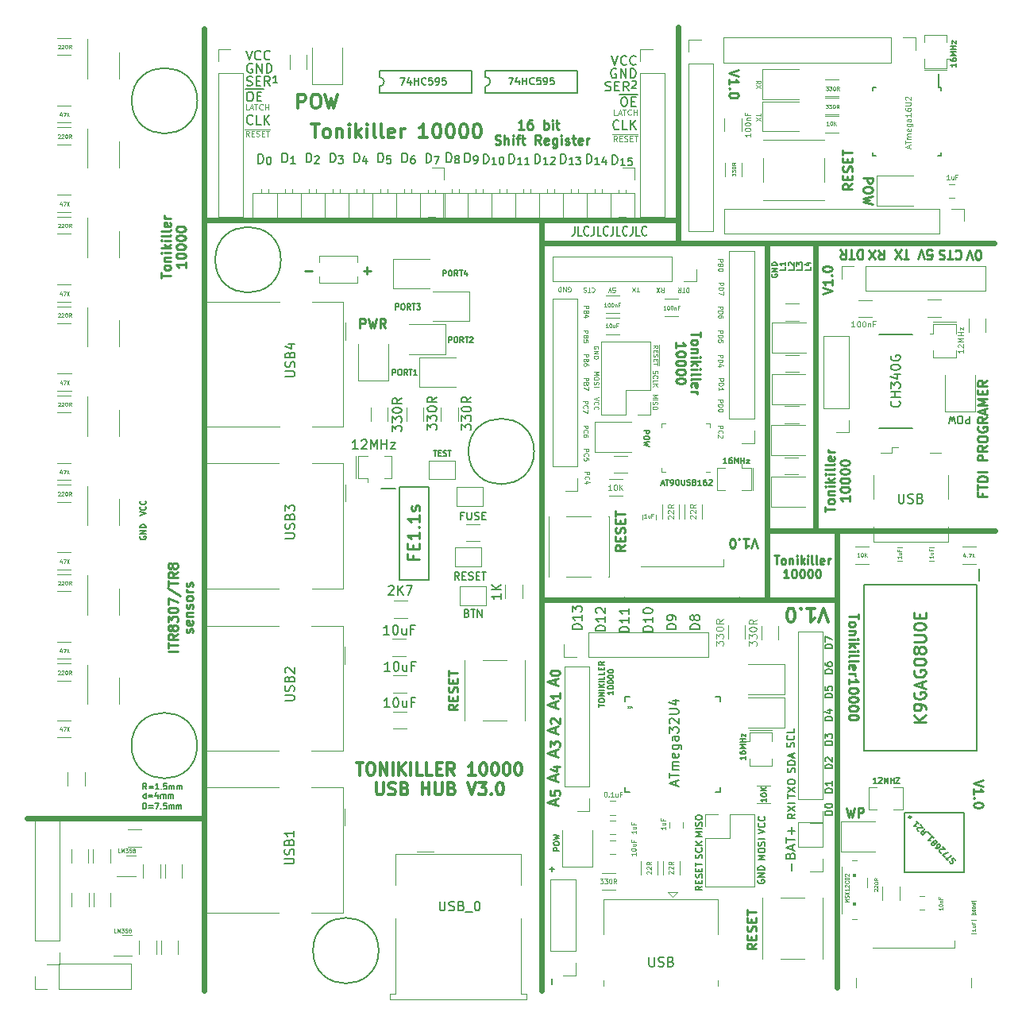
<source format=gbr>
%TF.GenerationSoftware,KiCad,Pcbnew,(6.0.5)*%
%TF.CreationDate,2023-05-31T19:37:01+03:00*%
%TF.ProjectId,JLC1,4a4c4331-2e6b-4696-9361-645f70636258,rev?*%
%TF.SameCoordinates,Original*%
%TF.FileFunction,Legend,Top*%
%TF.FilePolarity,Positive*%
%FSLAX46Y46*%
G04 Gerber Fmt 4.6, Leading zero omitted, Abs format (unit mm)*
G04 Created by KiCad (PCBNEW (6.0.5)) date 2023-05-31 19:37:01*
%MOMM*%
%LPD*%
G01*
G04 APERTURE LIST*
%ADD10C,0.600000*%
%ADD11C,0.200000*%
%ADD12C,0.125000*%
%ADD13C,0.150000*%
%ADD14C,0.250000*%
%ADD15C,0.240000*%
%ADD16C,0.300000*%
%ADD17C,0.375000*%
%ADD18C,0.050000*%
%ADD19C,0.225000*%
%ADD20C,0.100000*%
%ADD21C,0.254000*%
%ADD22C,0.075000*%
%ADD23C,0.120000*%
%ADD24C,0.152400*%
%ADD25C,0.203200*%
%ADD26C,0.127000*%
%ADD27C,0.425000*%
G04 APERTURE END LIST*
D10*
X189880000Y-83700000D02*
X206720000Y-83710000D01*
X187580000Y-83660000D02*
X187580000Y-53120000D01*
X182390000Y-91140000D02*
X182400000Y-53170000D01*
X122330000Y-114400000D02*
X103520000Y-114400000D01*
X122400000Y-30210000D02*
X122390000Y-132730000D01*
X158390000Y-53120000D02*
X206630000Y-53125000D01*
X172890000Y-53120000D02*
X172890000Y-30050000D01*
X122410000Y-50670000D02*
X172890000Y-50670000D01*
X158390000Y-132760000D02*
X158390000Y-50670000D01*
X189890000Y-91140000D02*
X158400000Y-91140000D01*
X189935000Y-83700000D02*
X182410000Y-83700000D01*
X189900000Y-132440000D02*
X189890000Y-83710000D01*
D11*
X140995000Y-128495000D02*
G75*
G03*
X140995000Y-128495000I-3500000J0D01*
G01*
X121670000Y-37920000D02*
G75*
G03*
X121670000Y-37920000I-3500000J0D01*
G01*
X121645000Y-106645000D02*
G75*
G03*
X121645000Y-106645000I-3500000J0D01*
G01*
X130570000Y-54870000D02*
G75*
G03*
X130570000Y-54870000I-3500000J0D01*
G01*
X157570000Y-75295000D02*
G75*
G03*
X157570000Y-75295000I-3500000J0D01*
G01*
D12*
X163943809Y-66809285D02*
X164443809Y-66809285D01*
X164086666Y-66975952D01*
X164443809Y-67142619D01*
X163943809Y-67142619D01*
X164443809Y-67475952D02*
X164443809Y-67571190D01*
X164420000Y-67618809D01*
X164372380Y-67666428D01*
X164277142Y-67690238D01*
X164110476Y-67690238D01*
X164015238Y-67666428D01*
X163967619Y-67618809D01*
X163943809Y-67571190D01*
X163943809Y-67475952D01*
X163967619Y-67428333D01*
X164015238Y-67380714D01*
X164110476Y-67356904D01*
X164277142Y-67356904D01*
X164372380Y-67380714D01*
X164420000Y-67428333D01*
X164443809Y-67475952D01*
X163967619Y-67880714D02*
X163943809Y-67952142D01*
X163943809Y-68071190D01*
X163967619Y-68118809D01*
X163991428Y-68142619D01*
X164039047Y-68166428D01*
X164086666Y-68166428D01*
X164134285Y-68142619D01*
X164158095Y-68118809D01*
X164181904Y-68071190D01*
X164205714Y-67975952D01*
X164229523Y-67928333D01*
X164253333Y-67904523D01*
X164300952Y-67880714D01*
X164348571Y-67880714D01*
X164396190Y-67904523D01*
X164420000Y-67928333D01*
X164443809Y-67975952D01*
X164443809Y-68095000D01*
X164420000Y-68166428D01*
X163943809Y-68380714D02*
X164443809Y-68380714D01*
D13*
X184378928Y-55659286D02*
X184378928Y-55945000D01*
X183778928Y-55945000D01*
X184378928Y-55145000D02*
X184378928Y-55487857D01*
X184378928Y-55316428D02*
X183778928Y-55316428D01*
X183864642Y-55373571D01*
X183921785Y-55430714D01*
X183950357Y-55487857D01*
D12*
X165940238Y-58318809D02*
X166178333Y-58318809D01*
X166202142Y-58080714D01*
X166178333Y-58104523D01*
X166130714Y-58128333D01*
X166011666Y-58128333D01*
X165964047Y-58104523D01*
X165940238Y-58080714D01*
X165916428Y-58033095D01*
X165916428Y-57914047D01*
X165940238Y-57866428D01*
X165964047Y-57842619D01*
X166011666Y-57818809D01*
X166130714Y-57818809D01*
X166178333Y-57842619D01*
X166202142Y-57866428D01*
X165773571Y-58318809D02*
X165606904Y-57818809D01*
X165440238Y-58318809D01*
D13*
X181460000Y-120972333D02*
X181426666Y-121039000D01*
X181426666Y-121139000D01*
X181460000Y-121239000D01*
X181526666Y-121305666D01*
X181593333Y-121339000D01*
X181726666Y-121372333D01*
X181826666Y-121372333D01*
X181960000Y-121339000D01*
X182026666Y-121305666D01*
X182093333Y-121239000D01*
X182126666Y-121139000D01*
X182126666Y-121072333D01*
X182093333Y-120972333D01*
X182060000Y-120939000D01*
X181826666Y-120939000D01*
X181826666Y-121072333D01*
X182126666Y-120639000D02*
X181426666Y-120639000D01*
X182126666Y-120239000D01*
X181426666Y-120239000D01*
X182126666Y-119905666D02*
X181426666Y-119905666D01*
X181426666Y-119739000D01*
X181460000Y-119639000D01*
X181526666Y-119572333D01*
X181593333Y-119539000D01*
X181726666Y-119505666D01*
X181826666Y-119505666D01*
X181960000Y-119539000D01*
X182026666Y-119572333D01*
X182093333Y-119639000D01*
X182126666Y-119739000D01*
X182126666Y-119905666D01*
D12*
X171103333Y-57818809D02*
X171270000Y-58056904D01*
X171389047Y-57818809D02*
X171389047Y-58318809D01*
X171198571Y-58318809D01*
X171150952Y-58295000D01*
X171127142Y-58271190D01*
X171103333Y-58223571D01*
X171103333Y-58152142D01*
X171127142Y-58104523D01*
X171150952Y-58080714D01*
X171198571Y-58056904D01*
X171389047Y-58056904D01*
X170936666Y-58318809D02*
X170603333Y-57818809D01*
X170603333Y-58318809D02*
X170936666Y-57818809D01*
X164395000Y-64364047D02*
X164418809Y-64316428D01*
X164418809Y-64245000D01*
X164395000Y-64173571D01*
X164347380Y-64125952D01*
X164299761Y-64102142D01*
X164204523Y-64078333D01*
X164133095Y-64078333D01*
X164037857Y-64102142D01*
X163990238Y-64125952D01*
X163942619Y-64173571D01*
X163918809Y-64245000D01*
X163918809Y-64292619D01*
X163942619Y-64364047D01*
X163966428Y-64387857D01*
X164133095Y-64387857D01*
X164133095Y-64292619D01*
X163918809Y-64602142D02*
X164418809Y-64602142D01*
X163918809Y-64887857D01*
X164418809Y-64887857D01*
X163918809Y-65125952D02*
X164418809Y-65125952D01*
X164418809Y-65245000D01*
X164395000Y-65316428D01*
X164347380Y-65364047D01*
X164299761Y-65387857D01*
X164204523Y-65411666D01*
X164133095Y-65411666D01*
X164037857Y-65387857D01*
X163990238Y-65364047D01*
X163942619Y-65316428D01*
X163918809Y-65245000D01*
X163918809Y-65125952D01*
D11*
X128157142Y-44597980D02*
X128157142Y-43597980D01*
X128395238Y-43597980D01*
X128538095Y-43645600D01*
X128633333Y-43740838D01*
X128680952Y-43836076D01*
X128728571Y-44026552D01*
X128728571Y-44169409D01*
X128680952Y-44359885D01*
X128633333Y-44455123D01*
X128538095Y-44550361D01*
X128395238Y-44597980D01*
X128157142Y-44597980D01*
X129261904Y-43907504D02*
X129338095Y-43907504D01*
X129414285Y-43945600D01*
X129452380Y-43983695D01*
X129490476Y-44059885D01*
X129528571Y-44212266D01*
X129528571Y-44402742D01*
X129490476Y-44555123D01*
X129452380Y-44631314D01*
X129414285Y-44669409D01*
X129338095Y-44707504D01*
X129261904Y-44707504D01*
X129185714Y-44669409D01*
X129147619Y-44631314D01*
X129109523Y-44555123D01*
X129071428Y-44402742D01*
X129071428Y-44212266D01*
X129109523Y-44059885D01*
X129147619Y-43983695D01*
X129185714Y-43945600D01*
X129261904Y-43907504D01*
D13*
X164448428Y-102535428D02*
X164448428Y-102192571D01*
X165048428Y-102364000D02*
X164448428Y-102364000D01*
X164448428Y-101878285D02*
X164448428Y-101764000D01*
X164477000Y-101706857D01*
X164534142Y-101649714D01*
X164648428Y-101621142D01*
X164848428Y-101621142D01*
X164962714Y-101649714D01*
X165019857Y-101706857D01*
X165048428Y-101764000D01*
X165048428Y-101878285D01*
X165019857Y-101935428D01*
X164962714Y-101992571D01*
X164848428Y-102021142D01*
X164648428Y-102021142D01*
X164534142Y-101992571D01*
X164477000Y-101935428D01*
X164448428Y-101878285D01*
X165048428Y-101364000D02*
X164448428Y-101364000D01*
X165048428Y-101021142D01*
X164448428Y-101021142D01*
X165048428Y-100735428D02*
X164448428Y-100735428D01*
X165048428Y-100449714D02*
X164448428Y-100449714D01*
X165048428Y-100106857D02*
X164705571Y-100364000D01*
X164448428Y-100106857D02*
X164791285Y-100449714D01*
X165048428Y-99849714D02*
X164448428Y-99849714D01*
X165048428Y-99278285D02*
X165048428Y-99564000D01*
X164448428Y-99564000D01*
X165048428Y-98792571D02*
X165048428Y-99078285D01*
X164448428Y-99078285D01*
X164734142Y-98592571D02*
X164734142Y-98392571D01*
X165048428Y-98306857D02*
X165048428Y-98592571D01*
X164448428Y-98592571D01*
X164448428Y-98306857D01*
X165048428Y-97706857D02*
X164762714Y-97906857D01*
X165048428Y-98049714D02*
X164448428Y-98049714D01*
X164448428Y-97821142D01*
X164477000Y-97764000D01*
X164505571Y-97735428D01*
X164562714Y-97706857D01*
X164648428Y-97706857D01*
X164705571Y-97735428D01*
X164734142Y-97764000D01*
X164762714Y-97821142D01*
X164762714Y-98049714D01*
X166014428Y-100835428D02*
X166014428Y-101178285D01*
X166014428Y-101006857D02*
X165414428Y-101006857D01*
X165500142Y-101064000D01*
X165557285Y-101121142D01*
X165585857Y-101178285D01*
X165414428Y-100464000D02*
X165414428Y-100406857D01*
X165443000Y-100349714D01*
X165471571Y-100321142D01*
X165528714Y-100292571D01*
X165643000Y-100264000D01*
X165785857Y-100264000D01*
X165900142Y-100292571D01*
X165957285Y-100321142D01*
X165985857Y-100349714D01*
X166014428Y-100406857D01*
X166014428Y-100464000D01*
X165985857Y-100521142D01*
X165957285Y-100549714D01*
X165900142Y-100578285D01*
X165785857Y-100606857D01*
X165643000Y-100606857D01*
X165528714Y-100578285D01*
X165471571Y-100549714D01*
X165443000Y-100521142D01*
X165414428Y-100464000D01*
X165414428Y-99892571D02*
X165414428Y-99835428D01*
X165443000Y-99778285D01*
X165471571Y-99749714D01*
X165528714Y-99721142D01*
X165643000Y-99692571D01*
X165785857Y-99692571D01*
X165900142Y-99721142D01*
X165957285Y-99749714D01*
X165985857Y-99778285D01*
X166014428Y-99835428D01*
X166014428Y-99892571D01*
X165985857Y-99949714D01*
X165957285Y-99978285D01*
X165900142Y-100006857D01*
X165785857Y-100035428D01*
X165643000Y-100035428D01*
X165528714Y-100006857D01*
X165471571Y-99978285D01*
X165443000Y-99949714D01*
X165414428Y-99892571D01*
X165414428Y-99321142D02*
X165414428Y-99264000D01*
X165443000Y-99206857D01*
X165471571Y-99178285D01*
X165528714Y-99149714D01*
X165643000Y-99121142D01*
X165785857Y-99121142D01*
X165900142Y-99149714D01*
X165957285Y-99178285D01*
X165985857Y-99206857D01*
X166014428Y-99264000D01*
X166014428Y-99321142D01*
X165985857Y-99378285D01*
X165957285Y-99406857D01*
X165900142Y-99435428D01*
X165785857Y-99464000D01*
X165643000Y-99464000D01*
X165528714Y-99435428D01*
X165471571Y-99406857D01*
X165443000Y-99378285D01*
X165414428Y-99321142D01*
X165414428Y-98749714D02*
X165414428Y-98692571D01*
X165443000Y-98635428D01*
X165471571Y-98606857D01*
X165528714Y-98578285D01*
X165643000Y-98549714D01*
X165785857Y-98549714D01*
X165900142Y-98578285D01*
X165957285Y-98606857D01*
X165985857Y-98635428D01*
X166014428Y-98692571D01*
X166014428Y-98749714D01*
X165985857Y-98806857D01*
X165957285Y-98835428D01*
X165900142Y-98864000D01*
X165785857Y-98892571D01*
X165643000Y-98892571D01*
X165528714Y-98864000D01*
X165471571Y-98835428D01*
X165443000Y-98806857D01*
X165414428Y-98749714D01*
X169248571Y-73055714D02*
X169848571Y-73055714D01*
X169848571Y-73284285D01*
X169820000Y-73341428D01*
X169791428Y-73370000D01*
X169734285Y-73398571D01*
X169648571Y-73398571D01*
X169591428Y-73370000D01*
X169562857Y-73341428D01*
X169534285Y-73284285D01*
X169534285Y-73055714D01*
X169848571Y-73770000D02*
X169848571Y-73884285D01*
X169820000Y-73941428D01*
X169762857Y-73998571D01*
X169648571Y-74027142D01*
X169448571Y-74027142D01*
X169334285Y-73998571D01*
X169277142Y-73941428D01*
X169248571Y-73884285D01*
X169248571Y-73770000D01*
X169277142Y-73712857D01*
X169334285Y-73655714D01*
X169448571Y-73627142D01*
X169648571Y-73627142D01*
X169762857Y-73655714D01*
X169820000Y-73712857D01*
X169848571Y-73770000D01*
X169848571Y-74227142D02*
X169248571Y-74370000D01*
X169677142Y-74484285D01*
X169248571Y-74598571D01*
X169848571Y-74741428D01*
X175476666Y-116314000D02*
X174776666Y-116314000D01*
X175276666Y-116080666D01*
X174776666Y-115847333D01*
X175476666Y-115847333D01*
X175476666Y-115514000D02*
X174776666Y-115514000D01*
X175443333Y-115214000D02*
X175476666Y-115114000D01*
X175476666Y-114947333D01*
X175443333Y-114880666D01*
X175410000Y-114847333D01*
X175343333Y-114814000D01*
X175276666Y-114814000D01*
X175210000Y-114847333D01*
X175176666Y-114880666D01*
X175143333Y-114947333D01*
X175110000Y-115080666D01*
X175076666Y-115147333D01*
X175043333Y-115180666D01*
X174976666Y-115214000D01*
X174910000Y-115214000D01*
X174843333Y-115180666D01*
X174810000Y-115147333D01*
X174776666Y-115080666D01*
X174776666Y-114914000D01*
X174810000Y-114814000D01*
X174776666Y-114380666D02*
X174776666Y-114247333D01*
X174810000Y-114180666D01*
X174876666Y-114114000D01*
X175010000Y-114080666D01*
X175243333Y-114080666D01*
X175376666Y-114114000D01*
X175443333Y-114180666D01*
X175476666Y-114247333D01*
X175476666Y-114380666D01*
X175443333Y-114447333D01*
X175376666Y-114514000D01*
X175243333Y-114547333D01*
X175010000Y-114547333D01*
X174876666Y-114514000D01*
X174810000Y-114447333D01*
X174776666Y-114380666D01*
D14*
X202477619Y-53916607D02*
X202525238Y-53868988D01*
X202668095Y-53821369D01*
X202763333Y-53821369D01*
X202906190Y-53868988D01*
X203001428Y-53964226D01*
X203049047Y-54059464D01*
X203096666Y-54249940D01*
X203096666Y-54392797D01*
X203049047Y-54583273D01*
X203001428Y-54678511D01*
X202906190Y-54773750D01*
X202763333Y-54821369D01*
X202668095Y-54821369D01*
X202525238Y-54773750D01*
X202477619Y-54726130D01*
X202191904Y-54821369D02*
X201620476Y-54821369D01*
X201906190Y-53821369D02*
X201906190Y-54821369D01*
X201334761Y-53868988D02*
X201191904Y-53821369D01*
X200953809Y-53821369D01*
X200858571Y-53868988D01*
X200810952Y-53916607D01*
X200763333Y-54011845D01*
X200763333Y-54107083D01*
X200810952Y-54202321D01*
X200858571Y-54249940D01*
X200953809Y-54297559D01*
X201144285Y-54345178D01*
X201239523Y-54392797D01*
X201287142Y-54440416D01*
X201334761Y-54535654D01*
X201334761Y-54630892D01*
X201287142Y-54726130D01*
X201239523Y-54773750D01*
X201144285Y-54821369D01*
X200906190Y-54821369D01*
X200763333Y-54773750D01*
D13*
X187041428Y-55659286D02*
X187041428Y-55945000D01*
X186441428Y-55945000D01*
X186641428Y-55202143D02*
X187041428Y-55202143D01*
X186412857Y-55345000D02*
X186841428Y-55487857D01*
X186841428Y-55116428D01*
D11*
X126841666Y-32572980D02*
X127175000Y-33572980D01*
X127508333Y-32572980D01*
X128413095Y-33477742D02*
X128365476Y-33525361D01*
X128222619Y-33572980D01*
X128127380Y-33572980D01*
X127984523Y-33525361D01*
X127889285Y-33430123D01*
X127841666Y-33334885D01*
X127794047Y-33144409D01*
X127794047Y-33001552D01*
X127841666Y-32811076D01*
X127889285Y-32715838D01*
X127984523Y-32620600D01*
X128127380Y-32572980D01*
X128222619Y-32572980D01*
X128365476Y-32620600D01*
X128413095Y-32668219D01*
X129413095Y-33477742D02*
X129365476Y-33525361D01*
X129222619Y-33572980D01*
X129127380Y-33572980D01*
X128984523Y-33525361D01*
X128889285Y-33430123D01*
X128841666Y-33334885D01*
X128794047Y-33144409D01*
X128794047Y-33001552D01*
X128841666Y-32811076D01*
X128889285Y-32715838D01*
X128984523Y-32620600D01*
X129127380Y-32572980D01*
X129222619Y-32572980D01*
X129365476Y-32620600D01*
X129413095Y-32668219D01*
X184576404Y-112233571D02*
X184576404Y-111776428D01*
X185376404Y-112005000D02*
X184576404Y-112005000D01*
X184576404Y-111585952D02*
X185376404Y-111052619D01*
X184576404Y-111052619D02*
X185376404Y-111585952D01*
X184576404Y-110595476D02*
X184576404Y-110443095D01*
X184614500Y-110366904D01*
X184690690Y-110290714D01*
X184843071Y-110252619D01*
X185109738Y-110252619D01*
X185262119Y-110290714D01*
X185338309Y-110366904D01*
X185376404Y-110443095D01*
X185376404Y-110595476D01*
X185338309Y-110671666D01*
X185262119Y-110747857D01*
X185109738Y-110785952D01*
X184843071Y-110785952D01*
X184690690Y-110747857D01*
X184614500Y-110671666D01*
X184576404Y-110595476D01*
X167676880Y-94519285D02*
X166676880Y-94519285D01*
X166676880Y-94281190D01*
X166724500Y-94138333D01*
X166819738Y-94043095D01*
X166914976Y-93995476D01*
X167105452Y-93947857D01*
X167248309Y-93947857D01*
X167438785Y-93995476D01*
X167534023Y-94043095D01*
X167629261Y-94138333D01*
X167676880Y-94281190D01*
X167676880Y-94519285D01*
X167676880Y-92995476D02*
X167676880Y-93566904D01*
X167676880Y-93281190D02*
X166676880Y-93281190D01*
X166819738Y-93376428D01*
X166914976Y-93471666D01*
X166962595Y-93566904D01*
X167676880Y-92043095D02*
X167676880Y-92614523D01*
X167676880Y-92328809D02*
X166676880Y-92328809D01*
X166819738Y-92424047D01*
X166914976Y-92519285D01*
X166962595Y-92614523D01*
X189376404Y-114045476D02*
X188576404Y-114045476D01*
X188576404Y-113855000D01*
X188614500Y-113740714D01*
X188690690Y-113664523D01*
X188766880Y-113626428D01*
X188919261Y-113588333D01*
X189033547Y-113588333D01*
X189185928Y-113626428D01*
X189262119Y-113664523D01*
X189338309Y-113740714D01*
X189376404Y-113855000D01*
X189376404Y-114045476D01*
X188576404Y-113093095D02*
X188576404Y-113016904D01*
X188614500Y-112940714D01*
X188652595Y-112902619D01*
X188728785Y-112864523D01*
X188881166Y-112826428D01*
X189071642Y-112826428D01*
X189224023Y-112864523D01*
X189300214Y-112902619D01*
X189338309Y-112940714D01*
X189376404Y-113016904D01*
X189376404Y-113093095D01*
X189338309Y-113169285D01*
X189300214Y-113207380D01*
X189224023Y-113245476D01*
X189071642Y-113283571D01*
X188881166Y-113283571D01*
X188728785Y-113245476D01*
X188652595Y-113207380D01*
X188614500Y-113169285D01*
X188576404Y-113093095D01*
D13*
X186153928Y-55659286D02*
X186153928Y-55945000D01*
X185553928Y-55945000D01*
X185553928Y-55516428D02*
X185553928Y-55145000D01*
X185782500Y-55345000D01*
X185782500Y-55259286D01*
X185811071Y-55202143D01*
X185839642Y-55173571D01*
X185896785Y-55145000D01*
X186039642Y-55145000D01*
X186096785Y-55173571D01*
X186125357Y-55202143D01*
X186153928Y-55259286D01*
X186153928Y-55430714D01*
X186125357Y-55487857D01*
X186096785Y-55516428D01*
D15*
X159810000Y-105269257D02*
X159810000Y-104697828D01*
X160152857Y-105383542D02*
X158952857Y-104983542D01*
X160152857Y-104583542D01*
X159415714Y-104286400D02*
X159370000Y-104240685D01*
X159324285Y-104149257D01*
X159324285Y-103920685D01*
X159370000Y-103829257D01*
X159415714Y-103783542D01*
X159507142Y-103737828D01*
X159598571Y-103737828D01*
X159735714Y-103783542D01*
X160284285Y-104332114D01*
X160284285Y-103737828D01*
D12*
X162843809Y-67450952D02*
X163343809Y-67450952D01*
X163343809Y-67641428D01*
X163320000Y-67689047D01*
X163296190Y-67712857D01*
X163248571Y-67736666D01*
X163177142Y-67736666D01*
X163129523Y-67712857D01*
X163105714Y-67689047D01*
X163081904Y-67641428D01*
X163081904Y-67450952D01*
X163105714Y-68117619D02*
X163081904Y-68189047D01*
X163058095Y-68212857D01*
X163010476Y-68236666D01*
X162939047Y-68236666D01*
X162891428Y-68212857D01*
X162867619Y-68189047D01*
X162843809Y-68141428D01*
X162843809Y-67950952D01*
X163343809Y-67950952D01*
X163343809Y-68117619D01*
X163320000Y-68165238D01*
X163296190Y-68189047D01*
X163248571Y-68212857D01*
X163200952Y-68212857D01*
X163153333Y-68189047D01*
X163129523Y-68165238D01*
X163105714Y-68117619D01*
X163105714Y-67950952D01*
X163343809Y-68403333D02*
X163343809Y-68736666D01*
X162843809Y-68522380D01*
X163693809Y-57866428D02*
X163717619Y-57842619D01*
X163789047Y-57818809D01*
X163836666Y-57818809D01*
X163908095Y-57842619D01*
X163955714Y-57890238D01*
X163979523Y-57937857D01*
X164003333Y-58033095D01*
X164003333Y-58104523D01*
X163979523Y-58199761D01*
X163955714Y-58247380D01*
X163908095Y-58295000D01*
X163836666Y-58318809D01*
X163789047Y-58318809D01*
X163717619Y-58295000D01*
X163693809Y-58271190D01*
X163550952Y-58318809D02*
X163265238Y-58318809D01*
X163408095Y-57818809D02*
X163408095Y-58318809D01*
X163122380Y-57842619D02*
X163050952Y-57818809D01*
X162931904Y-57818809D01*
X162884285Y-57842619D01*
X162860476Y-57866428D01*
X162836666Y-57914047D01*
X162836666Y-57961666D01*
X162860476Y-58009285D01*
X162884285Y-58033095D01*
X162931904Y-58056904D01*
X163027142Y-58080714D01*
X163074761Y-58104523D01*
X163098571Y-58128333D01*
X163122380Y-58175952D01*
X163122380Y-58223571D01*
X163098571Y-58271190D01*
X163074761Y-58295000D01*
X163027142Y-58318809D01*
X162908095Y-58318809D01*
X162836666Y-58295000D01*
D14*
X119567380Y-96586666D02*
X118567380Y-96586666D01*
X118567380Y-96253333D02*
X118567380Y-95681904D01*
X119567380Y-95967619D02*
X118567380Y-95967619D01*
X119567380Y-94777142D02*
X119091190Y-95110476D01*
X119567380Y-95348571D02*
X118567380Y-95348571D01*
X118567380Y-94967619D01*
X118615000Y-94872380D01*
X118662619Y-94824761D01*
X118757857Y-94777142D01*
X118900714Y-94777142D01*
X118995952Y-94824761D01*
X119043571Y-94872380D01*
X119091190Y-94967619D01*
X119091190Y-95348571D01*
X118995952Y-94205714D02*
X118948333Y-94300952D01*
X118900714Y-94348571D01*
X118805476Y-94396190D01*
X118757857Y-94396190D01*
X118662619Y-94348571D01*
X118615000Y-94300952D01*
X118567380Y-94205714D01*
X118567380Y-94015238D01*
X118615000Y-93920000D01*
X118662619Y-93872380D01*
X118757857Y-93824761D01*
X118805476Y-93824761D01*
X118900714Y-93872380D01*
X118948333Y-93920000D01*
X118995952Y-94015238D01*
X118995952Y-94205714D01*
X119043571Y-94300952D01*
X119091190Y-94348571D01*
X119186428Y-94396190D01*
X119376904Y-94396190D01*
X119472142Y-94348571D01*
X119519761Y-94300952D01*
X119567380Y-94205714D01*
X119567380Y-94015238D01*
X119519761Y-93920000D01*
X119472142Y-93872380D01*
X119376904Y-93824761D01*
X119186428Y-93824761D01*
X119091190Y-93872380D01*
X119043571Y-93920000D01*
X118995952Y-94015238D01*
X118567380Y-93491428D02*
X118567380Y-92872380D01*
X118948333Y-93205714D01*
X118948333Y-93062857D01*
X118995952Y-92967619D01*
X119043571Y-92920000D01*
X119138809Y-92872380D01*
X119376904Y-92872380D01*
X119472142Y-92920000D01*
X119519761Y-92967619D01*
X119567380Y-93062857D01*
X119567380Y-93348571D01*
X119519761Y-93443809D01*
X119472142Y-93491428D01*
X118567380Y-92253333D02*
X118567380Y-92158095D01*
X118615000Y-92062857D01*
X118662619Y-92015238D01*
X118757857Y-91967619D01*
X118948333Y-91920000D01*
X119186428Y-91920000D01*
X119376904Y-91967619D01*
X119472142Y-92015238D01*
X119519761Y-92062857D01*
X119567380Y-92158095D01*
X119567380Y-92253333D01*
X119519761Y-92348571D01*
X119472142Y-92396190D01*
X119376904Y-92443809D01*
X119186428Y-92491428D01*
X118948333Y-92491428D01*
X118757857Y-92443809D01*
X118662619Y-92396190D01*
X118615000Y-92348571D01*
X118567380Y-92253333D01*
X118567380Y-91586666D02*
X118567380Y-90920000D01*
X119567380Y-91348571D01*
X118519761Y-89824761D02*
X119805476Y-90681904D01*
X118567380Y-89634285D02*
X118567380Y-89062857D01*
X119567380Y-89348571D02*
X118567380Y-89348571D01*
X119567380Y-88158095D02*
X119091190Y-88491428D01*
X119567380Y-88729523D02*
X118567380Y-88729523D01*
X118567380Y-88348571D01*
X118615000Y-88253333D01*
X118662619Y-88205714D01*
X118757857Y-88158095D01*
X118900714Y-88158095D01*
X118995952Y-88205714D01*
X119043571Y-88253333D01*
X119091190Y-88348571D01*
X119091190Y-88729523D01*
X118995952Y-87586666D02*
X118948333Y-87681904D01*
X118900714Y-87729523D01*
X118805476Y-87777142D01*
X118757857Y-87777142D01*
X118662619Y-87729523D01*
X118615000Y-87681904D01*
X118567380Y-87586666D01*
X118567380Y-87396190D01*
X118615000Y-87300952D01*
X118662619Y-87253333D01*
X118757857Y-87205714D01*
X118805476Y-87205714D01*
X118900714Y-87253333D01*
X118948333Y-87300952D01*
X118995952Y-87396190D01*
X118995952Y-87586666D01*
X119043571Y-87681904D01*
X119091190Y-87729523D01*
X119186428Y-87777142D01*
X119376904Y-87777142D01*
X119472142Y-87729523D01*
X119519761Y-87681904D01*
X119567380Y-87586666D01*
X119567380Y-87396190D01*
X119519761Y-87300952D01*
X119472142Y-87253333D01*
X119376904Y-87205714D01*
X119186428Y-87205714D01*
X119091190Y-87253333D01*
X119043571Y-87300952D01*
X118995952Y-87396190D01*
X121129761Y-94586666D02*
X121177380Y-94491428D01*
X121177380Y-94300952D01*
X121129761Y-94205714D01*
X121034523Y-94158095D01*
X120986904Y-94158095D01*
X120891666Y-94205714D01*
X120844047Y-94300952D01*
X120844047Y-94443809D01*
X120796428Y-94539047D01*
X120701190Y-94586666D01*
X120653571Y-94586666D01*
X120558333Y-94539047D01*
X120510714Y-94443809D01*
X120510714Y-94300952D01*
X120558333Y-94205714D01*
X121129761Y-93348571D02*
X121177380Y-93443809D01*
X121177380Y-93634285D01*
X121129761Y-93729523D01*
X121034523Y-93777142D01*
X120653571Y-93777142D01*
X120558333Y-93729523D01*
X120510714Y-93634285D01*
X120510714Y-93443809D01*
X120558333Y-93348571D01*
X120653571Y-93300952D01*
X120748809Y-93300952D01*
X120844047Y-93777142D01*
X120510714Y-92872380D02*
X121177380Y-92872380D01*
X120605952Y-92872380D02*
X120558333Y-92824761D01*
X120510714Y-92729523D01*
X120510714Y-92586666D01*
X120558333Y-92491428D01*
X120653571Y-92443809D01*
X121177380Y-92443809D01*
X121129761Y-92015238D02*
X121177380Y-91920000D01*
X121177380Y-91729523D01*
X121129761Y-91634285D01*
X121034523Y-91586666D01*
X120986904Y-91586666D01*
X120891666Y-91634285D01*
X120844047Y-91729523D01*
X120844047Y-91872380D01*
X120796428Y-91967619D01*
X120701190Y-92015238D01*
X120653571Y-92015238D01*
X120558333Y-91967619D01*
X120510714Y-91872380D01*
X120510714Y-91729523D01*
X120558333Y-91634285D01*
X121177380Y-91015238D02*
X121129761Y-91110476D01*
X121082142Y-91158095D01*
X120986904Y-91205714D01*
X120701190Y-91205714D01*
X120605952Y-91158095D01*
X120558333Y-91110476D01*
X120510714Y-91015238D01*
X120510714Y-90872380D01*
X120558333Y-90777142D01*
X120605952Y-90729523D01*
X120701190Y-90681904D01*
X120986904Y-90681904D01*
X121082142Y-90729523D01*
X121129761Y-90777142D01*
X121177380Y-90872380D01*
X121177380Y-91015238D01*
X121177380Y-90253333D02*
X120510714Y-90253333D01*
X120701190Y-90253333D02*
X120605952Y-90205714D01*
X120558333Y-90158095D01*
X120510714Y-90062857D01*
X120510714Y-89967619D01*
X121129761Y-89681904D02*
X121177380Y-89586666D01*
X121177380Y-89396190D01*
X121129761Y-89300952D01*
X121034523Y-89253333D01*
X120986904Y-89253333D01*
X120891666Y-89300952D01*
X120844047Y-89396190D01*
X120844047Y-89539047D01*
X120796428Y-89634285D01*
X120701190Y-89681904D01*
X120653571Y-89681904D01*
X120558333Y-89634285D01*
X120510714Y-89539047D01*
X120510714Y-89396190D01*
X120558333Y-89300952D01*
D11*
X148207142Y-44472980D02*
X148207142Y-43472980D01*
X148445238Y-43472980D01*
X148588095Y-43520600D01*
X148683333Y-43615838D01*
X148730952Y-43711076D01*
X148778571Y-43901552D01*
X148778571Y-44044409D01*
X148730952Y-44234885D01*
X148683333Y-44330123D01*
X148588095Y-44425361D01*
X148445238Y-44472980D01*
X148207142Y-44472980D01*
X149273809Y-44125361D02*
X149197619Y-44087266D01*
X149159523Y-44049171D01*
X149121428Y-43972980D01*
X149121428Y-43934885D01*
X149159523Y-43858695D01*
X149197619Y-43820600D01*
X149273809Y-43782504D01*
X149426190Y-43782504D01*
X149502380Y-43820600D01*
X149540476Y-43858695D01*
X149578571Y-43934885D01*
X149578571Y-43972980D01*
X149540476Y-44049171D01*
X149502380Y-44087266D01*
X149426190Y-44125361D01*
X149273809Y-44125361D01*
X149197619Y-44163457D01*
X149159523Y-44201552D01*
X149121428Y-44277742D01*
X149121428Y-44430123D01*
X149159523Y-44506314D01*
X149197619Y-44544409D01*
X149273809Y-44582504D01*
X149426190Y-44582504D01*
X149502380Y-44544409D01*
X149540476Y-44506314D01*
X149578571Y-44430123D01*
X149578571Y-44277742D01*
X149540476Y-44201552D01*
X149502380Y-44163457D01*
X149426190Y-44125361D01*
X165175000Y-36824027D02*
X165317857Y-36871646D01*
X165555952Y-36871646D01*
X165651190Y-36824027D01*
X165698809Y-36776408D01*
X165746428Y-36681170D01*
X165746428Y-36585932D01*
X165698809Y-36490694D01*
X165651190Y-36443075D01*
X165555952Y-36395456D01*
X165365476Y-36347837D01*
X165270238Y-36300218D01*
X165222619Y-36252599D01*
X165175000Y-36157361D01*
X165175000Y-36062123D01*
X165222619Y-35966885D01*
X165270238Y-35919266D01*
X165365476Y-35871646D01*
X165603571Y-35871646D01*
X165746428Y-35919266D01*
X166175000Y-36347837D02*
X166508333Y-36347837D01*
X166651190Y-36871646D02*
X166175000Y-36871646D01*
X166175000Y-35871646D01*
X166651190Y-35871646D01*
X167651190Y-36871646D02*
X167317857Y-36395456D01*
X167079762Y-36871646D02*
X167079762Y-35871646D01*
X167460714Y-35871646D01*
X167555952Y-35919266D01*
X167603571Y-35966885D01*
X167651190Y-36062123D01*
X167651190Y-36204980D01*
X167603571Y-36300218D01*
X167555952Y-36347837D01*
X167460714Y-36395456D01*
X167079762Y-36395456D01*
X167994048Y-35857361D02*
X168032143Y-35819266D01*
X168108333Y-35781170D01*
X168298809Y-35781170D01*
X168375000Y-35819266D01*
X168413095Y-35857361D01*
X168451190Y-35933551D01*
X168451190Y-36009742D01*
X168413095Y-36124027D01*
X167955952Y-36581170D01*
X168451190Y-36581170D01*
D12*
X168775952Y-58293809D02*
X168490238Y-58293809D01*
X168633095Y-57793809D02*
X168633095Y-58293809D01*
X168371190Y-58293809D02*
X168037857Y-57793809D01*
X168037857Y-58293809D02*
X168371190Y-57793809D01*
X164443809Y-69528333D02*
X163943809Y-69695000D01*
X164443809Y-69861666D01*
X163991428Y-70314047D02*
X163967619Y-70290238D01*
X163943809Y-70218809D01*
X163943809Y-70171190D01*
X163967619Y-70099761D01*
X164015238Y-70052142D01*
X164062857Y-70028333D01*
X164158095Y-70004523D01*
X164229523Y-70004523D01*
X164324761Y-70028333D01*
X164372380Y-70052142D01*
X164420000Y-70099761D01*
X164443809Y-70171190D01*
X164443809Y-70218809D01*
X164420000Y-70290238D01*
X164396190Y-70314047D01*
X163991428Y-70814047D02*
X163967619Y-70790238D01*
X163943809Y-70718809D01*
X163943809Y-70671190D01*
X163967619Y-70599761D01*
X164015238Y-70552142D01*
X164062857Y-70528333D01*
X164158095Y-70504523D01*
X164229523Y-70504523D01*
X164324761Y-70528333D01*
X164372380Y-70552142D01*
X164420000Y-70599761D01*
X164443809Y-70671190D01*
X164443809Y-70718809D01*
X164420000Y-70790238D01*
X164396190Y-70814047D01*
D11*
X165841666Y-33122980D02*
X166175000Y-34122980D01*
X166508333Y-33122980D01*
X167413095Y-34027742D02*
X167365476Y-34075361D01*
X167222619Y-34122980D01*
X167127380Y-34122980D01*
X166984523Y-34075361D01*
X166889285Y-33980123D01*
X166841666Y-33884885D01*
X166794047Y-33694409D01*
X166794047Y-33551552D01*
X166841666Y-33361076D01*
X166889285Y-33265838D01*
X166984523Y-33170600D01*
X167127380Y-33122980D01*
X167222619Y-33122980D01*
X167365476Y-33170600D01*
X167413095Y-33218219D01*
X168413095Y-34027742D02*
X168365476Y-34075361D01*
X168222619Y-34122980D01*
X168127380Y-34122980D01*
X167984523Y-34075361D01*
X167889285Y-33980123D01*
X167841666Y-33884885D01*
X167794047Y-33694409D01*
X167794047Y-33551552D01*
X167841666Y-33361076D01*
X167889285Y-33265838D01*
X167984523Y-33170600D01*
X168127380Y-33122980D01*
X168222619Y-33122980D01*
X168365476Y-33170600D01*
X168413095Y-33218219D01*
X189376404Y-111645476D02*
X188576404Y-111645476D01*
X188576404Y-111455000D01*
X188614500Y-111340714D01*
X188690690Y-111264523D01*
X188766880Y-111226428D01*
X188919261Y-111188333D01*
X189033547Y-111188333D01*
X189185928Y-111226428D01*
X189262119Y-111264523D01*
X189338309Y-111340714D01*
X189376404Y-111455000D01*
X189376404Y-111645476D01*
X189376404Y-110426428D02*
X189376404Y-110883571D01*
X189376404Y-110655000D02*
X188576404Y-110655000D01*
X188690690Y-110731190D01*
X188766880Y-110807380D01*
X188804976Y-110883571D01*
D12*
X161200952Y-58245000D02*
X161248571Y-58268809D01*
X161320000Y-58268809D01*
X161391428Y-58245000D01*
X161439047Y-58197380D01*
X161462857Y-58149761D01*
X161486666Y-58054523D01*
X161486666Y-57983095D01*
X161462857Y-57887857D01*
X161439047Y-57840238D01*
X161391428Y-57792619D01*
X161320000Y-57768809D01*
X161272380Y-57768809D01*
X161200952Y-57792619D01*
X161177142Y-57816428D01*
X161177142Y-57983095D01*
X161272380Y-57983095D01*
X160962857Y-57768809D02*
X160962857Y-58268809D01*
X160677142Y-57768809D01*
X160677142Y-58268809D01*
X160439047Y-57768809D02*
X160439047Y-58268809D01*
X160320000Y-58268809D01*
X160248571Y-58245000D01*
X160200952Y-58197380D01*
X160177142Y-58149761D01*
X160153333Y-58054523D01*
X160153333Y-57983095D01*
X160177142Y-57887857D01*
X160200952Y-57840238D01*
X160248571Y-57792619D01*
X160320000Y-57768809D01*
X160439047Y-57768809D01*
D13*
X175443333Y-118664000D02*
X175476666Y-118564000D01*
X175476666Y-118397333D01*
X175443333Y-118330666D01*
X175410000Y-118297333D01*
X175343333Y-118264000D01*
X175276666Y-118264000D01*
X175210000Y-118297333D01*
X175176666Y-118330666D01*
X175143333Y-118397333D01*
X175110000Y-118530666D01*
X175076666Y-118597333D01*
X175043333Y-118630666D01*
X174976666Y-118664000D01*
X174910000Y-118664000D01*
X174843333Y-118630666D01*
X174810000Y-118597333D01*
X174776666Y-118530666D01*
X174776666Y-118364000D01*
X174810000Y-118264000D01*
X175410000Y-117564000D02*
X175443333Y-117597333D01*
X175476666Y-117697333D01*
X175476666Y-117764000D01*
X175443333Y-117864000D01*
X175376666Y-117930666D01*
X175310000Y-117964000D01*
X175176666Y-117997333D01*
X175076666Y-117997333D01*
X174943333Y-117964000D01*
X174876666Y-117930666D01*
X174810000Y-117864000D01*
X174776666Y-117764000D01*
X174776666Y-117697333D01*
X174810000Y-117597333D01*
X174843333Y-117564000D01*
X175476666Y-117264000D02*
X174776666Y-117264000D01*
X175476666Y-116864000D02*
X175076666Y-117164000D01*
X174776666Y-116864000D02*
X175176666Y-117264000D01*
D11*
X166651190Y-37240600D02*
X167698809Y-37240600D01*
X167079761Y-37522980D02*
X167270238Y-37522980D01*
X167365476Y-37570600D01*
X167460714Y-37665838D01*
X167508333Y-37856314D01*
X167508333Y-38189647D01*
X167460714Y-38380123D01*
X167365476Y-38475361D01*
X167270238Y-38522980D01*
X167079761Y-38522980D01*
X166984523Y-38475361D01*
X166889285Y-38380123D01*
X166841666Y-38189647D01*
X166841666Y-37856314D01*
X166889285Y-37665838D01*
X166984523Y-37570600D01*
X167079761Y-37522980D01*
X167698809Y-37240600D02*
X168603571Y-37240600D01*
X167936904Y-37999171D02*
X168270238Y-37999171D01*
X168413095Y-38522980D02*
X167936904Y-38522980D01*
X167936904Y-37522980D01*
X168413095Y-37522980D01*
X175221880Y-94243095D02*
X174221880Y-94243095D01*
X174221880Y-94005000D01*
X174269500Y-93862142D01*
X174364738Y-93766904D01*
X174459976Y-93719285D01*
X174650452Y-93671666D01*
X174793309Y-93671666D01*
X174983785Y-93719285D01*
X175079023Y-93766904D01*
X175174261Y-93862142D01*
X175221880Y-94005000D01*
X175221880Y-94243095D01*
X174650452Y-93100238D02*
X174602833Y-93195476D01*
X174555214Y-93243095D01*
X174459976Y-93290714D01*
X174412357Y-93290714D01*
X174317119Y-93243095D01*
X174269500Y-93195476D01*
X174221880Y-93100238D01*
X174221880Y-92909761D01*
X174269500Y-92814523D01*
X174317119Y-92766904D01*
X174412357Y-92719285D01*
X174459976Y-92719285D01*
X174555214Y-92766904D01*
X174602833Y-92814523D01*
X174650452Y-92909761D01*
X174650452Y-93100238D01*
X174698071Y-93195476D01*
X174745690Y-93243095D01*
X174840928Y-93290714D01*
X175031404Y-93290714D01*
X175126642Y-93243095D01*
X175174261Y-93195476D01*
X175221880Y-93100238D01*
X175221880Y-92909761D01*
X175174261Y-92814523D01*
X175126642Y-92766904D01*
X175031404Y-92719285D01*
X174840928Y-92719285D01*
X174745690Y-92766904D01*
X174698071Y-92814523D01*
X174650452Y-92909761D01*
X165161880Y-94419285D02*
X164161880Y-94419285D01*
X164161880Y-94181190D01*
X164209500Y-94038333D01*
X164304738Y-93943095D01*
X164399976Y-93895476D01*
X164590452Y-93847857D01*
X164733309Y-93847857D01*
X164923785Y-93895476D01*
X165019023Y-93943095D01*
X165114261Y-94038333D01*
X165161880Y-94181190D01*
X165161880Y-94419285D01*
X165161880Y-92895476D02*
X165161880Y-93466904D01*
X165161880Y-93181190D02*
X164161880Y-93181190D01*
X164304738Y-93276428D01*
X164399976Y-93371666D01*
X164447595Y-93466904D01*
X164257119Y-92514523D02*
X164209500Y-92466904D01*
X164161880Y-92371666D01*
X164161880Y-92133571D01*
X164209500Y-92038333D01*
X164257119Y-91990714D01*
X164352357Y-91943095D01*
X164447595Y-91943095D01*
X164590452Y-91990714D01*
X165161880Y-92562142D01*
X165161880Y-91943095D01*
D16*
X132364285Y-38724171D02*
X132364285Y-37224171D01*
X132935714Y-37224171D01*
X133078571Y-37295600D01*
X133150000Y-37367028D01*
X133221428Y-37509885D01*
X133221428Y-37724171D01*
X133150000Y-37867028D01*
X133078571Y-37938457D01*
X132935714Y-38009885D01*
X132364285Y-38009885D01*
X134150000Y-37224171D02*
X134435714Y-37224171D01*
X134578571Y-37295600D01*
X134721428Y-37438457D01*
X134792857Y-37724171D01*
X134792857Y-38224171D01*
X134721428Y-38509885D01*
X134578571Y-38652742D01*
X134435714Y-38724171D01*
X134150000Y-38724171D01*
X134007142Y-38652742D01*
X133864285Y-38509885D01*
X133792857Y-38224171D01*
X133792857Y-37724171D01*
X133864285Y-37438457D01*
X134007142Y-37295600D01*
X134150000Y-37224171D01*
X135292857Y-37224171D02*
X135650000Y-38724171D01*
X135935714Y-37652742D01*
X136221428Y-38724171D01*
X136578571Y-37224171D01*
D17*
X188950214Y-93501428D02*
X188450214Y-92001428D01*
X187950214Y-93501428D01*
X186664500Y-92001428D02*
X187521642Y-92001428D01*
X187093071Y-92001428D02*
X187093071Y-93501428D01*
X187235928Y-93287142D01*
X187378785Y-93144285D01*
X187521642Y-93072857D01*
X186021642Y-92144285D02*
X185950214Y-92072857D01*
X186021642Y-92001428D01*
X186093071Y-92072857D01*
X186021642Y-92144285D01*
X186021642Y-92001428D01*
X185021642Y-93501428D02*
X184878785Y-93501428D01*
X184735928Y-93430000D01*
X184664500Y-93358571D01*
X184593071Y-93215714D01*
X184521642Y-92930000D01*
X184521642Y-92572857D01*
X184593071Y-92287142D01*
X184664500Y-92144285D01*
X184735928Y-92072857D01*
X184878785Y-92001428D01*
X185021642Y-92001428D01*
X185164500Y-92072857D01*
X185235928Y-92144285D01*
X185307357Y-92287142D01*
X185378785Y-92572857D01*
X185378785Y-92930000D01*
X185307357Y-93215714D01*
X185235928Y-93358571D01*
X185164500Y-93430000D01*
X185021642Y-93501428D01*
D11*
X126746428Y-36690600D02*
X127794047Y-36690600D01*
X127174999Y-36972980D02*
X127365476Y-36972980D01*
X127460714Y-37020600D01*
X127555952Y-37115838D01*
X127603571Y-37306314D01*
X127603571Y-37639647D01*
X127555952Y-37830123D01*
X127460714Y-37925361D01*
X127365476Y-37972980D01*
X127174999Y-37972980D01*
X127079761Y-37925361D01*
X126984523Y-37830123D01*
X126936904Y-37639647D01*
X126936904Y-37306314D01*
X126984523Y-37115838D01*
X127079761Y-37020600D01*
X127174999Y-36972980D01*
X127794047Y-36690600D02*
X128698809Y-36690600D01*
X128032142Y-37449171D02*
X128365476Y-37449171D01*
X128508333Y-37972980D02*
X128032142Y-37972980D01*
X128032142Y-36972980D01*
X128508333Y-36972980D01*
D14*
X192547857Y-53796369D02*
X192547857Y-54796369D01*
X192309761Y-54796369D01*
X192166904Y-54748750D01*
X192071666Y-54653511D01*
X192024047Y-54558273D01*
X191976428Y-54367797D01*
X191976428Y-54224940D01*
X192024047Y-54034464D01*
X192071666Y-53939226D01*
X192166904Y-53843988D01*
X192309761Y-53796369D01*
X192547857Y-53796369D01*
X191690714Y-54796369D02*
X191119285Y-54796369D01*
X191405000Y-53796369D02*
X191405000Y-54796369D01*
X190214523Y-53796369D02*
X190547857Y-54272559D01*
X190785952Y-53796369D02*
X190785952Y-54796369D01*
X190405000Y-54796369D01*
X190309761Y-54748750D01*
X190262142Y-54701130D01*
X190214523Y-54605892D01*
X190214523Y-54463035D01*
X190262142Y-54367797D01*
X190309761Y-54320178D01*
X190405000Y-54272559D01*
X190785952Y-54272559D01*
D12*
X162843809Y-64925952D02*
X163343809Y-64925952D01*
X163343809Y-65116428D01*
X163320000Y-65164047D01*
X163296190Y-65187857D01*
X163248571Y-65211666D01*
X163177142Y-65211666D01*
X163129523Y-65187857D01*
X163105714Y-65164047D01*
X163081904Y-65116428D01*
X163081904Y-64925952D01*
X163105714Y-65592619D02*
X163081904Y-65664047D01*
X163058095Y-65687857D01*
X163010476Y-65711666D01*
X162939047Y-65711666D01*
X162891428Y-65687857D01*
X162867619Y-65664047D01*
X162843809Y-65616428D01*
X162843809Y-65425952D01*
X163343809Y-65425952D01*
X163343809Y-65592619D01*
X163320000Y-65640238D01*
X163296190Y-65664047D01*
X163248571Y-65687857D01*
X163200952Y-65687857D01*
X163153333Y-65664047D01*
X163129523Y-65640238D01*
X163105714Y-65592619D01*
X163105714Y-65425952D01*
X163343809Y-66140238D02*
X163343809Y-66045000D01*
X163320000Y-65997380D01*
X163296190Y-65973571D01*
X163224761Y-65925952D01*
X163129523Y-65902142D01*
X162939047Y-65902142D01*
X162891428Y-65925952D01*
X162867619Y-65949761D01*
X162843809Y-65997380D01*
X162843809Y-66092619D01*
X162867619Y-66140238D01*
X162891428Y-66164047D01*
X162939047Y-66187857D01*
X163058095Y-66187857D01*
X163105714Y-66164047D01*
X163129523Y-66140238D01*
X163153333Y-66092619D01*
X163153333Y-65997380D01*
X163129523Y-65949761D01*
X163105714Y-65925952D01*
X163058095Y-65902142D01*
D11*
X170191880Y-94469285D02*
X169191880Y-94469285D01*
X169191880Y-94231190D01*
X169239500Y-94088333D01*
X169334738Y-93993095D01*
X169429976Y-93945476D01*
X169620452Y-93897857D01*
X169763309Y-93897857D01*
X169953785Y-93945476D01*
X170049023Y-93993095D01*
X170144261Y-94088333D01*
X170191880Y-94231190D01*
X170191880Y-94469285D01*
X170191880Y-92945476D02*
X170191880Y-93516904D01*
X170191880Y-93231190D02*
X169191880Y-93231190D01*
X169334738Y-93326428D01*
X169429976Y-93421666D01*
X169477595Y-93516904D01*
X169191880Y-92326428D02*
X169191880Y-92231190D01*
X169239500Y-92135952D01*
X169287119Y-92088333D01*
X169382357Y-92040714D01*
X169572833Y-91993095D01*
X169810928Y-91993095D01*
X170001404Y-92040714D01*
X170096642Y-92088333D01*
X170144261Y-92135952D01*
X170191880Y-92231190D01*
X170191880Y-92326428D01*
X170144261Y-92421666D01*
X170096642Y-92469285D01*
X170001404Y-92516904D01*
X169810928Y-92564523D01*
X169572833Y-92564523D01*
X169382357Y-92516904D01*
X169287119Y-92469285D01*
X169239500Y-92421666D01*
X169191880Y-92326428D01*
X189376404Y-103995476D02*
X188576404Y-103995476D01*
X188576404Y-103805000D01*
X188614500Y-103690714D01*
X188690690Y-103614523D01*
X188766880Y-103576428D01*
X188919261Y-103538333D01*
X189033547Y-103538333D01*
X189185928Y-103576428D01*
X189262119Y-103614523D01*
X189338309Y-103690714D01*
X189376404Y-103805000D01*
X189376404Y-103995476D01*
X188843071Y-102852619D02*
X189376404Y-102852619D01*
X188538309Y-103043095D02*
X189109738Y-103233571D01*
X189109738Y-102738333D01*
D12*
X162818809Y-72525952D02*
X163318809Y-72525952D01*
X163318809Y-72716428D01*
X163295000Y-72764047D01*
X163271190Y-72787857D01*
X163223571Y-72811666D01*
X163152142Y-72811666D01*
X163104523Y-72787857D01*
X163080714Y-72764047D01*
X163056904Y-72716428D01*
X163056904Y-72525952D01*
X162866428Y-73311666D02*
X162842619Y-73287857D01*
X162818809Y-73216428D01*
X162818809Y-73168809D01*
X162842619Y-73097380D01*
X162890238Y-73049761D01*
X162937857Y-73025952D01*
X163033095Y-73002142D01*
X163104523Y-73002142D01*
X163199761Y-73025952D01*
X163247380Y-73049761D01*
X163295000Y-73097380D01*
X163318809Y-73168809D01*
X163318809Y-73216428D01*
X163295000Y-73287857D01*
X163271190Y-73311666D01*
X163318809Y-73740238D02*
X163318809Y-73645000D01*
X163295000Y-73597380D01*
X163271190Y-73573571D01*
X163199761Y-73525952D01*
X163104523Y-73502142D01*
X162914047Y-73502142D01*
X162866428Y-73525952D01*
X162842619Y-73549761D01*
X162818809Y-73597380D01*
X162818809Y-73692619D01*
X162842619Y-73740238D01*
X162866428Y-73764047D01*
X162914047Y-73787857D01*
X163033095Y-73787857D01*
X163080714Y-73764047D01*
X163104523Y-73740238D01*
X163128333Y-73692619D01*
X163128333Y-73597380D01*
X163104523Y-73549761D01*
X163080714Y-73525952D01*
X163033095Y-73502142D01*
D11*
X185376404Y-113928809D02*
X184995452Y-114195476D01*
X185376404Y-114385952D02*
X184576404Y-114385952D01*
X184576404Y-114081190D01*
X184614500Y-114005000D01*
X184652595Y-113966904D01*
X184728785Y-113928809D01*
X184843071Y-113928809D01*
X184919261Y-113966904D01*
X184957357Y-114005000D01*
X184995452Y-114081190D01*
X184995452Y-114385952D01*
X184576404Y-113662142D02*
X185376404Y-113128809D01*
X184576404Y-113128809D02*
X185376404Y-113662142D01*
X185376404Y-112824047D02*
X184576404Y-112824047D01*
D12*
X181693809Y-39289047D02*
X181693809Y-39574761D01*
X181193809Y-39431904D02*
X181693809Y-39431904D01*
X181693809Y-39693809D02*
X181193809Y-40027142D01*
X181693809Y-40027142D02*
X181193809Y-39693809D01*
D14*
X192642619Y-46137857D02*
X193642619Y-46137857D01*
X193642619Y-46518809D01*
X193595000Y-46614047D01*
X193547380Y-46661666D01*
X193452142Y-46709285D01*
X193309285Y-46709285D01*
X193214047Y-46661666D01*
X193166428Y-46614047D01*
X193118809Y-46518809D01*
X193118809Y-46137857D01*
X193642619Y-47328333D02*
X193642619Y-47518809D01*
X193595000Y-47614047D01*
X193499761Y-47709285D01*
X193309285Y-47756904D01*
X192975952Y-47756904D01*
X192785476Y-47709285D01*
X192690238Y-47614047D01*
X192642619Y-47518809D01*
X192642619Y-47328333D01*
X192690238Y-47233095D01*
X192785476Y-47137857D01*
X192975952Y-47090238D01*
X193309285Y-47090238D01*
X193499761Y-47137857D01*
X193595000Y-47233095D01*
X193642619Y-47328333D01*
X193642619Y-48090238D02*
X192642619Y-48328333D01*
X193356904Y-48518809D01*
X192642619Y-48709285D01*
X193642619Y-48947380D01*
D18*
X168014066Y-102610923D02*
X167947400Y-102410923D01*
X167880733Y-102610923D01*
X167699780Y-102429971D02*
X167709304Y-102420447D01*
X167737876Y-102410923D01*
X167756923Y-102410923D01*
X167785495Y-102420447D01*
X167804542Y-102439495D01*
X167814066Y-102458542D01*
X167823590Y-102496638D01*
X167823590Y-102525209D01*
X167814066Y-102563304D01*
X167804542Y-102582352D01*
X167785495Y-102601400D01*
X167756923Y-102610923D01*
X167737876Y-102610923D01*
X167709304Y-102601400D01*
X167699780Y-102591876D01*
X167499780Y-102429971D02*
X167509304Y-102420447D01*
X167537876Y-102410923D01*
X167556923Y-102410923D01*
X167585495Y-102420447D01*
X167604542Y-102439495D01*
X167614066Y-102458542D01*
X167623590Y-102496638D01*
X167623590Y-102525209D01*
X167614066Y-102563304D01*
X167604542Y-102582352D01*
X167585495Y-102601400D01*
X167556923Y-102610923D01*
X167537876Y-102610923D01*
X167509304Y-102601400D01*
X167499780Y-102591876D01*
D11*
X143500000Y-44497380D02*
X143500000Y-43497380D01*
X143738096Y-43497380D01*
X143880953Y-43545000D01*
X143976191Y-43640238D01*
X144023810Y-43735476D01*
X144071429Y-43925952D01*
X144071429Y-44068809D01*
X144023810Y-44259285D01*
X143976191Y-44354523D01*
X143880953Y-44449761D01*
X143738096Y-44497380D01*
X143500000Y-44497380D01*
X144795238Y-43806904D02*
X144642858Y-43806904D01*
X144566667Y-43845000D01*
X144528572Y-43883095D01*
X144452381Y-43997380D01*
X144414286Y-44149761D01*
X144414286Y-44454523D01*
X144452381Y-44530714D01*
X144490477Y-44568809D01*
X144566667Y-44606904D01*
X144719048Y-44606904D01*
X144795238Y-44568809D01*
X144833334Y-44530714D01*
X144871429Y-44454523D01*
X144871429Y-44264047D01*
X144833334Y-44187857D01*
X144795238Y-44149761D01*
X144719048Y-44111666D01*
X144566667Y-44111666D01*
X144490477Y-44149761D01*
X144452381Y-44187857D01*
X144414286Y-44264047D01*
D19*
X183147500Y-86405142D02*
X183661785Y-86405142D01*
X183404642Y-87305142D02*
X183404642Y-86405142D01*
X184090357Y-87305142D02*
X184004642Y-87262285D01*
X183961785Y-87219428D01*
X183918928Y-87133714D01*
X183918928Y-86876571D01*
X183961785Y-86790857D01*
X184004642Y-86748000D01*
X184090357Y-86705142D01*
X184218928Y-86705142D01*
X184304642Y-86748000D01*
X184347500Y-86790857D01*
X184390357Y-86876571D01*
X184390357Y-87133714D01*
X184347500Y-87219428D01*
X184304642Y-87262285D01*
X184218928Y-87305142D01*
X184090357Y-87305142D01*
X184776071Y-86705142D02*
X184776071Y-87305142D01*
X184776071Y-86790857D02*
X184818928Y-86748000D01*
X184904642Y-86705142D01*
X185033214Y-86705142D01*
X185118928Y-86748000D01*
X185161785Y-86833714D01*
X185161785Y-87305142D01*
X185590357Y-87305142D02*
X185590357Y-86705142D01*
X185590357Y-86405142D02*
X185547500Y-86448000D01*
X185590357Y-86490857D01*
X185633214Y-86448000D01*
X185590357Y-86405142D01*
X185590357Y-86490857D01*
X186018928Y-87305142D02*
X186018928Y-86405142D01*
X186104642Y-86962285D02*
X186361785Y-87305142D01*
X186361785Y-86705142D02*
X186018928Y-87048000D01*
X186747500Y-87305142D02*
X186747500Y-86705142D01*
X186747500Y-86405142D02*
X186704642Y-86448000D01*
X186747500Y-86490857D01*
X186790357Y-86448000D01*
X186747500Y-86405142D01*
X186747500Y-86490857D01*
X187304642Y-87305142D02*
X187218928Y-87262285D01*
X187176071Y-87176571D01*
X187176071Y-86405142D01*
X187776071Y-87305142D02*
X187690357Y-87262285D01*
X187647500Y-87176571D01*
X187647500Y-86405142D01*
X188461785Y-87262285D02*
X188376071Y-87305142D01*
X188204642Y-87305142D01*
X188118928Y-87262285D01*
X188076071Y-87176571D01*
X188076071Y-86833714D01*
X188118928Y-86748000D01*
X188204642Y-86705142D01*
X188376071Y-86705142D01*
X188461785Y-86748000D01*
X188504642Y-86833714D01*
X188504642Y-86919428D01*
X188076071Y-87005142D01*
X188890357Y-87305142D02*
X188890357Y-86705142D01*
X188890357Y-86876571D02*
X188933214Y-86790857D01*
X188976071Y-86748000D01*
X189061785Y-86705142D01*
X189147500Y-86705142D01*
X184690357Y-88754142D02*
X184176071Y-88754142D01*
X184433214Y-88754142D02*
X184433214Y-87854142D01*
X184347500Y-87982714D01*
X184261785Y-88068428D01*
X184176071Y-88111285D01*
X185247500Y-87854142D02*
X185333214Y-87854142D01*
X185418928Y-87897000D01*
X185461785Y-87939857D01*
X185504642Y-88025571D01*
X185547500Y-88197000D01*
X185547500Y-88411285D01*
X185504642Y-88582714D01*
X185461785Y-88668428D01*
X185418928Y-88711285D01*
X185333214Y-88754142D01*
X185247500Y-88754142D01*
X185161785Y-88711285D01*
X185118928Y-88668428D01*
X185076071Y-88582714D01*
X185033214Y-88411285D01*
X185033214Y-88197000D01*
X185076071Y-88025571D01*
X185118928Y-87939857D01*
X185161785Y-87897000D01*
X185247500Y-87854142D01*
X186104642Y-87854142D02*
X186190357Y-87854142D01*
X186276071Y-87897000D01*
X186318928Y-87939857D01*
X186361785Y-88025571D01*
X186404642Y-88197000D01*
X186404642Y-88411285D01*
X186361785Y-88582714D01*
X186318928Y-88668428D01*
X186276071Y-88711285D01*
X186190357Y-88754142D01*
X186104642Y-88754142D01*
X186018928Y-88711285D01*
X185976071Y-88668428D01*
X185933214Y-88582714D01*
X185890357Y-88411285D01*
X185890357Y-88197000D01*
X185933214Y-88025571D01*
X185976071Y-87939857D01*
X186018928Y-87897000D01*
X186104642Y-87854142D01*
X186961785Y-87854142D02*
X187047500Y-87854142D01*
X187133214Y-87897000D01*
X187176071Y-87939857D01*
X187218928Y-88025571D01*
X187261785Y-88197000D01*
X187261785Y-88411285D01*
X187218928Y-88582714D01*
X187176071Y-88668428D01*
X187133214Y-88711285D01*
X187047500Y-88754142D01*
X186961785Y-88754142D01*
X186876071Y-88711285D01*
X186833214Y-88668428D01*
X186790357Y-88582714D01*
X186747500Y-88411285D01*
X186747500Y-88197000D01*
X186790357Y-88025571D01*
X186833214Y-87939857D01*
X186876071Y-87897000D01*
X186961785Y-87854142D01*
X187818928Y-87854142D02*
X187904642Y-87854142D01*
X187990357Y-87897000D01*
X188033214Y-87939857D01*
X188076071Y-88025571D01*
X188118928Y-88197000D01*
X188118928Y-88411285D01*
X188076071Y-88582714D01*
X188033214Y-88668428D01*
X187990357Y-88711285D01*
X187904642Y-88754142D01*
X187818928Y-88754142D01*
X187733214Y-88711285D01*
X187690357Y-88668428D01*
X187647500Y-88582714D01*
X187604642Y-88411285D01*
X187604642Y-88197000D01*
X187647500Y-88025571D01*
X187690357Y-87939857D01*
X187733214Y-87897000D01*
X187818928Y-87854142D01*
D11*
X140942858Y-44497380D02*
X140942858Y-43497380D01*
X141180954Y-43497380D01*
X141323811Y-43545000D01*
X141419049Y-43640238D01*
X141466668Y-43735476D01*
X141514287Y-43925952D01*
X141514287Y-44068809D01*
X141466668Y-44259285D01*
X141419049Y-44354523D01*
X141323811Y-44449761D01*
X141180954Y-44497380D01*
X140942858Y-44497380D01*
X142276192Y-43806904D02*
X141895239Y-43806904D01*
X141857144Y-44187857D01*
X141895239Y-44149761D01*
X141971430Y-44111666D01*
X142161906Y-44111666D01*
X142238096Y-44149761D01*
X142276192Y-44187857D01*
X142314287Y-44264047D01*
X142314287Y-44454523D01*
X142276192Y-44530714D01*
X142238096Y-44568809D01*
X142161906Y-44606904D01*
X141971430Y-44606904D01*
X141895239Y-44568809D01*
X141857144Y-44530714D01*
X189376404Y-106595476D02*
X188576404Y-106595476D01*
X188576404Y-106405000D01*
X188614500Y-106290714D01*
X188690690Y-106214523D01*
X188766880Y-106176428D01*
X188919261Y-106138333D01*
X189033547Y-106138333D01*
X189185928Y-106176428D01*
X189262119Y-106214523D01*
X189338309Y-106290714D01*
X189376404Y-106405000D01*
X189376404Y-106595476D01*
X188576404Y-105871666D02*
X188576404Y-105376428D01*
X188881166Y-105643095D01*
X188881166Y-105528809D01*
X188919261Y-105452619D01*
X188957357Y-105414523D01*
X189033547Y-105376428D01*
X189224023Y-105376428D01*
X189300214Y-105414523D01*
X189338309Y-105452619D01*
X189376404Y-105528809D01*
X189376404Y-105757380D01*
X189338309Y-105833571D01*
X189300214Y-105871666D01*
D13*
X175501666Y-121630666D02*
X175168333Y-121864000D01*
X175501666Y-122030666D02*
X174801666Y-122030666D01*
X174801666Y-121764000D01*
X174835000Y-121697333D01*
X174868333Y-121664000D01*
X174935000Y-121630666D01*
X175035000Y-121630666D01*
X175101666Y-121664000D01*
X175135000Y-121697333D01*
X175168333Y-121764000D01*
X175168333Y-122030666D01*
X175135000Y-121330666D02*
X175135000Y-121097333D01*
X175501666Y-120997333D02*
X175501666Y-121330666D01*
X174801666Y-121330666D01*
X174801666Y-120997333D01*
X175468333Y-120730666D02*
X175501666Y-120630666D01*
X175501666Y-120464000D01*
X175468333Y-120397333D01*
X175435000Y-120364000D01*
X175368333Y-120330666D01*
X175301666Y-120330666D01*
X175235000Y-120364000D01*
X175201666Y-120397333D01*
X175168333Y-120464000D01*
X175135000Y-120597333D01*
X175101666Y-120664000D01*
X175068333Y-120697333D01*
X175001666Y-120730666D01*
X174935000Y-120730666D01*
X174868333Y-120697333D01*
X174835000Y-120664000D01*
X174801666Y-120597333D01*
X174801666Y-120430666D01*
X174835000Y-120330666D01*
X175135000Y-120030666D02*
X175135000Y-119797333D01*
X175501666Y-119697333D02*
X175501666Y-120030666D01*
X174801666Y-120030666D01*
X174801666Y-119697333D01*
X174801666Y-119497333D02*
X174801666Y-119097333D01*
X175501666Y-119297333D02*
X174801666Y-119297333D01*
D11*
X126936905Y-36274027D02*
X127079762Y-36321646D01*
X127317857Y-36321646D01*
X127413095Y-36274027D01*
X127460714Y-36226408D01*
X127508333Y-36131170D01*
X127508333Y-36035932D01*
X127460714Y-35940694D01*
X127413095Y-35893075D01*
X127317857Y-35845456D01*
X127127381Y-35797837D01*
X127032143Y-35750218D01*
X126984524Y-35702599D01*
X126936905Y-35607361D01*
X126936905Y-35512123D01*
X126984524Y-35416885D01*
X127032143Y-35369266D01*
X127127381Y-35321646D01*
X127365476Y-35321646D01*
X127508333Y-35369266D01*
X127936905Y-35797837D02*
X128270238Y-35797837D01*
X128413095Y-36321646D02*
X127936905Y-36321646D01*
X127936905Y-35321646D01*
X128413095Y-35321646D01*
X129413095Y-36321646D02*
X129079762Y-35845456D01*
X128841667Y-36321646D02*
X128841667Y-35321646D01*
X129222619Y-35321646D01*
X129317857Y-35369266D01*
X129365476Y-35416885D01*
X129413095Y-35512123D01*
X129413095Y-35654980D01*
X129365476Y-35750218D01*
X129317857Y-35797837D01*
X129222619Y-35845456D01*
X128841667Y-35845456D01*
X130213095Y-36031170D02*
X129755953Y-36031170D01*
X129984524Y-36031170D02*
X129984524Y-35231170D01*
X129908333Y-35345456D01*
X129832143Y-35421646D01*
X129755953Y-35459742D01*
X165901190Y-44697980D02*
X165901190Y-43697980D01*
X166139285Y-43697980D01*
X166282142Y-43745600D01*
X166377380Y-43840838D01*
X166425000Y-43936076D01*
X166472619Y-44126552D01*
X166472619Y-44269409D01*
X166425000Y-44459885D01*
X166377380Y-44555123D01*
X166282142Y-44650361D01*
X166139285Y-44697980D01*
X165901190Y-44697980D01*
X167272619Y-44807504D02*
X166815476Y-44807504D01*
X167044047Y-44807504D02*
X167044047Y-44007504D01*
X166967857Y-44121790D01*
X166891666Y-44197980D01*
X166815476Y-44236076D01*
X167996428Y-44007504D02*
X167615476Y-44007504D01*
X167577380Y-44388457D01*
X167615476Y-44350361D01*
X167691666Y-44312266D01*
X167882142Y-44312266D01*
X167958333Y-44350361D01*
X167996428Y-44388457D01*
X168034523Y-44464647D01*
X168034523Y-44655123D01*
X167996428Y-44731314D01*
X167958333Y-44769409D01*
X167882142Y-44807504D01*
X167691666Y-44807504D01*
X167615476Y-44769409D01*
X167577380Y-44731314D01*
X157664966Y-44597380D02*
X157664966Y-43597380D01*
X157903061Y-43597380D01*
X158045918Y-43645000D01*
X158141156Y-43740238D01*
X158188776Y-43835476D01*
X158236395Y-44025952D01*
X158236395Y-44168809D01*
X158188776Y-44359285D01*
X158141156Y-44454523D01*
X158045918Y-44549761D01*
X157903061Y-44597380D01*
X157664966Y-44597380D01*
X159036395Y-44706904D02*
X158579252Y-44706904D01*
X158807823Y-44706904D02*
X158807823Y-43906904D01*
X158731633Y-44021190D01*
X158655442Y-44097380D01*
X158579252Y-44135476D01*
X159341156Y-43983095D02*
X159379252Y-43945000D01*
X159455442Y-43906904D01*
X159645918Y-43906904D01*
X159722109Y-43945000D01*
X159760204Y-43983095D01*
X159798299Y-44059285D01*
X159798299Y-44135476D01*
X159760204Y-44249761D01*
X159303061Y-44706904D01*
X159798299Y-44706904D01*
D12*
X177218809Y-57325952D02*
X177718809Y-57325952D01*
X177718809Y-57516428D01*
X177695000Y-57564047D01*
X177671190Y-57587857D01*
X177623571Y-57611666D01*
X177552142Y-57611666D01*
X177504523Y-57587857D01*
X177480714Y-57564047D01*
X177456904Y-57516428D01*
X177456904Y-57325952D01*
X177218809Y-57825952D02*
X177718809Y-57825952D01*
X177718809Y-57945000D01*
X177695000Y-58016428D01*
X177647380Y-58064047D01*
X177599761Y-58087857D01*
X177504523Y-58111666D01*
X177433095Y-58111666D01*
X177337857Y-58087857D01*
X177290238Y-58064047D01*
X177242619Y-58016428D01*
X177218809Y-57945000D01*
X177218809Y-57825952D01*
X177718809Y-58278333D02*
X177718809Y-58611666D01*
X177218809Y-58397380D01*
D11*
X150190646Y-44497980D02*
X150190646Y-43497980D01*
X150428742Y-43497980D01*
X150571599Y-43545600D01*
X150666837Y-43640838D01*
X150714456Y-43736076D01*
X150762075Y-43926552D01*
X150762075Y-44069409D01*
X150714456Y-44259885D01*
X150666837Y-44355123D01*
X150571599Y-44450361D01*
X150428742Y-44497980D01*
X150190646Y-44497980D01*
X151181123Y-44607504D02*
X151333504Y-44607504D01*
X151409694Y-44569409D01*
X151447789Y-44531314D01*
X151523980Y-44417028D01*
X151562075Y-44264647D01*
X151562075Y-43959885D01*
X151523980Y-43883695D01*
X151485884Y-43845600D01*
X151409694Y-43807504D01*
X151257313Y-43807504D01*
X151181123Y-43845600D01*
X151143027Y-43883695D01*
X151104932Y-43959885D01*
X151104932Y-44150361D01*
X151143027Y-44226552D01*
X151181123Y-44264647D01*
X151257313Y-44302742D01*
X151409694Y-44302742D01*
X151485884Y-44264647D01*
X151523980Y-44226552D01*
X151562075Y-44150361D01*
X161904523Y-51297380D02*
X161904523Y-52011666D01*
X161866428Y-52154523D01*
X161790238Y-52249761D01*
X161675952Y-52297380D01*
X161599761Y-52297380D01*
X162666428Y-52297380D02*
X162285476Y-52297380D01*
X162285476Y-51297380D01*
X163390238Y-52202142D02*
X163352142Y-52249761D01*
X163237857Y-52297380D01*
X163161666Y-52297380D01*
X163047380Y-52249761D01*
X162971190Y-52154523D01*
X162933095Y-52059285D01*
X162895000Y-51868809D01*
X162895000Y-51725952D01*
X162933095Y-51535476D01*
X162971190Y-51440238D01*
X163047380Y-51345000D01*
X163161666Y-51297380D01*
X163237857Y-51297380D01*
X163352142Y-51345000D01*
X163390238Y-51392619D01*
X163961666Y-51297380D02*
X163961666Y-52011666D01*
X163923571Y-52154523D01*
X163847380Y-52249761D01*
X163733095Y-52297380D01*
X163656904Y-52297380D01*
X164723571Y-52297380D02*
X164342619Y-52297380D01*
X164342619Y-51297380D01*
X165447380Y-52202142D02*
X165409285Y-52249761D01*
X165295000Y-52297380D01*
X165218809Y-52297380D01*
X165104523Y-52249761D01*
X165028333Y-52154523D01*
X164990238Y-52059285D01*
X164952142Y-51868809D01*
X164952142Y-51725952D01*
X164990238Y-51535476D01*
X165028333Y-51440238D01*
X165104523Y-51345000D01*
X165218809Y-51297380D01*
X165295000Y-51297380D01*
X165409285Y-51345000D01*
X165447380Y-51392619D01*
X166018809Y-51297380D02*
X166018809Y-52011666D01*
X165980714Y-52154523D01*
X165904523Y-52249761D01*
X165790238Y-52297380D01*
X165714047Y-52297380D01*
X166780714Y-52297380D02*
X166399761Y-52297380D01*
X166399761Y-51297380D01*
X167504523Y-52202142D02*
X167466428Y-52249761D01*
X167352142Y-52297380D01*
X167275952Y-52297380D01*
X167161666Y-52249761D01*
X167085476Y-52154523D01*
X167047380Y-52059285D01*
X167009285Y-51868809D01*
X167009285Y-51725952D01*
X167047380Y-51535476D01*
X167085476Y-51440238D01*
X167161666Y-51345000D01*
X167275952Y-51297380D01*
X167352142Y-51297380D01*
X167466428Y-51345000D01*
X167504523Y-51392619D01*
X168075952Y-51297380D02*
X168075952Y-52011666D01*
X168037857Y-52154523D01*
X167961666Y-52249761D01*
X167847380Y-52297380D01*
X167771190Y-52297380D01*
X168837857Y-52297380D02*
X168456904Y-52297380D01*
X168456904Y-51297380D01*
X169561666Y-52202142D02*
X169523571Y-52249761D01*
X169409285Y-52297380D01*
X169333095Y-52297380D01*
X169218809Y-52249761D01*
X169142619Y-52154523D01*
X169104523Y-52059285D01*
X169066428Y-51868809D01*
X169066428Y-51725952D01*
X169104523Y-51535476D01*
X169142619Y-51440238D01*
X169218809Y-51345000D01*
X169333095Y-51297380D01*
X169409285Y-51297380D01*
X169523571Y-51345000D01*
X169561666Y-51392619D01*
D17*
X133782142Y-40374171D02*
X134639285Y-40374171D01*
X134210714Y-41874171D02*
X134210714Y-40374171D01*
X135353571Y-41874171D02*
X135210714Y-41802742D01*
X135139285Y-41731314D01*
X135067857Y-41588457D01*
X135067857Y-41159885D01*
X135139285Y-41017028D01*
X135210714Y-40945600D01*
X135353571Y-40874171D01*
X135567857Y-40874171D01*
X135710714Y-40945600D01*
X135782142Y-41017028D01*
X135853571Y-41159885D01*
X135853571Y-41588457D01*
X135782142Y-41731314D01*
X135710714Y-41802742D01*
X135567857Y-41874171D01*
X135353571Y-41874171D01*
X136496428Y-40874171D02*
X136496428Y-41874171D01*
X136496428Y-41017028D02*
X136567857Y-40945600D01*
X136710714Y-40874171D01*
X136925000Y-40874171D01*
X137067857Y-40945600D01*
X137139285Y-41088457D01*
X137139285Y-41874171D01*
X137853571Y-41874171D02*
X137853571Y-40874171D01*
X137853571Y-40374171D02*
X137782142Y-40445600D01*
X137853571Y-40517028D01*
X137925000Y-40445600D01*
X137853571Y-40374171D01*
X137853571Y-40517028D01*
X138567857Y-41874171D02*
X138567857Y-40374171D01*
X138710714Y-41302742D02*
X139139285Y-41874171D01*
X139139285Y-40874171D02*
X138567857Y-41445600D01*
X139782142Y-41874171D02*
X139782142Y-40874171D01*
X139782142Y-40374171D02*
X139710714Y-40445600D01*
X139782142Y-40517028D01*
X139853571Y-40445600D01*
X139782142Y-40374171D01*
X139782142Y-40517028D01*
X140710714Y-41874171D02*
X140567857Y-41802742D01*
X140496428Y-41659885D01*
X140496428Y-40374171D01*
X141496428Y-41874171D02*
X141353571Y-41802742D01*
X141282142Y-41659885D01*
X141282142Y-40374171D01*
X142639285Y-41802742D02*
X142496428Y-41874171D01*
X142210714Y-41874171D01*
X142067857Y-41802742D01*
X141996428Y-41659885D01*
X141996428Y-41088457D01*
X142067857Y-40945600D01*
X142210714Y-40874171D01*
X142496428Y-40874171D01*
X142639285Y-40945600D01*
X142710714Y-41088457D01*
X142710714Y-41231314D01*
X141996428Y-41374171D01*
X143353571Y-41874171D02*
X143353571Y-40874171D01*
X143353571Y-41159885D02*
X143425000Y-41017028D01*
X143496428Y-40945600D01*
X143639285Y-40874171D01*
X143782142Y-40874171D01*
X146210714Y-41874171D02*
X145353571Y-41874171D01*
X145782142Y-41874171D02*
X145782142Y-40374171D01*
X145639285Y-40588457D01*
X145496428Y-40731314D01*
X145353571Y-40802742D01*
X147139285Y-40374171D02*
X147282142Y-40374171D01*
X147425000Y-40445600D01*
X147496428Y-40517028D01*
X147567857Y-40659885D01*
X147639285Y-40945600D01*
X147639285Y-41302742D01*
X147567857Y-41588457D01*
X147496428Y-41731314D01*
X147425000Y-41802742D01*
X147282142Y-41874171D01*
X147139285Y-41874171D01*
X146996428Y-41802742D01*
X146925000Y-41731314D01*
X146853571Y-41588457D01*
X146782142Y-41302742D01*
X146782142Y-40945600D01*
X146853571Y-40659885D01*
X146925000Y-40517028D01*
X146996428Y-40445600D01*
X147139285Y-40374171D01*
X148567857Y-40374171D02*
X148710714Y-40374171D01*
X148853571Y-40445600D01*
X148925000Y-40517028D01*
X148996428Y-40659885D01*
X149067857Y-40945600D01*
X149067857Y-41302742D01*
X148996428Y-41588457D01*
X148925000Y-41731314D01*
X148853571Y-41802742D01*
X148710714Y-41874171D01*
X148567857Y-41874171D01*
X148425000Y-41802742D01*
X148353571Y-41731314D01*
X148282142Y-41588457D01*
X148210714Y-41302742D01*
X148210714Y-40945600D01*
X148282142Y-40659885D01*
X148353571Y-40517028D01*
X148425000Y-40445600D01*
X148567857Y-40374171D01*
X149996428Y-40374171D02*
X150139285Y-40374171D01*
X150282142Y-40445600D01*
X150353571Y-40517028D01*
X150425000Y-40659885D01*
X150496428Y-40945600D01*
X150496428Y-41302742D01*
X150425000Y-41588457D01*
X150353571Y-41731314D01*
X150282142Y-41802742D01*
X150139285Y-41874171D01*
X149996428Y-41874171D01*
X149853571Y-41802742D01*
X149782142Y-41731314D01*
X149710714Y-41588457D01*
X149639285Y-41302742D01*
X149639285Y-40945600D01*
X149710714Y-40659885D01*
X149782142Y-40517028D01*
X149853571Y-40445600D01*
X149996428Y-40374171D01*
X151425000Y-40374171D02*
X151567857Y-40374171D01*
X151710714Y-40445600D01*
X151782142Y-40517028D01*
X151853571Y-40659885D01*
X151925000Y-40945600D01*
X151925000Y-41302742D01*
X151853571Y-41588457D01*
X151782142Y-41731314D01*
X151710714Y-41802742D01*
X151567857Y-41874171D01*
X151425000Y-41874171D01*
X151282142Y-41802742D01*
X151210714Y-41731314D01*
X151139285Y-41588457D01*
X151067857Y-41302742D01*
X151067857Y-40945600D01*
X151139285Y-40659885D01*
X151210714Y-40517028D01*
X151282142Y-40445600D01*
X151425000Y-40374171D01*
D11*
X166317857Y-34544933D02*
X166222619Y-34497313D01*
X166079762Y-34497313D01*
X165936904Y-34544933D01*
X165841666Y-34640171D01*
X165794047Y-34735409D01*
X165746428Y-34925885D01*
X165746428Y-35068742D01*
X165794047Y-35259218D01*
X165841666Y-35354456D01*
X165936904Y-35449694D01*
X166079762Y-35497313D01*
X166175000Y-35497313D01*
X166317857Y-35449694D01*
X166365476Y-35402075D01*
X166365476Y-35068742D01*
X166175000Y-35068742D01*
X166794047Y-35497313D02*
X166794047Y-34497313D01*
X167365476Y-35497313D01*
X167365476Y-34497313D01*
X167841666Y-35497313D02*
X167841666Y-34497313D01*
X168079762Y-34497313D01*
X168222619Y-34544933D01*
X168317857Y-34640171D01*
X168365476Y-34735409D01*
X168413095Y-34925885D01*
X168413095Y-35068742D01*
X168365476Y-35259218D01*
X168317857Y-35354456D01*
X168222619Y-35449694D01*
X168079762Y-35497313D01*
X167841666Y-35497313D01*
D12*
X177193809Y-69800952D02*
X177693809Y-69800952D01*
X177693809Y-69991428D01*
X177670000Y-70039047D01*
X177646190Y-70062857D01*
X177598571Y-70086666D01*
X177527142Y-70086666D01*
X177479523Y-70062857D01*
X177455714Y-70039047D01*
X177431904Y-69991428D01*
X177431904Y-69800952D01*
X177193809Y-70300952D02*
X177693809Y-70300952D01*
X177693809Y-70420000D01*
X177670000Y-70491428D01*
X177622380Y-70539047D01*
X177574761Y-70562857D01*
X177479523Y-70586666D01*
X177408095Y-70586666D01*
X177312857Y-70562857D01*
X177265238Y-70539047D01*
X177217619Y-70491428D01*
X177193809Y-70420000D01*
X177193809Y-70300952D01*
X177693809Y-70896190D02*
X177693809Y-70943809D01*
X177670000Y-70991428D01*
X177646190Y-71015238D01*
X177598571Y-71039047D01*
X177503333Y-71062857D01*
X177384285Y-71062857D01*
X177289047Y-71039047D01*
X177241428Y-71015238D01*
X177217619Y-70991428D01*
X177193809Y-70943809D01*
X177193809Y-70896190D01*
X177217619Y-70848571D01*
X177241428Y-70824761D01*
X177289047Y-70800952D01*
X177384285Y-70777142D01*
X177503333Y-70777142D01*
X177598571Y-70800952D01*
X177646190Y-70824761D01*
X177670000Y-70848571D01*
X177693809Y-70896190D01*
D14*
X175322619Y-62546666D02*
X175322619Y-63118095D01*
X174322619Y-62832380D02*
X175322619Y-62832380D01*
X174322619Y-63594285D02*
X174370238Y-63499047D01*
X174417857Y-63451428D01*
X174513095Y-63403809D01*
X174798809Y-63403809D01*
X174894047Y-63451428D01*
X174941666Y-63499047D01*
X174989285Y-63594285D01*
X174989285Y-63737142D01*
X174941666Y-63832380D01*
X174894047Y-63880000D01*
X174798809Y-63927619D01*
X174513095Y-63927619D01*
X174417857Y-63880000D01*
X174370238Y-63832380D01*
X174322619Y-63737142D01*
X174322619Y-63594285D01*
X174989285Y-64356190D02*
X174322619Y-64356190D01*
X174894047Y-64356190D02*
X174941666Y-64403809D01*
X174989285Y-64499047D01*
X174989285Y-64641904D01*
X174941666Y-64737142D01*
X174846428Y-64784761D01*
X174322619Y-64784761D01*
X174322619Y-65260952D02*
X174989285Y-65260952D01*
X175322619Y-65260952D02*
X175275000Y-65213333D01*
X175227380Y-65260952D01*
X175275000Y-65308571D01*
X175322619Y-65260952D01*
X175227380Y-65260952D01*
X174322619Y-65737142D02*
X175322619Y-65737142D01*
X174703571Y-65832380D02*
X174322619Y-66118095D01*
X174989285Y-66118095D02*
X174608333Y-65737142D01*
X174322619Y-66546666D02*
X174989285Y-66546666D01*
X175322619Y-66546666D02*
X175275000Y-66499047D01*
X175227380Y-66546666D01*
X175275000Y-66594285D01*
X175322619Y-66546666D01*
X175227380Y-66546666D01*
X174322619Y-67165714D02*
X174370238Y-67070476D01*
X174465476Y-67022857D01*
X175322619Y-67022857D01*
X174322619Y-67689523D02*
X174370238Y-67594285D01*
X174465476Y-67546666D01*
X175322619Y-67546666D01*
X174370238Y-68451428D02*
X174322619Y-68356190D01*
X174322619Y-68165714D01*
X174370238Y-68070476D01*
X174465476Y-68022857D01*
X174846428Y-68022857D01*
X174941666Y-68070476D01*
X174989285Y-68165714D01*
X174989285Y-68356190D01*
X174941666Y-68451428D01*
X174846428Y-68499047D01*
X174751190Y-68499047D01*
X174655952Y-68022857D01*
X174322619Y-68927619D02*
X174989285Y-68927619D01*
X174798809Y-68927619D02*
X174894047Y-68975238D01*
X174941666Y-69022857D01*
X174989285Y-69118095D01*
X174989285Y-69213333D01*
X172712619Y-64260952D02*
X172712619Y-63689523D01*
X172712619Y-63975238D02*
X173712619Y-63975238D01*
X173569761Y-63880000D01*
X173474523Y-63784761D01*
X173426904Y-63689523D01*
X173712619Y-64880000D02*
X173712619Y-64975238D01*
X173665000Y-65070476D01*
X173617380Y-65118095D01*
X173522142Y-65165714D01*
X173331666Y-65213333D01*
X173093571Y-65213333D01*
X172903095Y-65165714D01*
X172807857Y-65118095D01*
X172760238Y-65070476D01*
X172712619Y-64975238D01*
X172712619Y-64880000D01*
X172760238Y-64784761D01*
X172807857Y-64737142D01*
X172903095Y-64689523D01*
X173093571Y-64641904D01*
X173331666Y-64641904D01*
X173522142Y-64689523D01*
X173617380Y-64737142D01*
X173665000Y-64784761D01*
X173712619Y-64880000D01*
X173712619Y-65832380D02*
X173712619Y-65927619D01*
X173665000Y-66022857D01*
X173617380Y-66070476D01*
X173522142Y-66118095D01*
X173331666Y-66165714D01*
X173093571Y-66165714D01*
X172903095Y-66118095D01*
X172807857Y-66070476D01*
X172760238Y-66022857D01*
X172712619Y-65927619D01*
X172712619Y-65832380D01*
X172760238Y-65737142D01*
X172807857Y-65689523D01*
X172903095Y-65641904D01*
X173093571Y-65594285D01*
X173331666Y-65594285D01*
X173522142Y-65641904D01*
X173617380Y-65689523D01*
X173665000Y-65737142D01*
X173712619Y-65832380D01*
X173712619Y-66784761D02*
X173712619Y-66880000D01*
X173665000Y-66975238D01*
X173617380Y-67022857D01*
X173522142Y-67070476D01*
X173331666Y-67118095D01*
X173093571Y-67118095D01*
X172903095Y-67070476D01*
X172807857Y-67022857D01*
X172760238Y-66975238D01*
X172712619Y-66880000D01*
X172712619Y-66784761D01*
X172760238Y-66689523D01*
X172807857Y-66641904D01*
X172903095Y-66594285D01*
X173093571Y-66546666D01*
X173331666Y-66546666D01*
X173522142Y-66594285D01*
X173617380Y-66641904D01*
X173665000Y-66689523D01*
X173712619Y-66784761D01*
X173712619Y-67737142D02*
X173712619Y-67832380D01*
X173665000Y-67927619D01*
X173617380Y-67975238D01*
X173522142Y-68022857D01*
X173331666Y-68070476D01*
X173093571Y-68070476D01*
X172903095Y-68022857D01*
X172807857Y-67975238D01*
X172760238Y-67927619D01*
X172712619Y-67832380D01*
X172712619Y-67737142D01*
X172760238Y-67641904D01*
X172807857Y-67594285D01*
X172903095Y-67546666D01*
X173093571Y-67499047D01*
X173331666Y-67499047D01*
X173522142Y-67546666D01*
X173617380Y-67594285D01*
X173665000Y-67641904D01*
X173712619Y-67737142D01*
X188592380Y-81734583D02*
X188592380Y-81163154D01*
X189592380Y-81448869D02*
X188592380Y-81448869D01*
X189592380Y-80686964D02*
X189544761Y-80782202D01*
X189497142Y-80829821D01*
X189401904Y-80877440D01*
X189116190Y-80877440D01*
X189020952Y-80829821D01*
X188973333Y-80782202D01*
X188925714Y-80686964D01*
X188925714Y-80544107D01*
X188973333Y-80448869D01*
X189020952Y-80401250D01*
X189116190Y-80353630D01*
X189401904Y-80353630D01*
X189497142Y-80401250D01*
X189544761Y-80448869D01*
X189592380Y-80544107D01*
X189592380Y-80686964D01*
X188925714Y-79925059D02*
X189592380Y-79925059D01*
X189020952Y-79925059D02*
X188973333Y-79877440D01*
X188925714Y-79782202D01*
X188925714Y-79639345D01*
X188973333Y-79544107D01*
X189068571Y-79496488D01*
X189592380Y-79496488D01*
X189592380Y-79020297D02*
X188925714Y-79020297D01*
X188592380Y-79020297D02*
X188640000Y-79067916D01*
X188687619Y-79020297D01*
X188640000Y-78972678D01*
X188592380Y-79020297D01*
X188687619Y-79020297D01*
X189592380Y-78544107D02*
X188592380Y-78544107D01*
X189211428Y-78448869D02*
X189592380Y-78163154D01*
X188925714Y-78163154D02*
X189306666Y-78544107D01*
X189592380Y-77734583D02*
X188925714Y-77734583D01*
X188592380Y-77734583D02*
X188640000Y-77782202D01*
X188687619Y-77734583D01*
X188640000Y-77686964D01*
X188592380Y-77734583D01*
X188687619Y-77734583D01*
X189592380Y-77115535D02*
X189544761Y-77210773D01*
X189449523Y-77258392D01*
X188592380Y-77258392D01*
X189592380Y-76591726D02*
X189544761Y-76686964D01*
X189449523Y-76734583D01*
X188592380Y-76734583D01*
X189544761Y-75829821D02*
X189592380Y-75925059D01*
X189592380Y-76115535D01*
X189544761Y-76210773D01*
X189449523Y-76258392D01*
X189068571Y-76258392D01*
X188973333Y-76210773D01*
X188925714Y-76115535D01*
X188925714Y-75925059D01*
X188973333Y-75829821D01*
X189068571Y-75782202D01*
X189163809Y-75782202D01*
X189259047Y-76258392D01*
X189592380Y-75353630D02*
X188925714Y-75353630D01*
X189116190Y-75353630D02*
X189020952Y-75306011D01*
X188973333Y-75258392D01*
X188925714Y-75163154D01*
X188925714Y-75067916D01*
X191202380Y-80020297D02*
X191202380Y-80591726D01*
X191202380Y-80306011D02*
X190202380Y-80306011D01*
X190345238Y-80401250D01*
X190440476Y-80496488D01*
X190488095Y-80591726D01*
X190202380Y-79401250D02*
X190202380Y-79306011D01*
X190250000Y-79210773D01*
X190297619Y-79163154D01*
X190392857Y-79115535D01*
X190583333Y-79067916D01*
X190821428Y-79067916D01*
X191011904Y-79115535D01*
X191107142Y-79163154D01*
X191154761Y-79210773D01*
X191202380Y-79306011D01*
X191202380Y-79401250D01*
X191154761Y-79496488D01*
X191107142Y-79544107D01*
X191011904Y-79591726D01*
X190821428Y-79639345D01*
X190583333Y-79639345D01*
X190392857Y-79591726D01*
X190297619Y-79544107D01*
X190250000Y-79496488D01*
X190202380Y-79401250D01*
X190202380Y-78448869D02*
X190202380Y-78353630D01*
X190250000Y-78258392D01*
X190297619Y-78210773D01*
X190392857Y-78163154D01*
X190583333Y-78115535D01*
X190821428Y-78115535D01*
X191011904Y-78163154D01*
X191107142Y-78210773D01*
X191154761Y-78258392D01*
X191202380Y-78353630D01*
X191202380Y-78448869D01*
X191154761Y-78544107D01*
X191107142Y-78591726D01*
X191011904Y-78639345D01*
X190821428Y-78686964D01*
X190583333Y-78686964D01*
X190392857Y-78639345D01*
X190297619Y-78591726D01*
X190250000Y-78544107D01*
X190202380Y-78448869D01*
X190202380Y-77496488D02*
X190202380Y-77401250D01*
X190250000Y-77306011D01*
X190297619Y-77258392D01*
X190392857Y-77210773D01*
X190583333Y-77163154D01*
X190821428Y-77163154D01*
X191011904Y-77210773D01*
X191107142Y-77258392D01*
X191154761Y-77306011D01*
X191202380Y-77401250D01*
X191202380Y-77496488D01*
X191154761Y-77591726D01*
X191107142Y-77639345D01*
X191011904Y-77686964D01*
X190821428Y-77734583D01*
X190583333Y-77734583D01*
X190392857Y-77686964D01*
X190297619Y-77639345D01*
X190250000Y-77591726D01*
X190202380Y-77496488D01*
X190202380Y-76544107D02*
X190202380Y-76448869D01*
X190250000Y-76353630D01*
X190297619Y-76306011D01*
X190392857Y-76258392D01*
X190583333Y-76210773D01*
X190821428Y-76210773D01*
X191011904Y-76258392D01*
X191107142Y-76306011D01*
X191154761Y-76353630D01*
X191202380Y-76448869D01*
X191202380Y-76544107D01*
X191154761Y-76639345D01*
X191107142Y-76686964D01*
X191011904Y-76734583D01*
X190821428Y-76782202D01*
X190583333Y-76782202D01*
X190392857Y-76734583D01*
X190297619Y-76686964D01*
X190250000Y-76639345D01*
X190202380Y-76544107D01*
X156471428Y-40967980D02*
X155900000Y-40967980D01*
X156185714Y-40967980D02*
X156185714Y-39967980D01*
X156090476Y-40110838D01*
X155995238Y-40206076D01*
X155900000Y-40253695D01*
X157328571Y-39967980D02*
X157138095Y-39967980D01*
X157042857Y-40015600D01*
X156995238Y-40063219D01*
X156900000Y-40206076D01*
X156852380Y-40396552D01*
X156852380Y-40777504D01*
X156900000Y-40872742D01*
X156947619Y-40920361D01*
X157042857Y-40967980D01*
X157233333Y-40967980D01*
X157328571Y-40920361D01*
X157376190Y-40872742D01*
X157423809Y-40777504D01*
X157423809Y-40539409D01*
X157376190Y-40444171D01*
X157328571Y-40396552D01*
X157233333Y-40348933D01*
X157042857Y-40348933D01*
X156947619Y-40396552D01*
X156900000Y-40444171D01*
X156852380Y-40539409D01*
X158614285Y-40967980D02*
X158614285Y-39967980D01*
X158614285Y-40348933D02*
X158709523Y-40301314D01*
X158900000Y-40301314D01*
X158995238Y-40348933D01*
X159042857Y-40396552D01*
X159090476Y-40491790D01*
X159090476Y-40777504D01*
X159042857Y-40872742D01*
X158995238Y-40920361D01*
X158900000Y-40967980D01*
X158709523Y-40967980D01*
X158614285Y-40920361D01*
X159519047Y-40967980D02*
X159519047Y-40301314D01*
X159519047Y-39967980D02*
X159471428Y-40015600D01*
X159519047Y-40063219D01*
X159566666Y-40015600D01*
X159519047Y-39967980D01*
X159519047Y-40063219D01*
X159852380Y-40301314D02*
X160233333Y-40301314D01*
X159995238Y-39967980D02*
X159995238Y-40825123D01*
X160042857Y-40920361D01*
X160138095Y-40967980D01*
X160233333Y-40967980D01*
X153423809Y-42530361D02*
X153566666Y-42577980D01*
X153804761Y-42577980D01*
X153900000Y-42530361D01*
X153947619Y-42482742D01*
X153995238Y-42387504D01*
X153995238Y-42292266D01*
X153947619Y-42197028D01*
X153900000Y-42149409D01*
X153804761Y-42101790D01*
X153614285Y-42054171D01*
X153519047Y-42006552D01*
X153471428Y-41958933D01*
X153423809Y-41863695D01*
X153423809Y-41768457D01*
X153471428Y-41673219D01*
X153519047Y-41625600D01*
X153614285Y-41577980D01*
X153852380Y-41577980D01*
X153995238Y-41625600D01*
X154423809Y-42577980D02*
X154423809Y-41577980D01*
X154852380Y-42577980D02*
X154852380Y-42054171D01*
X154804761Y-41958933D01*
X154709523Y-41911314D01*
X154566666Y-41911314D01*
X154471428Y-41958933D01*
X154423809Y-42006552D01*
X155328571Y-42577980D02*
X155328571Y-41911314D01*
X155328571Y-41577980D02*
X155280952Y-41625600D01*
X155328571Y-41673219D01*
X155376190Y-41625600D01*
X155328571Y-41577980D01*
X155328571Y-41673219D01*
X155661904Y-41911314D02*
X156042857Y-41911314D01*
X155804761Y-42577980D02*
X155804761Y-41720838D01*
X155852380Y-41625600D01*
X155947619Y-41577980D01*
X156042857Y-41577980D01*
X156233333Y-41911314D02*
X156614285Y-41911314D01*
X156376190Y-41577980D02*
X156376190Y-42435123D01*
X156423809Y-42530361D01*
X156519047Y-42577980D01*
X156614285Y-42577980D01*
X158280952Y-42577980D02*
X157947619Y-42101790D01*
X157709523Y-42577980D02*
X157709523Y-41577980D01*
X158090476Y-41577980D01*
X158185714Y-41625600D01*
X158233333Y-41673219D01*
X158280952Y-41768457D01*
X158280952Y-41911314D01*
X158233333Y-42006552D01*
X158185714Y-42054171D01*
X158090476Y-42101790D01*
X157709523Y-42101790D01*
X159090476Y-42530361D02*
X158995238Y-42577980D01*
X158804761Y-42577980D01*
X158709523Y-42530361D01*
X158661904Y-42435123D01*
X158661904Y-42054171D01*
X158709523Y-41958933D01*
X158804761Y-41911314D01*
X158995238Y-41911314D01*
X159090476Y-41958933D01*
X159138095Y-42054171D01*
X159138095Y-42149409D01*
X158661904Y-42244647D01*
X159995238Y-41911314D02*
X159995238Y-42720838D01*
X159947619Y-42816076D01*
X159900000Y-42863695D01*
X159804761Y-42911314D01*
X159661904Y-42911314D01*
X159566666Y-42863695D01*
X159995238Y-42530361D02*
X159900000Y-42577980D01*
X159709523Y-42577980D01*
X159614285Y-42530361D01*
X159566666Y-42482742D01*
X159519047Y-42387504D01*
X159519047Y-42101790D01*
X159566666Y-42006552D01*
X159614285Y-41958933D01*
X159709523Y-41911314D01*
X159900000Y-41911314D01*
X159995238Y-41958933D01*
X160471428Y-42577980D02*
X160471428Y-41911314D01*
X160471428Y-41577980D02*
X160423809Y-41625600D01*
X160471428Y-41673219D01*
X160519047Y-41625600D01*
X160471428Y-41577980D01*
X160471428Y-41673219D01*
X160900000Y-42530361D02*
X160995238Y-42577980D01*
X161185714Y-42577980D01*
X161280952Y-42530361D01*
X161328571Y-42435123D01*
X161328571Y-42387504D01*
X161280952Y-42292266D01*
X161185714Y-42244647D01*
X161042857Y-42244647D01*
X160947619Y-42197028D01*
X160900000Y-42101790D01*
X160900000Y-42054171D01*
X160947619Y-41958933D01*
X161042857Y-41911314D01*
X161185714Y-41911314D01*
X161280952Y-41958933D01*
X161614285Y-41911314D02*
X161995238Y-41911314D01*
X161757142Y-41577980D02*
X161757142Y-42435123D01*
X161804761Y-42530361D01*
X161900000Y-42577980D01*
X161995238Y-42577980D01*
X162709523Y-42530361D02*
X162614285Y-42577980D01*
X162423809Y-42577980D01*
X162328571Y-42530361D01*
X162280952Y-42435123D01*
X162280952Y-42054171D01*
X162328571Y-41958933D01*
X162423809Y-41911314D01*
X162614285Y-41911314D01*
X162709523Y-41958933D01*
X162757142Y-42054171D01*
X162757142Y-42149409D01*
X162280952Y-42244647D01*
X163185714Y-42577980D02*
X163185714Y-41911314D01*
X163185714Y-42101790D02*
X163233333Y-42006552D01*
X163280952Y-41958933D01*
X163376190Y-41911314D01*
X163471428Y-41911314D01*
D12*
X170193809Y-69234285D02*
X170693809Y-69234285D01*
X170336666Y-69400952D01*
X170693809Y-69567619D01*
X170193809Y-69567619D01*
X170193809Y-69805714D02*
X170693809Y-69805714D01*
X170217619Y-70020000D02*
X170193809Y-70091428D01*
X170193809Y-70210476D01*
X170217619Y-70258095D01*
X170241428Y-70281904D01*
X170289047Y-70305714D01*
X170336666Y-70305714D01*
X170384285Y-70281904D01*
X170408095Y-70258095D01*
X170431904Y-70210476D01*
X170455714Y-70115238D01*
X170479523Y-70067619D01*
X170503333Y-70043809D01*
X170550952Y-70020000D01*
X170598571Y-70020000D01*
X170646190Y-70043809D01*
X170670000Y-70067619D01*
X170693809Y-70115238D01*
X170693809Y-70234285D01*
X170670000Y-70305714D01*
X170693809Y-70615238D02*
X170693809Y-70710476D01*
X170670000Y-70758095D01*
X170622380Y-70805714D01*
X170527142Y-70829523D01*
X170360476Y-70829523D01*
X170265238Y-70805714D01*
X170217619Y-70758095D01*
X170193809Y-70710476D01*
X170193809Y-70615238D01*
X170217619Y-70567619D01*
X170265238Y-70520000D01*
X170360476Y-70496190D01*
X170527142Y-70496190D01*
X170622380Y-70520000D01*
X170670000Y-70567619D01*
X170693809Y-70615238D01*
X170910000Y-63889047D02*
X170910000Y-64389047D01*
X170268809Y-64293809D02*
X170506904Y-64127142D01*
X170268809Y-64008095D02*
X170768809Y-64008095D01*
X170768809Y-64198571D01*
X170745000Y-64246190D01*
X170721190Y-64270000D01*
X170673571Y-64293809D01*
X170602142Y-64293809D01*
X170554523Y-64270000D01*
X170530714Y-64246190D01*
X170506904Y-64198571D01*
X170506904Y-64008095D01*
X170910000Y-64389047D02*
X170910000Y-64841428D01*
X170530714Y-64508095D02*
X170530714Y-64674761D01*
X170268809Y-64746190D02*
X170268809Y-64508095D01*
X170768809Y-64508095D01*
X170768809Y-64746190D01*
X170910000Y-64841428D02*
X170910000Y-65317619D01*
X170292619Y-64936666D02*
X170268809Y-65008095D01*
X170268809Y-65127142D01*
X170292619Y-65174761D01*
X170316428Y-65198571D01*
X170364047Y-65222380D01*
X170411666Y-65222380D01*
X170459285Y-65198571D01*
X170483095Y-65174761D01*
X170506904Y-65127142D01*
X170530714Y-65031904D01*
X170554523Y-64984285D01*
X170578333Y-64960476D01*
X170625952Y-64936666D01*
X170673571Y-64936666D01*
X170721190Y-64960476D01*
X170745000Y-64984285D01*
X170768809Y-65031904D01*
X170768809Y-65150952D01*
X170745000Y-65222380D01*
X170910000Y-65317619D02*
X170910000Y-65770000D01*
X170530714Y-65436666D02*
X170530714Y-65603333D01*
X170268809Y-65674761D02*
X170268809Y-65436666D01*
X170768809Y-65436666D01*
X170768809Y-65674761D01*
X170910000Y-65770000D02*
X170910000Y-66150952D01*
X170768809Y-65817619D02*
X170768809Y-66103333D01*
X170268809Y-65960476D02*
X170768809Y-65960476D01*
X177193809Y-54800952D02*
X177693809Y-54800952D01*
X177693809Y-54991428D01*
X177670000Y-55039047D01*
X177646190Y-55062857D01*
X177598571Y-55086666D01*
X177527142Y-55086666D01*
X177479523Y-55062857D01*
X177455714Y-55039047D01*
X177431904Y-54991428D01*
X177431904Y-54800952D01*
X177455714Y-55467619D02*
X177431904Y-55539047D01*
X177408095Y-55562857D01*
X177360476Y-55586666D01*
X177289047Y-55586666D01*
X177241428Y-55562857D01*
X177217619Y-55539047D01*
X177193809Y-55491428D01*
X177193809Y-55300952D01*
X177693809Y-55300952D01*
X177693809Y-55467619D01*
X177670000Y-55515238D01*
X177646190Y-55539047D01*
X177598571Y-55562857D01*
X177550952Y-55562857D01*
X177503333Y-55539047D01*
X177479523Y-55515238D01*
X177455714Y-55467619D01*
X177455714Y-55300952D01*
X177693809Y-55896190D02*
X177693809Y-55943809D01*
X177670000Y-55991428D01*
X177646190Y-56015238D01*
X177598571Y-56039047D01*
X177503333Y-56062857D01*
X177384285Y-56062857D01*
X177289047Y-56039047D01*
X177241428Y-56015238D01*
X177217619Y-55991428D01*
X177193809Y-55943809D01*
X177193809Y-55896190D01*
X177217619Y-55848571D01*
X177241428Y-55824761D01*
X177289047Y-55800952D01*
X177384285Y-55777142D01*
X177503333Y-55777142D01*
X177598571Y-55800952D01*
X177646190Y-55824761D01*
X177670000Y-55848571D01*
X177693809Y-55896190D01*
D15*
X159810000Y-107744257D02*
X159810000Y-107172828D01*
X160152857Y-107858542D02*
X158952857Y-107458542D01*
X160152857Y-107058542D01*
X159324285Y-106807114D02*
X159324285Y-106212828D01*
X159690000Y-106532828D01*
X159690000Y-106395685D01*
X159735714Y-106304257D01*
X159781428Y-106258542D01*
X159872857Y-106212828D01*
X160101428Y-106212828D01*
X160192857Y-106258542D01*
X160238571Y-106304257D01*
X160284285Y-106395685D01*
X160284285Y-106669971D01*
X160238571Y-106761400D01*
X160192857Y-106807114D01*
D14*
X139364047Y-56016428D02*
X140125952Y-56016428D01*
X139745000Y-56397380D02*
X139745000Y-55635476D01*
X199470476Y-54771369D02*
X199946666Y-54771369D01*
X199994285Y-54295178D01*
X199946666Y-54342797D01*
X199851428Y-54390416D01*
X199613333Y-54390416D01*
X199518095Y-54342797D01*
X199470476Y-54295178D01*
X199422857Y-54199940D01*
X199422857Y-53961845D01*
X199470476Y-53866607D01*
X199518095Y-53818988D01*
X199613333Y-53771369D01*
X199851428Y-53771369D01*
X199946666Y-53818988D01*
X199994285Y-53866607D01*
X199137142Y-54771369D02*
X198803809Y-53771369D01*
X198470476Y-54771369D01*
D11*
X185338309Y-109476428D02*
X185376404Y-109362142D01*
X185376404Y-109171666D01*
X185338309Y-109095476D01*
X185300214Y-109057380D01*
X185224023Y-109019285D01*
X185147833Y-109019285D01*
X185071642Y-109057380D01*
X185033547Y-109095476D01*
X184995452Y-109171666D01*
X184957357Y-109324047D01*
X184919261Y-109400238D01*
X184881166Y-109438333D01*
X184804976Y-109476428D01*
X184728785Y-109476428D01*
X184652595Y-109438333D01*
X184614500Y-109400238D01*
X184576404Y-109324047D01*
X184576404Y-109133571D01*
X184614500Y-109019285D01*
X185376404Y-108676428D02*
X184576404Y-108676428D01*
X184576404Y-108485952D01*
X184614500Y-108371666D01*
X184690690Y-108295476D01*
X184766880Y-108257380D01*
X184919261Y-108219285D01*
X185033547Y-108219285D01*
X185185928Y-108257380D01*
X185262119Y-108295476D01*
X185338309Y-108371666D01*
X185376404Y-108485952D01*
X185376404Y-108676428D01*
X185147833Y-107914523D02*
X185147833Y-107533571D01*
X185376404Y-107990714D02*
X184576404Y-107724047D01*
X185376404Y-107457380D01*
D12*
X177193809Y-62400952D02*
X177693809Y-62400952D01*
X177693809Y-62591428D01*
X177670000Y-62639047D01*
X177646190Y-62662857D01*
X177598571Y-62686666D01*
X177527142Y-62686666D01*
X177479523Y-62662857D01*
X177455714Y-62639047D01*
X177431904Y-62591428D01*
X177431904Y-62400952D01*
X177193809Y-62900952D02*
X177693809Y-62900952D01*
X177693809Y-63020000D01*
X177670000Y-63091428D01*
X177622380Y-63139047D01*
X177574761Y-63162857D01*
X177479523Y-63186666D01*
X177408095Y-63186666D01*
X177312857Y-63162857D01*
X177265238Y-63139047D01*
X177217619Y-63091428D01*
X177193809Y-63020000D01*
X177193809Y-62900952D01*
X177693809Y-63639047D02*
X177693809Y-63400952D01*
X177455714Y-63377142D01*
X177479523Y-63400952D01*
X177503333Y-63448571D01*
X177503333Y-63567619D01*
X177479523Y-63615238D01*
X177455714Y-63639047D01*
X177408095Y-63662857D01*
X177289047Y-63662857D01*
X177241428Y-63639047D01*
X177217619Y-63615238D01*
X177193809Y-63567619D01*
X177193809Y-63448571D01*
X177217619Y-63400952D01*
X177241428Y-63377142D01*
D11*
X138385716Y-44497380D02*
X138385716Y-43497380D01*
X138623812Y-43497380D01*
X138766669Y-43545000D01*
X138861907Y-43640238D01*
X138909526Y-43735476D01*
X138957145Y-43925952D01*
X138957145Y-44068809D01*
X138909526Y-44259285D01*
X138861907Y-44354523D01*
X138766669Y-44449761D01*
X138623812Y-44497380D01*
X138385716Y-44497380D01*
X139680954Y-44073571D02*
X139680954Y-44606904D01*
X139490478Y-43768809D02*
X139300002Y-44340238D01*
X139795240Y-44340238D01*
D13*
X185266428Y-55659286D02*
X185266428Y-55945000D01*
X184666428Y-55945000D01*
X184723571Y-55487857D02*
X184695000Y-55459286D01*
X184666428Y-55402143D01*
X184666428Y-55259286D01*
X184695000Y-55202143D01*
X184723571Y-55173571D01*
X184780714Y-55145000D01*
X184837857Y-55145000D01*
X184923571Y-55173571D01*
X185266428Y-55516428D01*
X185266428Y-55145000D01*
D14*
X192112619Y-92590714D02*
X192112619Y-93162142D01*
X191112619Y-92876428D02*
X192112619Y-92876428D01*
X191112619Y-93638333D02*
X191160238Y-93543095D01*
X191207857Y-93495476D01*
X191303095Y-93447857D01*
X191588809Y-93447857D01*
X191684047Y-93495476D01*
X191731666Y-93543095D01*
X191779285Y-93638333D01*
X191779285Y-93781190D01*
X191731666Y-93876428D01*
X191684047Y-93924047D01*
X191588809Y-93971666D01*
X191303095Y-93971666D01*
X191207857Y-93924047D01*
X191160238Y-93876428D01*
X191112619Y-93781190D01*
X191112619Y-93638333D01*
X191779285Y-94400238D02*
X191112619Y-94400238D01*
X191684047Y-94400238D02*
X191731666Y-94447857D01*
X191779285Y-94543095D01*
X191779285Y-94685952D01*
X191731666Y-94781190D01*
X191636428Y-94828809D01*
X191112619Y-94828809D01*
X191112619Y-95305000D02*
X191779285Y-95305000D01*
X192112619Y-95305000D02*
X192065000Y-95257380D01*
X192017380Y-95305000D01*
X192065000Y-95352619D01*
X192112619Y-95305000D01*
X192017380Y-95305000D01*
X191112619Y-95781190D02*
X192112619Y-95781190D01*
X191493571Y-95876428D02*
X191112619Y-96162142D01*
X191779285Y-96162142D02*
X191398333Y-95781190D01*
X191112619Y-96590714D02*
X191779285Y-96590714D01*
X192112619Y-96590714D02*
X192065000Y-96543095D01*
X192017380Y-96590714D01*
X192065000Y-96638333D01*
X192112619Y-96590714D01*
X192017380Y-96590714D01*
X191112619Y-97209761D02*
X191160238Y-97114523D01*
X191255476Y-97066904D01*
X192112619Y-97066904D01*
X191112619Y-97733571D02*
X191160238Y-97638333D01*
X191255476Y-97590714D01*
X192112619Y-97590714D01*
X191160238Y-98495476D02*
X191112619Y-98400238D01*
X191112619Y-98209761D01*
X191160238Y-98114523D01*
X191255476Y-98066904D01*
X191636428Y-98066904D01*
X191731666Y-98114523D01*
X191779285Y-98209761D01*
X191779285Y-98400238D01*
X191731666Y-98495476D01*
X191636428Y-98543095D01*
X191541190Y-98543095D01*
X191445952Y-98066904D01*
X191112619Y-98971666D02*
X191779285Y-98971666D01*
X191588809Y-98971666D02*
X191684047Y-99019285D01*
X191731666Y-99066904D01*
X191779285Y-99162142D01*
X191779285Y-99257380D01*
X191112619Y-100114523D02*
X191112619Y-99543095D01*
X191112619Y-99828809D02*
X192112619Y-99828809D01*
X191969761Y-99733571D01*
X191874523Y-99638333D01*
X191826904Y-99543095D01*
X192112619Y-100733571D02*
X192112619Y-100828809D01*
X192065000Y-100924047D01*
X192017380Y-100971666D01*
X191922142Y-101019285D01*
X191731666Y-101066904D01*
X191493571Y-101066904D01*
X191303095Y-101019285D01*
X191207857Y-100971666D01*
X191160238Y-100924047D01*
X191112619Y-100828809D01*
X191112619Y-100733571D01*
X191160238Y-100638333D01*
X191207857Y-100590714D01*
X191303095Y-100543095D01*
X191493571Y-100495476D01*
X191731666Y-100495476D01*
X191922142Y-100543095D01*
X192017380Y-100590714D01*
X192065000Y-100638333D01*
X192112619Y-100733571D01*
X192112619Y-101685952D02*
X192112619Y-101781190D01*
X192065000Y-101876428D01*
X192017380Y-101924047D01*
X191922142Y-101971666D01*
X191731666Y-102019285D01*
X191493571Y-102019285D01*
X191303095Y-101971666D01*
X191207857Y-101924047D01*
X191160238Y-101876428D01*
X191112619Y-101781190D01*
X191112619Y-101685952D01*
X191160238Y-101590714D01*
X191207857Y-101543095D01*
X191303095Y-101495476D01*
X191493571Y-101447857D01*
X191731666Y-101447857D01*
X191922142Y-101495476D01*
X192017380Y-101543095D01*
X192065000Y-101590714D01*
X192112619Y-101685952D01*
X192112619Y-102638333D02*
X192112619Y-102733571D01*
X192065000Y-102828809D01*
X192017380Y-102876428D01*
X191922142Y-102924047D01*
X191731666Y-102971666D01*
X191493571Y-102971666D01*
X191303095Y-102924047D01*
X191207857Y-102876428D01*
X191160238Y-102828809D01*
X191112619Y-102733571D01*
X191112619Y-102638333D01*
X191160238Y-102543095D01*
X191207857Y-102495476D01*
X191303095Y-102447857D01*
X191493571Y-102400238D01*
X191731666Y-102400238D01*
X191922142Y-102447857D01*
X192017380Y-102495476D01*
X192065000Y-102543095D01*
X192112619Y-102638333D01*
X192112619Y-103590714D02*
X192112619Y-103685952D01*
X192065000Y-103781190D01*
X192017380Y-103828809D01*
X191922142Y-103876428D01*
X191731666Y-103924047D01*
X191493571Y-103924047D01*
X191303095Y-103876428D01*
X191207857Y-103828809D01*
X191160238Y-103781190D01*
X191112619Y-103685952D01*
X191112619Y-103590714D01*
X191160238Y-103495476D01*
X191207857Y-103447857D01*
X191303095Y-103400238D01*
X191493571Y-103352619D01*
X191731666Y-103352619D01*
X191922142Y-103400238D01*
X192017380Y-103447857D01*
X192065000Y-103495476D01*
X192112619Y-103590714D01*
D12*
X162968809Y-77475952D02*
X163468809Y-77475952D01*
X163468809Y-77666428D01*
X163445000Y-77714047D01*
X163421190Y-77737857D01*
X163373571Y-77761666D01*
X163302142Y-77761666D01*
X163254523Y-77737857D01*
X163230714Y-77714047D01*
X163206904Y-77666428D01*
X163206904Y-77475952D01*
X163016428Y-78261666D02*
X162992619Y-78237857D01*
X162968809Y-78166428D01*
X162968809Y-78118809D01*
X162992619Y-78047380D01*
X163040238Y-77999761D01*
X163087857Y-77975952D01*
X163183095Y-77952142D01*
X163254523Y-77952142D01*
X163349761Y-77975952D01*
X163397380Y-77999761D01*
X163445000Y-78047380D01*
X163468809Y-78118809D01*
X163468809Y-78166428D01*
X163445000Y-78237857D01*
X163421190Y-78261666D01*
X163302142Y-78690238D02*
X162968809Y-78690238D01*
X163492619Y-78571190D02*
X163135476Y-78452142D01*
X163135476Y-78761666D01*
D13*
X181476666Y-116022333D02*
X182176666Y-115789000D01*
X181476666Y-115555666D01*
X182110000Y-114922333D02*
X182143333Y-114955666D01*
X182176666Y-115055666D01*
X182176666Y-115122333D01*
X182143333Y-115222333D01*
X182076666Y-115289000D01*
X182010000Y-115322333D01*
X181876666Y-115355666D01*
X181776666Y-115355666D01*
X181643333Y-115322333D01*
X181576666Y-115289000D01*
X181510000Y-115222333D01*
X181476666Y-115122333D01*
X181476666Y-115055666D01*
X181510000Y-114955666D01*
X181543333Y-114922333D01*
X182110000Y-114222333D02*
X182143333Y-114255666D01*
X182176666Y-114355666D01*
X182176666Y-114422333D01*
X182143333Y-114522333D01*
X182076666Y-114589000D01*
X182010000Y-114622333D01*
X181876666Y-114655666D01*
X181776666Y-114655666D01*
X181643333Y-114622333D01*
X181576666Y-114589000D01*
X181510000Y-114522333D01*
X181476666Y-114422333D01*
X181476666Y-114355666D01*
X181510000Y-114255666D01*
X181543333Y-114222333D01*
D11*
X154919558Y-44597380D02*
X154919558Y-43597380D01*
X155157653Y-43597380D01*
X155300510Y-43645000D01*
X155395748Y-43740238D01*
X155443368Y-43835476D01*
X155490987Y-44025952D01*
X155490987Y-44168809D01*
X155443368Y-44359285D01*
X155395748Y-44454523D01*
X155300510Y-44549761D01*
X155157653Y-44597380D01*
X154919558Y-44597380D01*
X156290987Y-44706904D02*
X155833844Y-44706904D01*
X156062415Y-44706904D02*
X156062415Y-43906904D01*
X155986225Y-44021190D01*
X155910034Y-44097380D01*
X155833844Y-44135476D01*
X157052891Y-44706904D02*
X156595748Y-44706904D01*
X156824320Y-44706904D02*
X156824320Y-43906904D01*
X156748129Y-44021190D01*
X156671939Y-44097380D01*
X156595748Y-44135476D01*
D13*
X159439500Y-132046666D02*
X159439500Y-131513333D01*
D11*
X152174150Y-44597380D02*
X152174150Y-43597380D01*
X152412245Y-43597380D01*
X152555102Y-43645000D01*
X152650340Y-43740238D01*
X152697960Y-43835476D01*
X152745579Y-44025952D01*
X152745579Y-44168809D01*
X152697960Y-44359285D01*
X152650340Y-44454523D01*
X152555102Y-44549761D01*
X152412245Y-44597380D01*
X152174150Y-44597380D01*
X153545579Y-44706904D02*
X153088436Y-44706904D01*
X153317007Y-44706904D02*
X153317007Y-43906904D01*
X153240817Y-44021190D01*
X153164626Y-44097380D01*
X153088436Y-44135476D01*
X154040817Y-43906904D02*
X154117007Y-43906904D01*
X154193198Y-43945000D01*
X154231293Y-43983095D01*
X154269388Y-44059285D01*
X154307483Y-44211666D01*
X154307483Y-44402142D01*
X154269388Y-44554523D01*
X154231293Y-44630714D01*
X154193198Y-44668809D01*
X154117007Y-44706904D01*
X154040817Y-44706904D01*
X153964626Y-44668809D01*
X153926531Y-44630714D01*
X153888436Y-44554523D01*
X153850340Y-44402142D01*
X153850340Y-44211666D01*
X153888436Y-44059285D01*
X153926531Y-43983095D01*
X153964626Y-43945000D01*
X154040817Y-43906904D01*
X189376404Y-101545476D02*
X188576404Y-101545476D01*
X188576404Y-101355000D01*
X188614500Y-101240714D01*
X188690690Y-101164523D01*
X188766880Y-101126428D01*
X188919261Y-101088333D01*
X189033547Y-101088333D01*
X189185928Y-101126428D01*
X189262119Y-101164523D01*
X189338309Y-101240714D01*
X189376404Y-101355000D01*
X189376404Y-101545476D01*
X188576404Y-100364523D02*
X188576404Y-100745476D01*
X188957357Y-100783571D01*
X188919261Y-100745476D01*
X188881166Y-100669285D01*
X188881166Y-100478809D01*
X188919261Y-100402619D01*
X188957357Y-100364523D01*
X189033547Y-100326428D01*
X189224023Y-100326428D01*
X189300214Y-100364523D01*
X189338309Y-100402619D01*
X189376404Y-100478809D01*
X189376404Y-100669285D01*
X189338309Y-100745476D01*
X189300214Y-100783571D01*
D13*
X115877142Y-113391428D02*
X115877142Y-112791428D01*
X116020000Y-112791428D01*
X116105714Y-112820000D01*
X116162857Y-112877142D01*
X116191428Y-112934285D01*
X116220000Y-113048571D01*
X116220000Y-113134285D01*
X116191428Y-113248571D01*
X116162857Y-113305714D01*
X116105714Y-113362857D01*
X116020000Y-113391428D01*
X115877142Y-113391428D01*
X116477142Y-113077142D02*
X116934285Y-113077142D01*
X116934285Y-113248571D02*
X116477142Y-113248571D01*
X117162857Y-112791428D02*
X117562857Y-112791428D01*
X117305714Y-113391428D01*
X117791428Y-113334285D02*
X117820000Y-113362857D01*
X117791428Y-113391428D01*
X117762857Y-113362857D01*
X117791428Y-113334285D01*
X117791428Y-113391428D01*
X118362857Y-112791428D02*
X118077142Y-112791428D01*
X118048571Y-113077142D01*
X118077142Y-113048571D01*
X118134285Y-113020000D01*
X118277142Y-113020000D01*
X118334285Y-113048571D01*
X118362857Y-113077142D01*
X118391428Y-113134285D01*
X118391428Y-113277142D01*
X118362857Y-113334285D01*
X118334285Y-113362857D01*
X118277142Y-113391428D01*
X118134285Y-113391428D01*
X118077142Y-113362857D01*
X118048571Y-113334285D01*
X118648571Y-113391428D02*
X118648571Y-112991428D01*
X118648571Y-113048571D02*
X118677142Y-113020000D01*
X118734285Y-112991428D01*
X118820000Y-112991428D01*
X118877142Y-113020000D01*
X118905714Y-113077142D01*
X118905714Y-113391428D01*
X118905714Y-113077142D02*
X118934285Y-113020000D01*
X118991428Y-112991428D01*
X119077142Y-112991428D01*
X119134285Y-113020000D01*
X119162857Y-113077142D01*
X119162857Y-113391428D01*
X119448571Y-113391428D02*
X119448571Y-112991428D01*
X119448571Y-113048571D02*
X119477142Y-113020000D01*
X119534285Y-112991428D01*
X119620000Y-112991428D01*
X119677142Y-113020000D01*
X119705714Y-113077142D01*
X119705714Y-113391428D01*
X119705714Y-113077142D02*
X119734285Y-113020000D01*
X119791428Y-112991428D01*
X119877142Y-112991428D01*
X119934285Y-113020000D01*
X119962857Y-113077142D01*
X119962857Y-113391428D01*
D15*
X159810000Y-112944257D02*
X159810000Y-112372828D01*
X160152857Y-113058542D02*
X158952857Y-112658542D01*
X160152857Y-112258542D01*
X159324285Y-111458542D02*
X159324285Y-111915685D01*
X159781428Y-111961400D01*
X159735714Y-111915685D01*
X159690000Y-111824257D01*
X159690000Y-111595685D01*
X159735714Y-111504257D01*
X159781428Y-111458542D01*
X159872857Y-111412828D01*
X160101428Y-111412828D01*
X160192857Y-111458542D01*
X160238571Y-111504257D01*
X160284285Y-111595685D01*
X160284285Y-111824257D01*
X160238571Y-111915685D01*
X160192857Y-111961400D01*
D13*
X116245000Y-111291428D02*
X116045000Y-111005714D01*
X115902142Y-111291428D02*
X115902142Y-110691428D01*
X116130714Y-110691428D01*
X116187857Y-110720000D01*
X116216428Y-110748571D01*
X116245000Y-110805714D01*
X116245000Y-110891428D01*
X116216428Y-110948571D01*
X116187857Y-110977142D01*
X116130714Y-111005714D01*
X115902142Y-111005714D01*
X116502142Y-110977142D02*
X116959285Y-110977142D01*
X116959285Y-111148571D02*
X116502142Y-111148571D01*
X117559285Y-111291428D02*
X117216428Y-111291428D01*
X117387857Y-111291428D02*
X117387857Y-110691428D01*
X117330714Y-110777142D01*
X117273571Y-110834285D01*
X117216428Y-110862857D01*
X117816428Y-111234285D02*
X117845000Y-111262857D01*
X117816428Y-111291428D01*
X117787857Y-111262857D01*
X117816428Y-111234285D01*
X117816428Y-111291428D01*
X118387857Y-110691428D02*
X118102142Y-110691428D01*
X118073571Y-110977142D01*
X118102142Y-110948571D01*
X118159285Y-110920000D01*
X118302142Y-110920000D01*
X118359285Y-110948571D01*
X118387857Y-110977142D01*
X118416428Y-111034285D01*
X118416428Y-111177142D01*
X118387857Y-111234285D01*
X118359285Y-111262857D01*
X118302142Y-111291428D01*
X118159285Y-111291428D01*
X118102142Y-111262857D01*
X118073571Y-111234285D01*
X118673571Y-111291428D02*
X118673571Y-110891428D01*
X118673571Y-110948571D02*
X118702142Y-110920000D01*
X118759285Y-110891428D01*
X118845000Y-110891428D01*
X118902142Y-110920000D01*
X118930714Y-110977142D01*
X118930714Y-111291428D01*
X118930714Y-110977142D02*
X118959285Y-110920000D01*
X119016428Y-110891428D01*
X119102142Y-110891428D01*
X119159285Y-110920000D01*
X119187857Y-110977142D01*
X119187857Y-111291428D01*
X119473571Y-111291428D02*
X119473571Y-110891428D01*
X119473571Y-110948571D02*
X119502142Y-110920000D01*
X119559285Y-110891428D01*
X119645000Y-110891428D01*
X119702142Y-110920000D01*
X119730714Y-110977142D01*
X119730714Y-111291428D01*
X119730714Y-110977142D02*
X119759285Y-110920000D01*
X119816428Y-110891428D01*
X119902142Y-110891428D01*
X119959285Y-110920000D01*
X119987857Y-110977142D01*
X119987857Y-111291428D01*
D15*
X159810000Y-102569257D02*
X159810000Y-101997828D01*
X160152857Y-102683542D02*
X158952857Y-102283542D01*
X160152857Y-101883542D01*
X160284285Y-101037828D02*
X160284285Y-101586400D01*
X160284285Y-101312114D02*
X159324285Y-101312114D01*
X159461428Y-101403542D01*
X159552857Y-101494971D01*
X159598571Y-101586400D01*
D14*
X188332380Y-58497559D02*
X189332380Y-58164226D01*
X188332380Y-57830892D01*
X189332380Y-56973750D02*
X189332380Y-57545178D01*
X189332380Y-57259464D02*
X188332380Y-57259464D01*
X188475238Y-57354702D01*
X188570476Y-57449940D01*
X188618095Y-57545178D01*
X189237142Y-56545178D02*
X189284761Y-56497559D01*
X189332380Y-56545178D01*
X189284761Y-56592797D01*
X189237142Y-56545178D01*
X189332380Y-56545178D01*
X188332380Y-55878511D02*
X188332380Y-55783273D01*
X188380000Y-55688035D01*
X188427619Y-55640416D01*
X188522857Y-55592797D01*
X188713333Y-55545178D01*
X188951428Y-55545178D01*
X189141904Y-55592797D01*
X189237142Y-55640416D01*
X189284761Y-55688035D01*
X189332380Y-55783273D01*
X189332380Y-55878511D01*
X189284761Y-55973750D01*
X189237142Y-56021369D01*
X189141904Y-56068988D01*
X188951428Y-56116607D01*
X188713333Y-56116607D01*
X188522857Y-56068988D01*
X188427619Y-56021369D01*
X188380000Y-55973750D01*
X188332380Y-55878511D01*
X205348571Y-79767321D02*
X205348571Y-80100654D01*
X205872380Y-80100654D02*
X204872380Y-80100654D01*
X204872380Y-79624464D01*
X204872380Y-79386369D02*
X204872380Y-78814940D01*
X205872380Y-79100654D02*
X204872380Y-79100654D01*
X205872380Y-78481607D02*
X204872380Y-78481607D01*
X204872380Y-78243511D01*
X204920000Y-78100654D01*
X205015238Y-78005416D01*
X205110476Y-77957797D01*
X205300952Y-77910178D01*
X205443809Y-77910178D01*
X205634285Y-77957797D01*
X205729523Y-78005416D01*
X205824761Y-78100654D01*
X205872380Y-78243511D01*
X205872380Y-78481607D01*
X205872380Y-77481607D02*
X204872380Y-77481607D01*
X205872380Y-76243511D02*
X204872380Y-76243511D01*
X204872380Y-75862559D01*
X204920000Y-75767321D01*
X204967619Y-75719702D01*
X205062857Y-75672083D01*
X205205714Y-75672083D01*
X205300952Y-75719702D01*
X205348571Y-75767321D01*
X205396190Y-75862559D01*
X205396190Y-76243511D01*
X205872380Y-74672083D02*
X205396190Y-75005416D01*
X205872380Y-75243511D02*
X204872380Y-75243511D01*
X204872380Y-74862559D01*
X204920000Y-74767321D01*
X204967619Y-74719702D01*
X205062857Y-74672083D01*
X205205714Y-74672083D01*
X205300952Y-74719702D01*
X205348571Y-74767321D01*
X205396190Y-74862559D01*
X205396190Y-75243511D01*
X204872380Y-74053035D02*
X204872380Y-73862559D01*
X204920000Y-73767321D01*
X205015238Y-73672083D01*
X205205714Y-73624464D01*
X205539047Y-73624464D01*
X205729523Y-73672083D01*
X205824761Y-73767321D01*
X205872380Y-73862559D01*
X205872380Y-74053035D01*
X205824761Y-74148273D01*
X205729523Y-74243511D01*
X205539047Y-74291130D01*
X205205714Y-74291130D01*
X205015238Y-74243511D01*
X204920000Y-74148273D01*
X204872380Y-74053035D01*
X204920000Y-72672083D02*
X204872380Y-72767321D01*
X204872380Y-72910178D01*
X204920000Y-73053035D01*
X205015238Y-73148273D01*
X205110476Y-73195892D01*
X205300952Y-73243511D01*
X205443809Y-73243511D01*
X205634285Y-73195892D01*
X205729523Y-73148273D01*
X205824761Y-73053035D01*
X205872380Y-72910178D01*
X205872380Y-72814940D01*
X205824761Y-72672083D01*
X205777142Y-72624464D01*
X205443809Y-72624464D01*
X205443809Y-72814940D01*
X205872380Y-71624464D02*
X205396190Y-71957797D01*
X205872380Y-72195892D02*
X204872380Y-72195892D01*
X204872380Y-71814940D01*
X204920000Y-71719702D01*
X204967619Y-71672083D01*
X205062857Y-71624464D01*
X205205714Y-71624464D01*
X205300952Y-71672083D01*
X205348571Y-71719702D01*
X205396190Y-71814940D01*
X205396190Y-72195892D01*
X205586666Y-71243511D02*
X205586666Y-70767321D01*
X205872380Y-71338750D02*
X204872380Y-71005416D01*
X205872380Y-70672083D01*
X205872380Y-70338750D02*
X204872380Y-70338750D01*
X205586666Y-70005416D01*
X204872380Y-69672083D01*
X205872380Y-69672083D01*
X205348571Y-69195892D02*
X205348571Y-68862559D01*
X205872380Y-68719702D02*
X205872380Y-69195892D01*
X204872380Y-69195892D01*
X204872380Y-68719702D01*
X205872380Y-67719702D02*
X205396190Y-68053035D01*
X205872380Y-68291130D02*
X204872380Y-68291130D01*
X204872380Y-67910178D01*
X204920000Y-67814940D01*
X204967619Y-67767321D01*
X205062857Y-67719702D01*
X205205714Y-67719702D01*
X205300952Y-67767321D01*
X205348571Y-67814940D01*
X205396190Y-67910178D01*
X205396190Y-68291130D01*
D11*
X204024523Y-71514345D02*
X204024523Y-72314345D01*
X203719761Y-72314345D01*
X203643571Y-72276250D01*
X203605476Y-72238154D01*
X203567380Y-72161964D01*
X203567380Y-72047678D01*
X203605476Y-71971488D01*
X203643571Y-71933392D01*
X203719761Y-71895297D01*
X204024523Y-71895297D01*
X203072142Y-72314345D02*
X202919761Y-72314345D01*
X202843571Y-72276250D01*
X202767380Y-72200059D01*
X202729285Y-72047678D01*
X202729285Y-71781011D01*
X202767380Y-71628630D01*
X202843571Y-71552440D01*
X202919761Y-71514345D01*
X203072142Y-71514345D01*
X203148333Y-71552440D01*
X203224523Y-71628630D01*
X203262619Y-71781011D01*
X203262619Y-72047678D01*
X203224523Y-72200059D01*
X203148333Y-72276250D01*
X203072142Y-72314345D01*
X202462619Y-72314345D02*
X202272142Y-71514345D01*
X202119761Y-72085773D01*
X201967380Y-71514345D01*
X201776904Y-72314345D01*
D20*
X126696429Y-40947598D02*
X127296429Y-40947598D01*
X127182143Y-41717026D02*
X126982143Y-41431312D01*
X126839286Y-41717026D02*
X126839286Y-41117026D01*
X127067857Y-41117026D01*
X127125000Y-41145598D01*
X127153572Y-41174169D01*
X127182143Y-41231312D01*
X127182143Y-41317026D01*
X127153572Y-41374169D01*
X127125000Y-41402740D01*
X127067857Y-41431312D01*
X126839286Y-41431312D01*
X127296429Y-40947598D02*
X127839286Y-40947598D01*
X127439286Y-41402740D02*
X127639286Y-41402740D01*
X127725000Y-41717026D02*
X127439286Y-41717026D01*
X127439286Y-41117026D01*
X127725000Y-41117026D01*
X127839286Y-40947598D02*
X128410714Y-40947598D01*
X127953572Y-41688455D02*
X128039286Y-41717026D01*
X128182143Y-41717026D01*
X128239286Y-41688455D01*
X128267857Y-41659883D01*
X128296429Y-41602740D01*
X128296429Y-41545598D01*
X128267857Y-41488455D01*
X128239286Y-41459883D01*
X128182143Y-41431312D01*
X128067857Y-41402740D01*
X128010714Y-41374169D01*
X127982143Y-41345598D01*
X127953572Y-41288455D01*
X127953572Y-41231312D01*
X127982143Y-41174169D01*
X128010714Y-41145598D01*
X128067857Y-41117026D01*
X128210714Y-41117026D01*
X128296429Y-41145598D01*
X128410714Y-40947598D02*
X128953572Y-40947598D01*
X128553572Y-41402740D02*
X128753572Y-41402740D01*
X128839286Y-41717026D02*
X128553572Y-41717026D01*
X128553572Y-41117026D01*
X128839286Y-41117026D01*
X128953572Y-40947598D02*
X129410714Y-40947598D01*
X129010714Y-41117026D02*
X129353572Y-41117026D01*
X129182143Y-41717026D02*
X129182143Y-41117026D01*
D12*
X162868809Y-59775952D02*
X163368809Y-59775952D01*
X163368809Y-59966428D01*
X163345000Y-60014047D01*
X163321190Y-60037857D01*
X163273571Y-60061666D01*
X163202142Y-60061666D01*
X163154523Y-60037857D01*
X163130714Y-60014047D01*
X163106904Y-59966428D01*
X163106904Y-59775952D01*
X163130714Y-60442619D02*
X163106904Y-60514047D01*
X163083095Y-60537857D01*
X163035476Y-60561666D01*
X162964047Y-60561666D01*
X162916428Y-60537857D01*
X162892619Y-60514047D01*
X162868809Y-60466428D01*
X162868809Y-60275952D01*
X163368809Y-60275952D01*
X163368809Y-60442619D01*
X163345000Y-60490238D01*
X163321190Y-60514047D01*
X163273571Y-60537857D01*
X163225952Y-60537857D01*
X163178333Y-60514047D01*
X163154523Y-60490238D01*
X163130714Y-60442619D01*
X163130714Y-60275952D01*
X163202142Y-60990238D02*
X162868809Y-60990238D01*
X163392619Y-60871190D02*
X163035476Y-60752142D01*
X163035476Y-61061666D01*
D15*
X159810000Y-110344257D02*
X159810000Y-109772828D01*
X160152857Y-110458542D02*
X158952857Y-110058542D01*
X160152857Y-109658542D01*
X159644285Y-108904257D02*
X160284285Y-108904257D01*
X159278571Y-109132828D02*
X159964285Y-109361400D01*
X159964285Y-108767114D01*
D14*
X133164047Y-56016428D02*
X133925952Y-56016428D01*
D11*
X146057142Y-44522980D02*
X146057142Y-43522980D01*
X146295238Y-43522980D01*
X146438095Y-43570600D01*
X146533333Y-43665838D01*
X146580952Y-43761076D01*
X146628571Y-43951552D01*
X146628571Y-44094409D01*
X146580952Y-44284885D01*
X146533333Y-44380123D01*
X146438095Y-44475361D01*
X146295238Y-44522980D01*
X146057142Y-44522980D01*
X146933333Y-43832504D02*
X147466666Y-43832504D01*
X147123809Y-44632504D01*
X162646880Y-94244285D02*
X161646880Y-94244285D01*
X161646880Y-94006190D01*
X161694500Y-93863333D01*
X161789738Y-93768095D01*
X161884976Y-93720476D01*
X162075452Y-93672857D01*
X162218309Y-93672857D01*
X162408785Y-93720476D01*
X162504023Y-93768095D01*
X162599261Y-93863333D01*
X162646880Y-94006190D01*
X162646880Y-94244285D01*
X162646880Y-92720476D02*
X162646880Y-93291904D01*
X162646880Y-93006190D02*
X161646880Y-93006190D01*
X161789738Y-93101428D01*
X161884976Y-93196666D01*
X161932595Y-93291904D01*
X161646880Y-92387142D02*
X161646880Y-91768095D01*
X162027833Y-92101428D01*
X162027833Y-91958571D01*
X162075452Y-91863333D01*
X162123071Y-91815714D01*
X162218309Y-91768095D01*
X162456404Y-91768095D01*
X162551642Y-91815714D01*
X162599261Y-91863333D01*
X162646880Y-91958571D01*
X162646880Y-92244285D01*
X162599261Y-92339523D01*
X162551642Y-92387142D01*
D12*
X177193809Y-59825952D02*
X177693809Y-59825952D01*
X177693809Y-60016428D01*
X177670000Y-60064047D01*
X177646190Y-60087857D01*
X177598571Y-60111666D01*
X177527142Y-60111666D01*
X177479523Y-60087857D01*
X177455714Y-60064047D01*
X177431904Y-60016428D01*
X177431904Y-59825952D01*
X177193809Y-60325952D02*
X177693809Y-60325952D01*
X177693809Y-60445000D01*
X177670000Y-60516428D01*
X177622380Y-60564047D01*
X177574761Y-60587857D01*
X177479523Y-60611666D01*
X177408095Y-60611666D01*
X177312857Y-60587857D01*
X177265238Y-60564047D01*
X177217619Y-60516428D01*
X177193809Y-60445000D01*
X177193809Y-60325952D01*
X177693809Y-61040238D02*
X177693809Y-60945000D01*
X177670000Y-60897380D01*
X177646190Y-60873571D01*
X177574761Y-60825952D01*
X177479523Y-60802142D01*
X177289047Y-60802142D01*
X177241428Y-60825952D01*
X177217619Y-60849761D01*
X177193809Y-60897380D01*
X177193809Y-60992619D01*
X177217619Y-61040238D01*
X177241428Y-61064047D01*
X177289047Y-61087857D01*
X177408095Y-61087857D01*
X177455714Y-61064047D01*
X177479523Y-61040238D01*
X177503333Y-60992619D01*
X177503333Y-60897380D01*
X177479523Y-60849761D01*
X177455714Y-60825952D01*
X177408095Y-60802142D01*
X162868809Y-75000952D02*
X163368809Y-75000952D01*
X163368809Y-75191428D01*
X163345000Y-75239047D01*
X163321190Y-75262857D01*
X163273571Y-75286666D01*
X163202142Y-75286666D01*
X163154523Y-75262857D01*
X163130714Y-75239047D01*
X163106904Y-75191428D01*
X163106904Y-75000952D01*
X162916428Y-75786666D02*
X162892619Y-75762857D01*
X162868809Y-75691428D01*
X162868809Y-75643809D01*
X162892619Y-75572380D01*
X162940238Y-75524761D01*
X162987857Y-75500952D01*
X163083095Y-75477142D01*
X163154523Y-75477142D01*
X163249761Y-75500952D01*
X163297380Y-75524761D01*
X163345000Y-75572380D01*
X163368809Y-75643809D01*
X163368809Y-75691428D01*
X163345000Y-75762857D01*
X163321190Y-75786666D01*
X163368809Y-76239047D02*
X163368809Y-76000952D01*
X163130714Y-75977142D01*
X163154523Y-76000952D01*
X163178333Y-76048571D01*
X163178333Y-76167619D01*
X163154523Y-76215238D01*
X163130714Y-76239047D01*
X163083095Y-76262857D01*
X162964047Y-76262857D01*
X162916428Y-76239047D01*
X162892619Y-76215238D01*
X162868809Y-76167619D01*
X162868809Y-76048571D01*
X162892619Y-76000952D01*
X162916428Y-75977142D01*
D11*
X172706880Y-94243095D02*
X171706880Y-94243095D01*
X171706880Y-94005000D01*
X171754500Y-93862142D01*
X171849738Y-93766904D01*
X171944976Y-93719285D01*
X172135452Y-93671666D01*
X172278309Y-93671666D01*
X172468785Y-93719285D01*
X172564023Y-93766904D01*
X172659261Y-93862142D01*
X172706880Y-94005000D01*
X172706880Y-94243095D01*
X172706880Y-93195476D02*
X172706880Y-93005000D01*
X172659261Y-92909761D01*
X172611642Y-92862142D01*
X172468785Y-92766904D01*
X172278309Y-92719285D01*
X171897357Y-92719285D01*
X171802119Y-92766904D01*
X171754500Y-92814523D01*
X171706880Y-92909761D01*
X171706880Y-93100238D01*
X171754500Y-93195476D01*
X171802119Y-93243095D01*
X171897357Y-93290714D01*
X172135452Y-93290714D01*
X172230690Y-93243095D01*
X172278309Y-93195476D01*
X172325928Y-93100238D01*
X172325928Y-92909761D01*
X172278309Y-92814523D01*
X172230690Y-92766904D01*
X172135452Y-92719285D01*
D15*
X159810000Y-100144257D02*
X159810000Y-99572828D01*
X160152857Y-100258542D02*
X158952857Y-99858542D01*
X160152857Y-99458542D01*
X159324285Y-98932828D02*
X159324285Y-98841400D01*
X159370000Y-98749971D01*
X159415714Y-98704257D01*
X159507142Y-98658542D01*
X159690000Y-98612828D01*
X159918571Y-98612828D01*
X160101428Y-98658542D01*
X160192857Y-98704257D01*
X160238571Y-98749971D01*
X160284285Y-98841400D01*
X160284285Y-98932828D01*
X160238571Y-99024257D01*
X160192857Y-99069971D01*
X160101428Y-99115685D01*
X159918571Y-99161400D01*
X159690000Y-99161400D01*
X159507142Y-99115685D01*
X159415714Y-99069971D01*
X159370000Y-99024257D01*
X159324285Y-98932828D01*
D11*
X133271432Y-44497380D02*
X133271432Y-43497380D01*
X133509528Y-43497380D01*
X133652385Y-43545000D01*
X133747623Y-43640238D01*
X133795242Y-43735476D01*
X133842861Y-43925952D01*
X133842861Y-44068809D01*
X133795242Y-44259285D01*
X133747623Y-44354523D01*
X133652385Y-44449761D01*
X133509528Y-44497380D01*
X133271432Y-44497380D01*
X134185718Y-43883095D02*
X134223813Y-43845000D01*
X134300004Y-43806904D01*
X134490480Y-43806904D01*
X134566670Y-43845000D01*
X134604766Y-43883095D01*
X134642861Y-43959285D01*
X134642861Y-44035476D01*
X134604766Y-44149761D01*
X134147623Y-44606904D01*
X134642861Y-44606904D01*
D20*
X165939286Y-41497598D02*
X166539286Y-41497598D01*
X166425000Y-42267026D02*
X166225000Y-41981312D01*
X166082143Y-42267026D02*
X166082143Y-41667026D01*
X166310714Y-41667026D01*
X166367857Y-41695598D01*
X166396429Y-41724169D01*
X166425000Y-41781312D01*
X166425000Y-41867026D01*
X166396429Y-41924169D01*
X166367857Y-41952740D01*
X166310714Y-41981312D01*
X166082143Y-41981312D01*
X166539286Y-41497598D02*
X167082143Y-41497598D01*
X166682143Y-41952740D02*
X166882143Y-41952740D01*
X166967857Y-42267026D02*
X166682143Y-42267026D01*
X166682143Y-41667026D01*
X166967857Y-41667026D01*
X167082143Y-41497598D02*
X167653571Y-41497598D01*
X167196429Y-42238455D02*
X167282143Y-42267026D01*
X167425000Y-42267026D01*
X167482143Y-42238455D01*
X167510714Y-42209883D01*
X167539286Y-42152740D01*
X167539286Y-42095598D01*
X167510714Y-42038455D01*
X167482143Y-42009883D01*
X167425000Y-41981312D01*
X167310714Y-41952740D01*
X167253571Y-41924169D01*
X167225000Y-41895598D01*
X167196429Y-41838455D01*
X167196429Y-41781312D01*
X167225000Y-41724169D01*
X167253571Y-41695598D01*
X167310714Y-41667026D01*
X167453571Y-41667026D01*
X167539286Y-41695598D01*
X167653571Y-41497598D02*
X168196429Y-41497598D01*
X167796429Y-41952740D02*
X167996429Y-41952740D01*
X168082143Y-42267026D02*
X167796429Y-42267026D01*
X167796429Y-41667026D01*
X168082143Y-41667026D01*
X168196429Y-41497598D02*
X168653571Y-41497598D01*
X168253571Y-41667026D02*
X168596429Y-41667026D01*
X168425000Y-42267026D02*
X168425000Y-41667026D01*
D14*
X194271666Y-53821369D02*
X194605000Y-54297559D01*
X194843095Y-53821369D02*
X194843095Y-54821369D01*
X194462142Y-54821369D01*
X194366904Y-54773750D01*
X194319285Y-54726130D01*
X194271666Y-54630892D01*
X194271666Y-54488035D01*
X194319285Y-54392797D01*
X194366904Y-54345178D01*
X194462142Y-54297559D01*
X194843095Y-54297559D01*
X193938333Y-54821369D02*
X193271666Y-53821369D01*
X193271666Y-54821369D02*
X193938333Y-53821369D01*
D12*
X174066428Y-57843809D02*
X174066428Y-58343809D01*
X173947380Y-58343809D01*
X173875952Y-58320000D01*
X173828333Y-58272380D01*
X173804523Y-58224761D01*
X173780714Y-58129523D01*
X173780714Y-58058095D01*
X173804523Y-57962857D01*
X173828333Y-57915238D01*
X173875952Y-57867619D01*
X173947380Y-57843809D01*
X174066428Y-57843809D01*
X173637857Y-58343809D02*
X173352142Y-58343809D01*
X173495000Y-57843809D02*
X173495000Y-58343809D01*
X172899761Y-57843809D02*
X173066428Y-58081904D01*
X173185476Y-57843809D02*
X173185476Y-58343809D01*
X172995000Y-58343809D01*
X172947380Y-58320000D01*
X172923571Y-58296190D01*
X172899761Y-58248571D01*
X172899761Y-58177142D01*
X172923571Y-58129523D01*
X172947380Y-58105714D01*
X172995000Y-58081904D01*
X173185476Y-58081904D01*
X170242619Y-66699761D02*
X170218809Y-66771190D01*
X170218809Y-66890238D01*
X170242619Y-66937857D01*
X170266428Y-66961666D01*
X170314047Y-66985476D01*
X170361666Y-66985476D01*
X170409285Y-66961666D01*
X170433095Y-66937857D01*
X170456904Y-66890238D01*
X170480714Y-66795000D01*
X170504523Y-66747380D01*
X170528333Y-66723571D01*
X170575952Y-66699761D01*
X170623571Y-66699761D01*
X170671190Y-66723571D01*
X170695000Y-66747380D01*
X170718809Y-66795000D01*
X170718809Y-66914047D01*
X170695000Y-66985476D01*
X170266428Y-67485476D02*
X170242619Y-67461666D01*
X170218809Y-67390238D01*
X170218809Y-67342619D01*
X170242619Y-67271190D01*
X170290238Y-67223571D01*
X170337857Y-67199761D01*
X170433095Y-67175952D01*
X170504523Y-67175952D01*
X170599761Y-67199761D01*
X170647380Y-67223571D01*
X170695000Y-67271190D01*
X170718809Y-67342619D01*
X170718809Y-67390238D01*
X170695000Y-67461666D01*
X170671190Y-67485476D01*
X170218809Y-67937857D02*
X170218809Y-67699761D01*
X170718809Y-67699761D01*
X170218809Y-68104523D02*
X170718809Y-68104523D01*
X170218809Y-68390238D02*
X170504523Y-68175952D01*
X170718809Y-68390238D02*
X170433095Y-68104523D01*
D14*
X204956190Y-54846369D02*
X204860952Y-54846369D01*
X204765714Y-54798750D01*
X204718095Y-54751130D01*
X204670476Y-54655892D01*
X204622857Y-54465416D01*
X204622857Y-54227321D01*
X204670476Y-54036845D01*
X204718095Y-53941607D01*
X204765714Y-53893988D01*
X204860952Y-53846369D01*
X204956190Y-53846369D01*
X205051428Y-53893988D01*
X205099047Y-53941607D01*
X205146666Y-54036845D01*
X205194285Y-54227321D01*
X205194285Y-54465416D01*
X205146666Y-54655892D01*
X205099047Y-54751130D01*
X205051428Y-54798750D01*
X204956190Y-54846369D01*
X204337142Y-54846369D02*
X204003809Y-53846369D01*
X203670476Y-54846369D01*
D13*
X182151666Y-118814000D02*
X181451666Y-118814000D01*
X181951666Y-118580666D01*
X181451666Y-118347333D01*
X182151666Y-118347333D01*
X181451666Y-117880666D02*
X181451666Y-117747333D01*
X181485000Y-117680666D01*
X181551666Y-117614000D01*
X181685000Y-117580666D01*
X181918333Y-117580666D01*
X182051666Y-117614000D01*
X182118333Y-117680666D01*
X182151666Y-117747333D01*
X182151666Y-117880666D01*
X182118333Y-117947333D01*
X182051666Y-118014000D01*
X181918333Y-118047333D01*
X181685000Y-118047333D01*
X181551666Y-118014000D01*
X181485000Y-117947333D01*
X181451666Y-117880666D01*
X182118333Y-117314000D02*
X182151666Y-117214000D01*
X182151666Y-117047333D01*
X182118333Y-116980666D01*
X182085000Y-116947333D01*
X182018333Y-116914000D01*
X181951666Y-116914000D01*
X181885000Y-116947333D01*
X181851666Y-116980666D01*
X181818333Y-117047333D01*
X181785000Y-117180666D01*
X181751666Y-117247333D01*
X181718333Y-117280666D01*
X181651666Y-117314000D01*
X181585000Y-117314000D01*
X181518333Y-117280666D01*
X181485000Y-117247333D01*
X181451666Y-117180666D01*
X181451666Y-117014000D01*
X181485000Y-116914000D01*
X182151666Y-116614000D02*
X181451666Y-116614000D01*
D11*
X130714290Y-44497380D02*
X130714290Y-43497380D01*
X130952386Y-43497380D01*
X131095243Y-43545000D01*
X131190481Y-43640238D01*
X131238100Y-43735476D01*
X131285719Y-43925952D01*
X131285719Y-44068809D01*
X131238100Y-44259285D01*
X131190481Y-44354523D01*
X131095243Y-44449761D01*
X130952386Y-44497380D01*
X130714290Y-44497380D01*
X132085719Y-44606904D02*
X131628576Y-44606904D01*
X131857148Y-44606904D02*
X131857148Y-43806904D01*
X131780957Y-43921190D01*
X131704767Y-43997380D01*
X131628576Y-44035476D01*
X189376404Y-109095476D02*
X188576404Y-109095476D01*
X188576404Y-108905000D01*
X188614500Y-108790714D01*
X188690690Y-108714523D01*
X188766880Y-108676428D01*
X188919261Y-108638333D01*
X189033547Y-108638333D01*
X189185928Y-108676428D01*
X189262119Y-108714523D01*
X189338309Y-108790714D01*
X189376404Y-108905000D01*
X189376404Y-109095476D01*
X188652595Y-108333571D02*
X188614500Y-108295476D01*
X188576404Y-108219285D01*
X188576404Y-108028809D01*
X188614500Y-107952619D01*
X188652595Y-107914523D01*
X188728785Y-107876428D01*
X188804976Y-107876428D01*
X188919261Y-107914523D01*
X189376404Y-108371666D01*
X189376404Y-107876428D01*
D12*
X177193809Y-65000952D02*
X177693809Y-65000952D01*
X177693809Y-65191428D01*
X177670000Y-65239047D01*
X177646190Y-65262857D01*
X177598571Y-65286666D01*
X177527142Y-65286666D01*
X177479523Y-65262857D01*
X177455714Y-65239047D01*
X177431904Y-65191428D01*
X177431904Y-65000952D01*
X177193809Y-65500952D02*
X177693809Y-65500952D01*
X177693809Y-65620000D01*
X177670000Y-65691428D01*
X177622380Y-65739047D01*
X177574761Y-65762857D01*
X177479523Y-65786666D01*
X177408095Y-65786666D01*
X177312857Y-65762857D01*
X177265238Y-65739047D01*
X177217619Y-65691428D01*
X177193809Y-65620000D01*
X177193809Y-65500952D01*
X177527142Y-66215238D02*
X177193809Y-66215238D01*
X177717619Y-66096190D02*
X177360476Y-65977142D01*
X177360476Y-66286666D01*
D16*
X138611666Y-108486595D02*
X139354523Y-108486595D01*
X138983095Y-109786595D02*
X138983095Y-108486595D01*
X140035476Y-108486595D02*
X140283095Y-108486595D01*
X140406904Y-108548500D01*
X140530714Y-108672309D01*
X140592619Y-108919928D01*
X140592619Y-109353261D01*
X140530714Y-109600880D01*
X140406904Y-109724690D01*
X140283095Y-109786595D01*
X140035476Y-109786595D01*
X139911666Y-109724690D01*
X139787857Y-109600880D01*
X139725952Y-109353261D01*
X139725952Y-108919928D01*
X139787857Y-108672309D01*
X139911666Y-108548500D01*
X140035476Y-108486595D01*
X141149761Y-109786595D02*
X141149761Y-108486595D01*
X141892619Y-109786595D01*
X141892619Y-108486595D01*
X142511666Y-109786595D02*
X142511666Y-108486595D01*
X143130714Y-109786595D02*
X143130714Y-108486595D01*
X143873571Y-109786595D02*
X143316428Y-109043738D01*
X143873571Y-108486595D02*
X143130714Y-109229452D01*
X144430714Y-109786595D02*
X144430714Y-108486595D01*
X145668809Y-109786595D02*
X145049761Y-109786595D01*
X145049761Y-108486595D01*
X146721190Y-109786595D02*
X146102142Y-109786595D01*
X146102142Y-108486595D01*
X147154523Y-109105642D02*
X147587857Y-109105642D01*
X147773571Y-109786595D02*
X147154523Y-109786595D01*
X147154523Y-108486595D01*
X147773571Y-108486595D01*
X149073571Y-109786595D02*
X148640238Y-109167547D01*
X148330714Y-109786595D02*
X148330714Y-108486595D01*
X148825952Y-108486595D01*
X148949761Y-108548500D01*
X149011666Y-108610404D01*
X149073571Y-108734214D01*
X149073571Y-108919928D01*
X149011666Y-109043738D01*
X148949761Y-109105642D01*
X148825952Y-109167547D01*
X148330714Y-109167547D01*
X151302142Y-109786595D02*
X150559285Y-109786595D01*
X150930714Y-109786595D02*
X150930714Y-108486595D01*
X150806904Y-108672309D01*
X150683095Y-108796119D01*
X150559285Y-108858023D01*
X152106904Y-108486595D02*
X152230714Y-108486595D01*
X152354523Y-108548500D01*
X152416428Y-108610404D01*
X152478333Y-108734214D01*
X152540238Y-108981833D01*
X152540238Y-109291357D01*
X152478333Y-109538976D01*
X152416428Y-109662785D01*
X152354523Y-109724690D01*
X152230714Y-109786595D01*
X152106904Y-109786595D01*
X151983095Y-109724690D01*
X151921190Y-109662785D01*
X151859285Y-109538976D01*
X151797380Y-109291357D01*
X151797380Y-108981833D01*
X151859285Y-108734214D01*
X151921190Y-108610404D01*
X151983095Y-108548500D01*
X152106904Y-108486595D01*
X153345000Y-108486595D02*
X153468809Y-108486595D01*
X153592619Y-108548500D01*
X153654523Y-108610404D01*
X153716428Y-108734214D01*
X153778333Y-108981833D01*
X153778333Y-109291357D01*
X153716428Y-109538976D01*
X153654523Y-109662785D01*
X153592619Y-109724690D01*
X153468809Y-109786595D01*
X153345000Y-109786595D01*
X153221190Y-109724690D01*
X153159285Y-109662785D01*
X153097380Y-109538976D01*
X153035476Y-109291357D01*
X153035476Y-108981833D01*
X153097380Y-108734214D01*
X153159285Y-108610404D01*
X153221190Y-108548500D01*
X153345000Y-108486595D01*
X154583095Y-108486595D02*
X154706904Y-108486595D01*
X154830714Y-108548500D01*
X154892619Y-108610404D01*
X154954523Y-108734214D01*
X155016428Y-108981833D01*
X155016428Y-109291357D01*
X154954523Y-109538976D01*
X154892619Y-109662785D01*
X154830714Y-109724690D01*
X154706904Y-109786595D01*
X154583095Y-109786595D01*
X154459285Y-109724690D01*
X154397380Y-109662785D01*
X154335476Y-109538976D01*
X154273571Y-109291357D01*
X154273571Y-108981833D01*
X154335476Y-108734214D01*
X154397380Y-108610404D01*
X154459285Y-108548500D01*
X154583095Y-108486595D01*
X155821190Y-108486595D02*
X155945000Y-108486595D01*
X156068809Y-108548500D01*
X156130714Y-108610404D01*
X156192619Y-108734214D01*
X156254523Y-108981833D01*
X156254523Y-109291357D01*
X156192619Y-109538976D01*
X156130714Y-109662785D01*
X156068809Y-109724690D01*
X155945000Y-109786595D01*
X155821190Y-109786595D01*
X155697380Y-109724690D01*
X155635476Y-109662785D01*
X155573571Y-109538976D01*
X155511666Y-109291357D01*
X155511666Y-108981833D01*
X155573571Y-108734214D01*
X155635476Y-108610404D01*
X155697380Y-108548500D01*
X155821190Y-108486595D01*
X140747380Y-110579595D02*
X140747380Y-111631976D01*
X140809285Y-111755785D01*
X140871190Y-111817690D01*
X140995000Y-111879595D01*
X141242619Y-111879595D01*
X141366428Y-111817690D01*
X141428333Y-111755785D01*
X141490238Y-111631976D01*
X141490238Y-110579595D01*
X142047380Y-111817690D02*
X142233095Y-111879595D01*
X142542619Y-111879595D01*
X142666428Y-111817690D01*
X142728333Y-111755785D01*
X142790238Y-111631976D01*
X142790238Y-111508166D01*
X142728333Y-111384357D01*
X142666428Y-111322452D01*
X142542619Y-111260547D01*
X142295000Y-111198642D01*
X142171190Y-111136738D01*
X142109285Y-111074833D01*
X142047380Y-110951023D01*
X142047380Y-110827214D01*
X142109285Y-110703404D01*
X142171190Y-110641500D01*
X142295000Y-110579595D01*
X142604523Y-110579595D01*
X142790238Y-110641500D01*
X143780714Y-111198642D02*
X143966428Y-111260547D01*
X144028333Y-111322452D01*
X144090238Y-111446261D01*
X144090238Y-111631976D01*
X144028333Y-111755785D01*
X143966428Y-111817690D01*
X143842619Y-111879595D01*
X143347380Y-111879595D01*
X143347380Y-110579595D01*
X143780714Y-110579595D01*
X143904523Y-110641500D01*
X143966428Y-110703404D01*
X144028333Y-110827214D01*
X144028333Y-110951023D01*
X143966428Y-111074833D01*
X143904523Y-111136738D01*
X143780714Y-111198642D01*
X143347380Y-111198642D01*
X145637857Y-111879595D02*
X145637857Y-110579595D01*
X145637857Y-111198642D02*
X146380714Y-111198642D01*
X146380714Y-111879595D02*
X146380714Y-110579595D01*
X146999761Y-110579595D02*
X146999761Y-111631976D01*
X147061666Y-111755785D01*
X147123571Y-111817690D01*
X147247380Y-111879595D01*
X147495000Y-111879595D01*
X147618809Y-111817690D01*
X147680714Y-111755785D01*
X147742619Y-111631976D01*
X147742619Y-110579595D01*
X148795000Y-111198642D02*
X148980714Y-111260547D01*
X149042619Y-111322452D01*
X149104523Y-111446261D01*
X149104523Y-111631976D01*
X149042619Y-111755785D01*
X148980714Y-111817690D01*
X148856904Y-111879595D01*
X148361666Y-111879595D01*
X148361666Y-110579595D01*
X148795000Y-110579595D01*
X148918809Y-110641500D01*
X148980714Y-110703404D01*
X149042619Y-110827214D01*
X149042619Y-110951023D01*
X148980714Y-111074833D01*
X148918809Y-111136738D01*
X148795000Y-111198642D01*
X148361666Y-111198642D01*
X150466428Y-110579595D02*
X150899761Y-111879595D01*
X151333095Y-110579595D01*
X151642619Y-110579595D02*
X152447380Y-110579595D01*
X152014047Y-111074833D01*
X152199761Y-111074833D01*
X152323571Y-111136738D01*
X152385476Y-111198642D01*
X152447380Y-111322452D01*
X152447380Y-111631976D01*
X152385476Y-111755785D01*
X152323571Y-111817690D01*
X152199761Y-111879595D01*
X151828333Y-111879595D01*
X151704523Y-111817690D01*
X151642619Y-111755785D01*
X153004523Y-111755785D02*
X153066428Y-111817690D01*
X153004523Y-111879595D01*
X152942619Y-111817690D01*
X153004523Y-111755785D01*
X153004523Y-111879595D01*
X153871190Y-110579595D02*
X153995000Y-110579595D01*
X154118809Y-110641500D01*
X154180714Y-110703404D01*
X154242619Y-110827214D01*
X154304523Y-111074833D01*
X154304523Y-111384357D01*
X154242619Y-111631976D01*
X154180714Y-111755785D01*
X154118809Y-111817690D01*
X153995000Y-111879595D01*
X153871190Y-111879595D01*
X153747380Y-111817690D01*
X153685476Y-111755785D01*
X153623571Y-111631976D01*
X153561666Y-111384357D01*
X153561666Y-111074833D01*
X153623571Y-110827214D01*
X153685476Y-110703404D01*
X153747380Y-110641500D01*
X153871190Y-110579595D01*
D11*
X127508333Y-33994933D02*
X127413095Y-33947313D01*
X127270238Y-33947313D01*
X127127380Y-33994933D01*
X127032142Y-34090171D01*
X126984523Y-34185409D01*
X126936904Y-34375885D01*
X126936904Y-34518742D01*
X126984523Y-34709218D01*
X127032142Y-34804456D01*
X127127380Y-34899694D01*
X127270238Y-34947313D01*
X127365476Y-34947313D01*
X127508333Y-34899694D01*
X127555952Y-34852075D01*
X127555952Y-34518742D01*
X127365476Y-34518742D01*
X127984523Y-34947313D02*
X127984523Y-33947313D01*
X128555952Y-34947313D01*
X128555952Y-33947313D01*
X129032142Y-34947313D02*
X129032142Y-33947313D01*
X129270238Y-33947313D01*
X129413095Y-33994933D01*
X129508333Y-34090171D01*
X129555952Y-34185409D01*
X129603571Y-34375885D01*
X129603571Y-34518742D01*
X129555952Y-34709218D01*
X129508333Y-34804456D01*
X129413095Y-34899694D01*
X129270238Y-34947313D01*
X129032142Y-34947313D01*
X185288309Y-106807380D02*
X185326404Y-106693095D01*
X185326404Y-106502619D01*
X185288309Y-106426428D01*
X185250214Y-106388333D01*
X185174023Y-106350238D01*
X185097833Y-106350238D01*
X185021642Y-106388333D01*
X184983547Y-106426428D01*
X184945452Y-106502619D01*
X184907357Y-106655000D01*
X184869261Y-106731190D01*
X184831166Y-106769285D01*
X184754976Y-106807380D01*
X184678785Y-106807380D01*
X184602595Y-106769285D01*
X184564500Y-106731190D01*
X184526404Y-106655000D01*
X184526404Y-106464523D01*
X184564500Y-106350238D01*
X185250214Y-105550238D02*
X185288309Y-105588333D01*
X185326404Y-105702619D01*
X185326404Y-105778809D01*
X185288309Y-105893095D01*
X185212119Y-105969285D01*
X185135928Y-106007380D01*
X184983547Y-106045476D01*
X184869261Y-106045476D01*
X184716880Y-106007380D01*
X184640690Y-105969285D01*
X184564500Y-105893095D01*
X184526404Y-105778809D01*
X184526404Y-105702619D01*
X184564500Y-105588333D01*
X184602595Y-105550238D01*
X185326404Y-104826428D02*
X185326404Y-105207380D01*
X184526404Y-105207380D01*
D14*
X197516904Y-54796369D02*
X196945476Y-54796369D01*
X197231190Y-53796369D02*
X197231190Y-54796369D01*
X196707380Y-54796369D02*
X196040714Y-53796369D01*
X196040714Y-54796369D02*
X196707380Y-53796369D01*
D20*
X127125000Y-38889360D02*
X126839286Y-38889360D01*
X126839286Y-38289360D01*
X127296428Y-38717932D02*
X127582143Y-38717932D01*
X127239286Y-38889360D02*
X127439286Y-38289360D01*
X127639286Y-38889360D01*
X127753571Y-38289360D02*
X128096428Y-38289360D01*
X127925000Y-38889360D02*
X127925000Y-38289360D01*
X128639286Y-38832217D02*
X128610714Y-38860789D01*
X128525000Y-38889360D01*
X128467857Y-38889360D01*
X128382143Y-38860789D01*
X128325000Y-38803646D01*
X128296428Y-38746503D01*
X128267857Y-38632217D01*
X128267857Y-38546503D01*
X128296428Y-38432217D01*
X128325000Y-38375074D01*
X128382143Y-38317932D01*
X128467857Y-38289360D01*
X128525000Y-38289360D01*
X128610714Y-38317932D01*
X128639286Y-38346503D01*
X128896428Y-38889360D02*
X128896428Y-38289360D01*
X128896428Y-38575074D02*
X129239286Y-38575074D01*
X129239286Y-38889360D02*
X129239286Y-38289360D01*
D11*
X160410374Y-44597380D02*
X160410374Y-43597380D01*
X160648469Y-43597380D01*
X160791326Y-43645000D01*
X160886564Y-43740238D01*
X160934184Y-43835476D01*
X160981803Y-44025952D01*
X160981803Y-44168809D01*
X160934184Y-44359285D01*
X160886564Y-44454523D01*
X160791326Y-44549761D01*
X160648469Y-44597380D01*
X160410374Y-44597380D01*
X161781803Y-44706904D02*
X161324660Y-44706904D01*
X161553231Y-44706904D02*
X161553231Y-43906904D01*
X161477041Y-44021190D01*
X161400850Y-44097380D01*
X161324660Y-44135476D01*
X162048469Y-43906904D02*
X162543707Y-43906904D01*
X162277041Y-44211666D01*
X162391326Y-44211666D01*
X162467517Y-44249761D01*
X162505612Y-44287857D01*
X162543707Y-44364047D01*
X162543707Y-44554523D01*
X162505612Y-44630714D01*
X162467517Y-44668809D01*
X162391326Y-44706904D01*
X162162755Y-44706904D01*
X162086564Y-44668809D01*
X162048469Y-44630714D01*
X166603571Y-40899407D02*
X166555952Y-40947026D01*
X166413095Y-40994645D01*
X166317857Y-40994645D01*
X166175000Y-40947026D01*
X166079762Y-40851788D01*
X166032143Y-40756550D01*
X165984524Y-40566074D01*
X165984524Y-40423217D01*
X166032143Y-40232741D01*
X166079762Y-40137503D01*
X166175000Y-40042265D01*
X166317857Y-39994645D01*
X166413095Y-39994645D01*
X166555952Y-40042265D01*
X166603571Y-40089884D01*
X167508333Y-40994645D02*
X167032143Y-40994645D01*
X167032143Y-39994645D01*
X167841667Y-40994645D02*
X167841667Y-39994645D01*
X168413095Y-40994645D02*
X167984524Y-40423217D01*
X168413095Y-39994645D02*
X167841667Y-40566074D01*
D12*
X181193809Y-36086666D02*
X181431904Y-35920000D01*
X181193809Y-35800952D02*
X181693809Y-35800952D01*
X181693809Y-35991428D01*
X181670000Y-36039047D01*
X181646190Y-36062857D01*
X181598571Y-36086666D01*
X181527142Y-36086666D01*
X181479523Y-36062857D01*
X181455714Y-36039047D01*
X181431904Y-35991428D01*
X181431904Y-35800952D01*
X181693809Y-36253333D02*
X181193809Y-36586666D01*
X181693809Y-36586666D02*
X181193809Y-36253333D01*
D11*
X127555952Y-40349407D02*
X127508333Y-40397026D01*
X127365476Y-40444645D01*
X127270238Y-40444645D01*
X127127381Y-40397026D01*
X127032143Y-40301788D01*
X126984524Y-40206550D01*
X126936905Y-40016074D01*
X126936905Y-39873217D01*
X126984524Y-39682741D01*
X127032143Y-39587503D01*
X127127381Y-39492265D01*
X127270238Y-39444645D01*
X127365476Y-39444645D01*
X127508333Y-39492265D01*
X127555952Y-39539884D01*
X128460714Y-40444645D02*
X127984524Y-40444645D01*
X127984524Y-39444645D01*
X128794048Y-40444645D02*
X128794048Y-39444645D01*
X129365476Y-40444645D02*
X128936905Y-39873217D01*
X129365476Y-39444645D02*
X128794048Y-40016074D01*
D13*
X115595000Y-84352142D02*
X115566428Y-84409285D01*
X115566428Y-84495000D01*
X115595000Y-84580714D01*
X115652142Y-84637857D01*
X115709285Y-84666428D01*
X115823571Y-84695000D01*
X115909285Y-84695000D01*
X116023571Y-84666428D01*
X116080714Y-84637857D01*
X116137857Y-84580714D01*
X116166428Y-84495000D01*
X116166428Y-84437857D01*
X116137857Y-84352142D01*
X116109285Y-84323571D01*
X115909285Y-84323571D01*
X115909285Y-84437857D01*
X116166428Y-84066428D02*
X115566428Y-84066428D01*
X116166428Y-83723571D01*
X115566428Y-83723571D01*
X116166428Y-83437857D02*
X115566428Y-83437857D01*
X115566428Y-83295000D01*
X115595000Y-83209285D01*
X115652142Y-83152142D01*
X115709285Y-83123571D01*
X115823571Y-83095000D01*
X115909285Y-83095000D01*
X116023571Y-83123571D01*
X116080714Y-83152142D01*
X116137857Y-83209285D01*
X116166428Y-83295000D01*
X116166428Y-83437857D01*
D14*
X117792380Y-56828333D02*
X117792380Y-56256904D01*
X118792380Y-56542619D02*
X117792380Y-56542619D01*
X118792380Y-55780714D02*
X118744761Y-55875952D01*
X118697142Y-55923571D01*
X118601904Y-55971190D01*
X118316190Y-55971190D01*
X118220952Y-55923571D01*
X118173333Y-55875952D01*
X118125714Y-55780714D01*
X118125714Y-55637857D01*
X118173333Y-55542619D01*
X118220952Y-55495000D01*
X118316190Y-55447380D01*
X118601904Y-55447380D01*
X118697142Y-55495000D01*
X118744761Y-55542619D01*
X118792380Y-55637857D01*
X118792380Y-55780714D01*
X118125714Y-55018809D02*
X118792380Y-55018809D01*
X118220952Y-55018809D02*
X118173333Y-54971190D01*
X118125714Y-54875952D01*
X118125714Y-54733095D01*
X118173333Y-54637857D01*
X118268571Y-54590238D01*
X118792380Y-54590238D01*
X118792380Y-54114047D02*
X118125714Y-54114047D01*
X117792380Y-54114047D02*
X117840000Y-54161666D01*
X117887619Y-54114047D01*
X117840000Y-54066428D01*
X117792380Y-54114047D01*
X117887619Y-54114047D01*
X118792380Y-53637857D02*
X117792380Y-53637857D01*
X118411428Y-53542619D02*
X118792380Y-53256904D01*
X118125714Y-53256904D02*
X118506666Y-53637857D01*
X118792380Y-52828333D02*
X118125714Y-52828333D01*
X117792380Y-52828333D02*
X117840000Y-52875952D01*
X117887619Y-52828333D01*
X117840000Y-52780714D01*
X117792380Y-52828333D01*
X117887619Y-52828333D01*
X118792380Y-52209285D02*
X118744761Y-52304523D01*
X118649523Y-52352142D01*
X117792380Y-52352142D01*
X118792380Y-51685476D02*
X118744761Y-51780714D01*
X118649523Y-51828333D01*
X117792380Y-51828333D01*
X118744761Y-50923571D02*
X118792380Y-51018809D01*
X118792380Y-51209285D01*
X118744761Y-51304523D01*
X118649523Y-51352142D01*
X118268571Y-51352142D01*
X118173333Y-51304523D01*
X118125714Y-51209285D01*
X118125714Y-51018809D01*
X118173333Y-50923571D01*
X118268571Y-50875952D01*
X118363809Y-50875952D01*
X118459047Y-51352142D01*
X118792380Y-50447380D02*
X118125714Y-50447380D01*
X118316190Y-50447380D02*
X118220952Y-50399761D01*
X118173333Y-50352142D01*
X118125714Y-50256904D01*
X118125714Y-50161666D01*
X120402380Y-55114047D02*
X120402380Y-55685476D01*
X120402380Y-55399761D02*
X119402380Y-55399761D01*
X119545238Y-55495000D01*
X119640476Y-55590238D01*
X119688095Y-55685476D01*
X119402380Y-54495000D02*
X119402380Y-54399761D01*
X119450000Y-54304523D01*
X119497619Y-54256904D01*
X119592857Y-54209285D01*
X119783333Y-54161666D01*
X120021428Y-54161666D01*
X120211904Y-54209285D01*
X120307142Y-54256904D01*
X120354761Y-54304523D01*
X120402380Y-54399761D01*
X120402380Y-54495000D01*
X120354761Y-54590238D01*
X120307142Y-54637857D01*
X120211904Y-54685476D01*
X120021428Y-54733095D01*
X119783333Y-54733095D01*
X119592857Y-54685476D01*
X119497619Y-54637857D01*
X119450000Y-54590238D01*
X119402380Y-54495000D01*
X119402380Y-53542619D02*
X119402380Y-53447380D01*
X119450000Y-53352142D01*
X119497619Y-53304523D01*
X119592857Y-53256904D01*
X119783333Y-53209285D01*
X120021428Y-53209285D01*
X120211904Y-53256904D01*
X120307142Y-53304523D01*
X120354761Y-53352142D01*
X120402380Y-53447380D01*
X120402380Y-53542619D01*
X120354761Y-53637857D01*
X120307142Y-53685476D01*
X120211904Y-53733095D01*
X120021428Y-53780714D01*
X119783333Y-53780714D01*
X119592857Y-53733095D01*
X119497619Y-53685476D01*
X119450000Y-53637857D01*
X119402380Y-53542619D01*
X119402380Y-52590238D02*
X119402380Y-52495000D01*
X119450000Y-52399761D01*
X119497619Y-52352142D01*
X119592857Y-52304523D01*
X119783333Y-52256904D01*
X120021428Y-52256904D01*
X120211904Y-52304523D01*
X120307142Y-52352142D01*
X120354761Y-52399761D01*
X120402380Y-52495000D01*
X120402380Y-52590238D01*
X120354761Y-52685476D01*
X120307142Y-52733095D01*
X120211904Y-52780714D01*
X120021428Y-52828333D01*
X119783333Y-52828333D01*
X119592857Y-52780714D01*
X119497619Y-52733095D01*
X119450000Y-52685476D01*
X119402380Y-52590238D01*
X119402380Y-51637857D02*
X119402380Y-51542619D01*
X119450000Y-51447380D01*
X119497619Y-51399761D01*
X119592857Y-51352142D01*
X119783333Y-51304523D01*
X120021428Y-51304523D01*
X120211904Y-51352142D01*
X120307142Y-51399761D01*
X120354761Y-51447380D01*
X120402380Y-51542619D01*
X120402380Y-51637857D01*
X120354761Y-51733095D01*
X120307142Y-51780714D01*
X120211904Y-51828333D01*
X120021428Y-51875952D01*
X119783333Y-51875952D01*
X119592857Y-51828333D01*
X119497619Y-51780714D01*
X119450000Y-51733095D01*
X119402380Y-51637857D01*
D12*
X177218809Y-67525952D02*
X177718809Y-67525952D01*
X177718809Y-67716428D01*
X177695000Y-67764047D01*
X177671190Y-67787857D01*
X177623571Y-67811666D01*
X177552142Y-67811666D01*
X177504523Y-67787857D01*
X177480714Y-67764047D01*
X177456904Y-67716428D01*
X177456904Y-67525952D01*
X177218809Y-68025952D02*
X177718809Y-68025952D01*
X177718809Y-68145000D01*
X177695000Y-68216428D01*
X177647380Y-68264047D01*
X177599761Y-68287857D01*
X177504523Y-68311666D01*
X177433095Y-68311666D01*
X177337857Y-68287857D01*
X177290238Y-68264047D01*
X177242619Y-68216428D01*
X177218809Y-68145000D01*
X177218809Y-68025952D01*
X177218809Y-68787857D02*
X177218809Y-68502142D01*
X177218809Y-68645000D02*
X177718809Y-68645000D01*
X177647380Y-68597380D01*
X177599761Y-68549761D01*
X177575952Y-68502142D01*
D11*
X163155782Y-44597980D02*
X163155782Y-43597980D01*
X163393877Y-43597980D01*
X163536734Y-43645600D01*
X163631972Y-43740838D01*
X163679592Y-43836076D01*
X163727211Y-44026552D01*
X163727211Y-44169409D01*
X163679592Y-44359885D01*
X163631972Y-44455123D01*
X163536734Y-44550361D01*
X163393877Y-44597980D01*
X163155782Y-44597980D01*
X164527211Y-44707504D02*
X164070068Y-44707504D01*
X164298639Y-44707504D02*
X164298639Y-43907504D01*
X164222449Y-44021790D01*
X164146258Y-44097980D01*
X164070068Y-44136076D01*
X165212925Y-44174171D02*
X165212925Y-44707504D01*
X165022449Y-43869409D02*
X164831972Y-44440838D01*
X165327211Y-44440838D01*
D14*
X205440119Y-110313690D02*
X204440119Y-110647023D01*
X205440119Y-110980357D01*
X204440119Y-111837500D02*
X204440119Y-111266071D01*
X204440119Y-111551785D02*
X205440119Y-111551785D01*
X205297261Y-111456547D01*
X205202023Y-111361309D01*
X205154404Y-111266071D01*
X204535357Y-112266071D02*
X204487738Y-112313690D01*
X204440119Y-112266071D01*
X204487738Y-112218452D01*
X204535357Y-112266071D01*
X204440119Y-112266071D01*
X205440119Y-112932738D02*
X205440119Y-113027976D01*
X205392500Y-113123214D01*
X205344880Y-113170833D01*
X205249642Y-113218452D01*
X205059166Y-113266071D01*
X204821071Y-113266071D01*
X204630595Y-113218452D01*
X204535357Y-113170833D01*
X204487738Y-113123214D01*
X204440119Y-113027976D01*
X204440119Y-112932738D01*
X204487738Y-112837500D01*
X204535357Y-112789880D01*
X204630595Y-112742261D01*
X204821071Y-112694642D01*
X205059166Y-112694642D01*
X205249642Y-112742261D01*
X205344880Y-112789880D01*
X205392500Y-112837500D01*
X205440119Y-112932738D01*
D12*
X162818809Y-62400952D02*
X163318809Y-62400952D01*
X163318809Y-62591428D01*
X163295000Y-62639047D01*
X163271190Y-62662857D01*
X163223571Y-62686666D01*
X163152142Y-62686666D01*
X163104523Y-62662857D01*
X163080714Y-62639047D01*
X163056904Y-62591428D01*
X163056904Y-62400952D01*
X163080714Y-63067619D02*
X163056904Y-63139047D01*
X163033095Y-63162857D01*
X162985476Y-63186666D01*
X162914047Y-63186666D01*
X162866428Y-63162857D01*
X162842619Y-63139047D01*
X162818809Y-63091428D01*
X162818809Y-62900952D01*
X163318809Y-62900952D01*
X163318809Y-63067619D01*
X163295000Y-63115238D01*
X163271190Y-63139047D01*
X163223571Y-63162857D01*
X163175952Y-63162857D01*
X163128333Y-63139047D01*
X163104523Y-63115238D01*
X163080714Y-63067619D01*
X163080714Y-62900952D01*
X163318809Y-63639047D02*
X163318809Y-63400952D01*
X163080714Y-63377142D01*
X163104523Y-63400952D01*
X163128333Y-63448571D01*
X163128333Y-63567619D01*
X163104523Y-63615238D01*
X163080714Y-63639047D01*
X163033095Y-63662857D01*
X162914047Y-63662857D01*
X162866428Y-63639047D01*
X162842619Y-63615238D01*
X162818809Y-63567619D01*
X162818809Y-63448571D01*
X162842619Y-63400952D01*
X162866428Y-63377142D01*
D13*
X182920000Y-56402142D02*
X182891428Y-56459285D01*
X182891428Y-56545000D01*
X182920000Y-56630714D01*
X182977142Y-56687857D01*
X183034285Y-56716428D01*
X183148571Y-56745000D01*
X183234285Y-56745000D01*
X183348571Y-56716428D01*
X183405714Y-56687857D01*
X183462857Y-56630714D01*
X183491428Y-56545000D01*
X183491428Y-56487857D01*
X183462857Y-56402142D01*
X183434285Y-56373571D01*
X183234285Y-56373571D01*
X183234285Y-56487857D01*
X183491428Y-56116428D02*
X182891428Y-56116428D01*
X183491428Y-55773571D01*
X182891428Y-55773571D01*
X183491428Y-55487857D02*
X182891428Y-55487857D01*
X182891428Y-55345000D01*
X182920000Y-55259285D01*
X182977142Y-55202142D01*
X183034285Y-55173571D01*
X183148571Y-55145000D01*
X183234285Y-55145000D01*
X183348571Y-55173571D01*
X183405714Y-55202142D01*
X183462857Y-55259285D01*
X183491428Y-55345000D01*
X183491428Y-55487857D01*
D11*
X189376404Y-98945476D02*
X188576404Y-98945476D01*
X188576404Y-98755000D01*
X188614500Y-98640714D01*
X188690690Y-98564523D01*
X188766880Y-98526428D01*
X188919261Y-98488333D01*
X189033547Y-98488333D01*
X189185928Y-98526428D01*
X189262119Y-98564523D01*
X189338309Y-98640714D01*
X189376404Y-98755000D01*
X189376404Y-98945476D01*
X188576404Y-97802619D02*
X188576404Y-97955000D01*
X188614500Y-98031190D01*
X188652595Y-98069285D01*
X188766880Y-98145476D01*
X188919261Y-98183571D01*
X189224023Y-98183571D01*
X189300214Y-98145476D01*
X189338309Y-98107380D01*
X189376404Y-98031190D01*
X189376404Y-97878809D01*
X189338309Y-97802619D01*
X189300214Y-97764523D01*
X189224023Y-97726428D01*
X189033547Y-97726428D01*
X188957357Y-97764523D01*
X188919261Y-97802619D01*
X188881166Y-97878809D01*
X188881166Y-98031190D01*
X188919261Y-98107380D01*
X188957357Y-98145476D01*
X189033547Y-98183571D01*
D14*
X181393809Y-85602619D02*
X181060476Y-84602619D01*
X180727142Y-85602619D01*
X179870000Y-84602619D02*
X180441428Y-84602619D01*
X180155714Y-84602619D02*
X180155714Y-85602619D01*
X180250952Y-85459761D01*
X180346190Y-85364523D01*
X180441428Y-85316904D01*
X179441428Y-84697857D02*
X179393809Y-84650238D01*
X179441428Y-84602619D01*
X179489047Y-84650238D01*
X179441428Y-84697857D01*
X179441428Y-84602619D01*
X178774761Y-85602619D02*
X178679523Y-85602619D01*
X178584285Y-85555000D01*
X178536666Y-85507380D01*
X178489047Y-85412142D01*
X178441428Y-85221666D01*
X178441428Y-84983571D01*
X178489047Y-84793095D01*
X178536666Y-84697857D01*
X178584285Y-84650238D01*
X178679523Y-84602619D01*
X178774761Y-84602619D01*
X178870000Y-84650238D01*
X178917619Y-84697857D01*
X178965238Y-84793095D01*
X179012857Y-84983571D01*
X179012857Y-85221666D01*
X178965238Y-85412142D01*
X178917619Y-85507380D01*
X178870000Y-85555000D01*
X178774761Y-85602619D01*
D12*
X177193809Y-72575952D02*
X177693809Y-72575952D01*
X177693809Y-72766428D01*
X177670000Y-72814047D01*
X177646190Y-72837857D01*
X177598571Y-72861666D01*
X177527142Y-72861666D01*
X177479523Y-72837857D01*
X177455714Y-72814047D01*
X177431904Y-72766428D01*
X177431904Y-72575952D01*
X177241428Y-73361666D02*
X177217619Y-73337857D01*
X177193809Y-73266428D01*
X177193809Y-73218809D01*
X177217619Y-73147380D01*
X177265238Y-73099761D01*
X177312857Y-73075952D01*
X177408095Y-73052142D01*
X177479523Y-73052142D01*
X177574761Y-73075952D01*
X177622380Y-73099761D01*
X177670000Y-73147380D01*
X177693809Y-73218809D01*
X177693809Y-73266428D01*
X177670000Y-73337857D01*
X177646190Y-73361666D01*
X177646190Y-73552142D02*
X177670000Y-73575952D01*
X177693809Y-73623571D01*
X177693809Y-73742619D01*
X177670000Y-73790238D01*
X177646190Y-73814047D01*
X177598571Y-73837857D01*
X177550952Y-73837857D01*
X177479523Y-73814047D01*
X177193809Y-73528333D01*
X177193809Y-73837857D01*
X162793809Y-69900952D02*
X163293809Y-69900952D01*
X163293809Y-70091428D01*
X163270000Y-70139047D01*
X163246190Y-70162857D01*
X163198571Y-70186666D01*
X163127142Y-70186666D01*
X163079523Y-70162857D01*
X163055714Y-70139047D01*
X163031904Y-70091428D01*
X163031904Y-69900952D01*
X162841428Y-70686666D02*
X162817619Y-70662857D01*
X162793809Y-70591428D01*
X162793809Y-70543809D01*
X162817619Y-70472380D01*
X162865238Y-70424761D01*
X162912857Y-70400952D01*
X163008095Y-70377142D01*
X163079523Y-70377142D01*
X163174761Y-70400952D01*
X163222380Y-70424761D01*
X163270000Y-70472380D01*
X163293809Y-70543809D01*
X163293809Y-70591428D01*
X163270000Y-70662857D01*
X163246190Y-70686666D01*
X163293809Y-70853333D02*
X163293809Y-71186666D01*
X162793809Y-70972380D01*
D11*
X135828574Y-44497380D02*
X135828574Y-43497380D01*
X136066670Y-43497380D01*
X136209527Y-43545000D01*
X136304765Y-43640238D01*
X136352384Y-43735476D01*
X136400003Y-43925952D01*
X136400003Y-44068809D01*
X136352384Y-44259285D01*
X136304765Y-44354523D01*
X136209527Y-44449761D01*
X136066670Y-44497380D01*
X135828574Y-44497380D01*
X136704765Y-43806904D02*
X137200003Y-43806904D01*
X136933336Y-44111666D01*
X137047622Y-44111666D01*
X137123812Y-44149761D01*
X137161908Y-44187857D01*
X137200003Y-44264047D01*
X137200003Y-44454523D01*
X137161908Y-44530714D01*
X137123812Y-44568809D01*
X137047622Y-44606904D01*
X136819051Y-44606904D01*
X136742860Y-44568809D01*
X136704765Y-44530714D01*
D20*
X166396429Y-39439360D02*
X166110715Y-39439360D01*
X166110715Y-38839360D01*
X166567857Y-39267932D02*
X166853572Y-39267932D01*
X166510715Y-39439360D02*
X166710715Y-38839360D01*
X166910715Y-39439360D01*
X167025000Y-38839360D02*
X167367857Y-38839360D01*
X167196429Y-39439360D02*
X167196429Y-38839360D01*
X167910715Y-39382217D02*
X167882143Y-39410789D01*
X167796429Y-39439360D01*
X167739286Y-39439360D01*
X167653572Y-39410789D01*
X167596429Y-39353646D01*
X167567857Y-39296503D01*
X167539286Y-39182217D01*
X167539286Y-39096503D01*
X167567857Y-38982217D01*
X167596429Y-38925074D01*
X167653572Y-38867932D01*
X167739286Y-38839360D01*
X167796429Y-38839360D01*
X167882143Y-38867932D01*
X167910715Y-38896503D01*
X168167857Y-39439360D02*
X168167857Y-38839360D01*
X168167857Y-39125074D02*
X168510715Y-39125074D01*
X168510715Y-39439360D02*
X168510715Y-38839360D01*
D13*
X159439500Y-120071666D02*
X159439500Y-119538333D01*
X159706166Y-119805000D02*
X159172833Y-119805000D01*
D14*
X179367619Y-34671190D02*
X178367619Y-35004523D01*
X179367619Y-35337857D01*
X178367619Y-36195000D02*
X178367619Y-35623571D01*
X178367619Y-35909285D02*
X179367619Y-35909285D01*
X179224761Y-35814047D01*
X179129523Y-35718809D01*
X179081904Y-35623571D01*
X178462857Y-36623571D02*
X178415238Y-36671190D01*
X178367619Y-36623571D01*
X178415238Y-36575952D01*
X178462857Y-36623571D01*
X178367619Y-36623571D01*
X179367619Y-37290238D02*
X179367619Y-37385476D01*
X179320000Y-37480714D01*
X179272380Y-37528333D01*
X179177142Y-37575952D01*
X178986666Y-37623571D01*
X178748571Y-37623571D01*
X178558095Y-37575952D01*
X178462857Y-37528333D01*
X178415238Y-37480714D01*
X178367619Y-37385476D01*
X178367619Y-37290238D01*
X178415238Y-37195000D01*
X178462857Y-37147380D01*
X178558095Y-37099761D01*
X178748571Y-37052142D01*
X178986666Y-37052142D01*
X179177142Y-37099761D01*
X179272380Y-37147380D01*
X179320000Y-37195000D01*
X179367619Y-37290238D01*
D13*
X115566428Y-82120000D02*
X116166428Y-81920000D01*
X115566428Y-81720000D01*
X116109285Y-81177142D02*
X116137857Y-81205714D01*
X116166428Y-81291428D01*
X116166428Y-81348571D01*
X116137857Y-81434285D01*
X116080714Y-81491428D01*
X116023571Y-81520000D01*
X115909285Y-81548571D01*
X115823571Y-81548571D01*
X115709285Y-81520000D01*
X115652142Y-81491428D01*
X115595000Y-81434285D01*
X115566428Y-81348571D01*
X115566428Y-81291428D01*
X115595000Y-81205714D01*
X115623571Y-81177142D01*
X116109285Y-80577142D02*
X116137857Y-80605714D01*
X116166428Y-80691428D01*
X116166428Y-80748571D01*
X116137857Y-80834285D01*
X116080714Y-80891428D01*
X116023571Y-80920000D01*
X115909285Y-80948571D01*
X115823571Y-80948571D01*
X115709285Y-80920000D01*
X115652142Y-80891428D01*
X115595000Y-80834285D01*
X115566428Y-80748571D01*
X115566428Y-80691428D01*
X115595000Y-80605714D01*
X115623571Y-80577142D01*
X116166428Y-112241428D02*
X116166428Y-111641428D01*
X116166428Y-112212857D02*
X116109285Y-112241428D01*
X115995000Y-112241428D01*
X115937857Y-112212857D01*
X115909285Y-112184285D01*
X115880714Y-112127142D01*
X115880714Y-111955714D01*
X115909285Y-111898571D01*
X115937857Y-111870000D01*
X115995000Y-111841428D01*
X116109285Y-111841428D01*
X116166428Y-111870000D01*
X116452142Y-111927142D02*
X116909285Y-111927142D01*
X116909285Y-112098571D02*
X116452142Y-112098571D01*
X117452142Y-111841428D02*
X117452142Y-112241428D01*
X117309285Y-111612857D02*
X117166428Y-112041428D01*
X117537857Y-112041428D01*
X117766428Y-112241428D02*
X117766428Y-111841428D01*
X117766428Y-111898571D02*
X117795000Y-111870000D01*
X117852142Y-111841428D01*
X117937857Y-111841428D01*
X117995000Y-111870000D01*
X118023571Y-111927142D01*
X118023571Y-112241428D01*
X118023571Y-111927142D02*
X118052142Y-111870000D01*
X118109285Y-111841428D01*
X118195000Y-111841428D01*
X118252142Y-111870000D01*
X118280714Y-111927142D01*
X118280714Y-112241428D01*
X118566428Y-112241428D02*
X118566428Y-111841428D01*
X118566428Y-111898571D02*
X118595000Y-111870000D01*
X118652142Y-111841428D01*
X118737857Y-111841428D01*
X118795000Y-111870000D01*
X118823571Y-111927142D01*
X118823571Y-112241428D01*
X118823571Y-111927142D02*
X118852142Y-111870000D01*
X118909285Y-111841428D01*
X118995000Y-111841428D01*
X119052142Y-111870000D01*
X119080714Y-111927142D01*
X119080714Y-112241428D01*
D11*
X189376404Y-96295476D02*
X188576404Y-96295476D01*
X188576404Y-96105000D01*
X188614500Y-95990714D01*
X188690690Y-95914523D01*
X188766880Y-95876428D01*
X188919261Y-95838333D01*
X189033547Y-95838333D01*
X189185928Y-95876428D01*
X189262119Y-95914523D01*
X189338309Y-95990714D01*
X189376404Y-96105000D01*
X189376404Y-96295476D01*
X188576404Y-95571666D02*
X188576404Y-95038333D01*
X189376404Y-95381190D01*
D20*
%TO.C,330R*%
X188668214Y-36400952D02*
X188915833Y-36400952D01*
X188782500Y-36553333D01*
X188839642Y-36553333D01*
X188877738Y-36572380D01*
X188896785Y-36591428D01*
X188915833Y-36629523D01*
X188915833Y-36724761D01*
X188896785Y-36762857D01*
X188877738Y-36781904D01*
X188839642Y-36800952D01*
X188725357Y-36800952D01*
X188687261Y-36781904D01*
X188668214Y-36762857D01*
X189049166Y-36400952D02*
X189296785Y-36400952D01*
X189163452Y-36553333D01*
X189220595Y-36553333D01*
X189258690Y-36572380D01*
X189277738Y-36591428D01*
X189296785Y-36629523D01*
X189296785Y-36724761D01*
X189277738Y-36762857D01*
X189258690Y-36781904D01*
X189220595Y-36800952D01*
X189106309Y-36800952D01*
X189068214Y-36781904D01*
X189049166Y-36762857D01*
X189544404Y-36400952D02*
X189582500Y-36400952D01*
X189620595Y-36420000D01*
X189639642Y-36439047D01*
X189658690Y-36477142D01*
X189677738Y-36553333D01*
X189677738Y-36648571D01*
X189658690Y-36724761D01*
X189639642Y-36762857D01*
X189620595Y-36781904D01*
X189582500Y-36800952D01*
X189544404Y-36800952D01*
X189506309Y-36781904D01*
X189487261Y-36762857D01*
X189468214Y-36724761D01*
X189449166Y-36648571D01*
X189449166Y-36553333D01*
X189468214Y-36477142D01*
X189487261Y-36439047D01*
X189506309Y-36420000D01*
X189544404Y-36400952D01*
X190077738Y-36800952D02*
X189944404Y-36610476D01*
X189849166Y-36800952D02*
X189849166Y-36400952D01*
X190001547Y-36400952D01*
X190039642Y-36420000D01*
X190058690Y-36439047D01*
X190077738Y-36477142D01*
X190077738Y-36534285D01*
X190058690Y-36572380D01*
X190039642Y-36591428D01*
X190001547Y-36610476D01*
X189849166Y-36610476D01*
X188643214Y-38325952D02*
X188890833Y-38325952D01*
X188757500Y-38478333D01*
X188814642Y-38478333D01*
X188852738Y-38497380D01*
X188871785Y-38516428D01*
X188890833Y-38554523D01*
X188890833Y-38649761D01*
X188871785Y-38687857D01*
X188852738Y-38706904D01*
X188814642Y-38725952D01*
X188700357Y-38725952D01*
X188662261Y-38706904D01*
X188643214Y-38687857D01*
X189024166Y-38325952D02*
X189271785Y-38325952D01*
X189138452Y-38478333D01*
X189195595Y-38478333D01*
X189233690Y-38497380D01*
X189252738Y-38516428D01*
X189271785Y-38554523D01*
X189271785Y-38649761D01*
X189252738Y-38687857D01*
X189233690Y-38706904D01*
X189195595Y-38725952D01*
X189081309Y-38725952D01*
X189043214Y-38706904D01*
X189024166Y-38687857D01*
X189519404Y-38325952D02*
X189557500Y-38325952D01*
X189595595Y-38345000D01*
X189614642Y-38364047D01*
X189633690Y-38402142D01*
X189652738Y-38478333D01*
X189652738Y-38573571D01*
X189633690Y-38649761D01*
X189614642Y-38687857D01*
X189595595Y-38706904D01*
X189557500Y-38725952D01*
X189519404Y-38725952D01*
X189481309Y-38706904D01*
X189462261Y-38687857D01*
X189443214Y-38649761D01*
X189424166Y-38573571D01*
X189424166Y-38478333D01*
X189443214Y-38402142D01*
X189462261Y-38364047D01*
X189481309Y-38345000D01*
X189519404Y-38325952D01*
X190052738Y-38725952D02*
X189919404Y-38535476D01*
X189824166Y-38725952D02*
X189824166Y-38325952D01*
X189976547Y-38325952D01*
X190014642Y-38345000D01*
X190033690Y-38364047D01*
X190052738Y-38402142D01*
X190052738Y-38459285D01*
X190033690Y-38497380D01*
X190014642Y-38516428D01*
X189976547Y-38535476D01*
X189824166Y-38535476D01*
D13*
%TO.C,USB*%
X169827595Y-129197380D02*
X169827595Y-130006904D01*
X169875214Y-130102142D01*
X169922833Y-130149761D01*
X170018071Y-130197380D01*
X170208547Y-130197380D01*
X170303785Y-130149761D01*
X170351404Y-130102142D01*
X170399023Y-130006904D01*
X170399023Y-129197380D01*
X170827595Y-130149761D02*
X170970452Y-130197380D01*
X171208547Y-130197380D01*
X171303785Y-130149761D01*
X171351404Y-130102142D01*
X171399023Y-130006904D01*
X171399023Y-129911666D01*
X171351404Y-129816428D01*
X171303785Y-129768809D01*
X171208547Y-129721190D01*
X171018071Y-129673571D01*
X170922833Y-129625952D01*
X170875214Y-129578333D01*
X170827595Y-129483095D01*
X170827595Y-129387857D01*
X170875214Y-129292619D01*
X170922833Y-129245000D01*
X171018071Y-129197380D01*
X171256166Y-129197380D01*
X171399023Y-129245000D01*
X172160928Y-129673571D02*
X172303785Y-129721190D01*
X172351404Y-129768809D01*
X172399023Y-129864047D01*
X172399023Y-130006904D01*
X172351404Y-130102142D01*
X172303785Y-130149761D01*
X172208547Y-130197380D01*
X171827595Y-130197380D01*
X171827595Y-129197380D01*
X172160928Y-129197380D01*
X172256166Y-129245000D01*
X172303785Y-129292619D01*
X172351404Y-129387857D01*
X172351404Y-129483095D01*
X172303785Y-129578333D01*
X172256166Y-129625952D01*
X172160928Y-129673571D01*
X171827595Y-129673571D01*
%TO.C,2K7*%
X142033095Y-89692619D02*
X142080714Y-89645000D01*
X142175952Y-89597380D01*
X142414047Y-89597380D01*
X142509285Y-89645000D01*
X142556904Y-89692619D01*
X142604523Y-89787857D01*
X142604523Y-89883095D01*
X142556904Y-90025952D01*
X141985476Y-90597380D01*
X142604523Y-90597380D01*
X143033095Y-90597380D02*
X143033095Y-89597380D01*
X143604523Y-90597380D02*
X143175952Y-90025952D01*
X143604523Y-89597380D02*
X143033095Y-90168809D01*
X143937857Y-89597380D02*
X144604523Y-89597380D01*
X144175952Y-90597380D01*
%TO.C,330R*%
X142447380Y-73155714D02*
X142447380Y-72536666D01*
X142828333Y-72870000D01*
X142828333Y-72727142D01*
X142875952Y-72631904D01*
X142923571Y-72584285D01*
X143018809Y-72536666D01*
X143256904Y-72536666D01*
X143352142Y-72584285D01*
X143399761Y-72631904D01*
X143447380Y-72727142D01*
X143447380Y-73012857D01*
X143399761Y-73108095D01*
X143352142Y-73155714D01*
X142447380Y-72203333D02*
X142447380Y-71584285D01*
X142828333Y-71917619D01*
X142828333Y-71774761D01*
X142875952Y-71679523D01*
X142923571Y-71631904D01*
X143018809Y-71584285D01*
X143256904Y-71584285D01*
X143352142Y-71631904D01*
X143399761Y-71679523D01*
X143447380Y-71774761D01*
X143447380Y-72060476D01*
X143399761Y-72155714D01*
X143352142Y-72203333D01*
X142447380Y-70965238D02*
X142447380Y-70870000D01*
X142495000Y-70774761D01*
X142542619Y-70727142D01*
X142637857Y-70679523D01*
X142828333Y-70631904D01*
X143066428Y-70631904D01*
X143256904Y-70679523D01*
X143352142Y-70727142D01*
X143399761Y-70774761D01*
X143447380Y-70870000D01*
X143447380Y-70965238D01*
X143399761Y-71060476D01*
X143352142Y-71108095D01*
X143256904Y-71155714D01*
X143066428Y-71203333D01*
X142828333Y-71203333D01*
X142637857Y-71155714D01*
X142542619Y-71108095D01*
X142495000Y-71060476D01*
X142447380Y-70965238D01*
X143447380Y-69631904D02*
X142971190Y-69965238D01*
X143447380Y-70203333D02*
X142447380Y-70203333D01*
X142447380Y-69822380D01*
X142495000Y-69727142D01*
X142542619Y-69679523D01*
X142637857Y-69631904D01*
X142780714Y-69631904D01*
X142875952Y-69679523D01*
X142923571Y-69727142D01*
X142971190Y-69822380D01*
X142971190Y-70203333D01*
D20*
%TO.C,R7*%
X193854047Y-122170238D02*
X193835000Y-122151190D01*
X193815952Y-122113095D01*
X193815952Y-122017857D01*
X193835000Y-121979761D01*
X193854047Y-121960714D01*
X193892142Y-121941666D01*
X193930238Y-121941666D01*
X193987380Y-121960714D01*
X194215952Y-122189285D01*
X194215952Y-121941666D01*
X193854047Y-121789285D02*
X193835000Y-121770238D01*
X193815952Y-121732142D01*
X193815952Y-121636904D01*
X193835000Y-121598809D01*
X193854047Y-121579761D01*
X193892142Y-121560714D01*
X193930238Y-121560714D01*
X193987380Y-121579761D01*
X194215952Y-121808333D01*
X194215952Y-121560714D01*
X193815952Y-121313095D02*
X193815952Y-121275000D01*
X193835000Y-121236904D01*
X193854047Y-121217857D01*
X193892142Y-121198809D01*
X193968333Y-121179761D01*
X194063571Y-121179761D01*
X194139761Y-121198809D01*
X194177857Y-121217857D01*
X194196904Y-121236904D01*
X194215952Y-121275000D01*
X194215952Y-121313095D01*
X194196904Y-121351190D01*
X194177857Y-121370238D01*
X194139761Y-121389285D01*
X194063571Y-121408333D01*
X193968333Y-121408333D01*
X193892142Y-121389285D01*
X193854047Y-121370238D01*
X193835000Y-121351190D01*
X193815952Y-121313095D01*
X194215952Y-120779761D02*
X194025476Y-120913095D01*
X194215952Y-121008333D02*
X193815952Y-121008333D01*
X193815952Y-120855952D01*
X193835000Y-120817857D01*
X193854047Y-120798809D01*
X193892142Y-120779761D01*
X193949285Y-120779761D01*
X193987380Y-120798809D01*
X194006428Y-120817857D01*
X194025476Y-120855952D01*
X194025476Y-121008333D01*
D13*
%TO.C,*%
D20*
%TO.C,330R*%
X176951404Y-95996071D02*
X176951404Y-95500833D01*
X177256166Y-95767500D01*
X177256166Y-95653214D01*
X177294261Y-95577023D01*
X177332357Y-95538928D01*
X177408547Y-95500833D01*
X177599023Y-95500833D01*
X177675214Y-95538928D01*
X177713309Y-95577023D01*
X177751404Y-95653214D01*
X177751404Y-95881785D01*
X177713309Y-95957976D01*
X177675214Y-95996071D01*
X176951404Y-95234166D02*
X176951404Y-94738928D01*
X177256166Y-95005595D01*
X177256166Y-94891309D01*
X177294261Y-94815119D01*
X177332357Y-94777023D01*
X177408547Y-94738928D01*
X177599023Y-94738928D01*
X177675214Y-94777023D01*
X177713309Y-94815119D01*
X177751404Y-94891309D01*
X177751404Y-95119880D01*
X177713309Y-95196071D01*
X177675214Y-95234166D01*
X176951404Y-94243690D02*
X176951404Y-94167500D01*
X176989500Y-94091309D01*
X177027595Y-94053214D01*
X177103785Y-94015119D01*
X177256166Y-93977023D01*
X177446642Y-93977023D01*
X177599023Y-94015119D01*
X177675214Y-94053214D01*
X177713309Y-94091309D01*
X177751404Y-94167500D01*
X177751404Y-94243690D01*
X177713309Y-94319880D01*
X177675214Y-94357976D01*
X177599023Y-94396071D01*
X177446642Y-94434166D01*
X177256166Y-94434166D01*
X177103785Y-94396071D01*
X177027595Y-94357976D01*
X176989500Y-94319880D01*
X176951404Y-94243690D01*
X177751404Y-93177023D02*
X177370452Y-93443690D01*
X177751404Y-93634166D02*
X176951404Y-93634166D01*
X176951404Y-93329404D01*
X176989500Y-93253214D01*
X177027595Y-93215119D01*
X177103785Y-93177023D01*
X177218071Y-93177023D01*
X177294261Y-93215119D01*
X177332357Y-93253214D01*
X177370452Y-93329404D01*
X177370452Y-93634166D01*
D14*
%TO.C,RESET*%
X181266880Y-127732380D02*
X180790690Y-128065714D01*
X181266880Y-128303809D02*
X180266880Y-128303809D01*
X180266880Y-127922857D01*
X180314500Y-127827619D01*
X180362119Y-127780000D01*
X180457357Y-127732380D01*
X180600214Y-127732380D01*
X180695452Y-127780000D01*
X180743071Y-127827619D01*
X180790690Y-127922857D01*
X180790690Y-128303809D01*
X180743071Y-127303809D02*
X180743071Y-126970476D01*
X181266880Y-126827619D02*
X181266880Y-127303809D01*
X180266880Y-127303809D01*
X180266880Y-126827619D01*
X181219261Y-126446666D02*
X181266880Y-126303809D01*
X181266880Y-126065714D01*
X181219261Y-125970476D01*
X181171642Y-125922857D01*
X181076404Y-125875238D01*
X180981166Y-125875238D01*
X180885928Y-125922857D01*
X180838309Y-125970476D01*
X180790690Y-126065714D01*
X180743071Y-126256190D01*
X180695452Y-126351428D01*
X180647833Y-126399047D01*
X180552595Y-126446666D01*
X180457357Y-126446666D01*
X180362119Y-126399047D01*
X180314500Y-126351428D01*
X180266880Y-126256190D01*
X180266880Y-126018095D01*
X180314500Y-125875238D01*
X180743071Y-125446666D02*
X180743071Y-125113333D01*
X181266880Y-124970476D02*
X181266880Y-125446666D01*
X180266880Y-125446666D01*
X180266880Y-124970476D01*
X180266880Y-124684761D02*
X180266880Y-124113333D01*
X181266880Y-124399047D02*
X180266880Y-124399047D01*
D20*
%TO.C,47K*%
X107200714Y-39309285D02*
X107200714Y-39575952D01*
X107105476Y-39156904D02*
X107010238Y-39442619D01*
X107257857Y-39442619D01*
X107372142Y-39175952D02*
X107638809Y-39175952D01*
X107467380Y-39575952D01*
X107791190Y-39575952D02*
X107791190Y-39175952D01*
X108019761Y-39575952D02*
X107848333Y-39347380D01*
X108019761Y-39175952D02*
X107791190Y-39404523D01*
D13*
%TO.C,PORT2*%
X148459285Y-63691428D02*
X148459285Y-63091428D01*
X148687857Y-63091428D01*
X148745000Y-63120000D01*
X148773571Y-63148571D01*
X148802142Y-63205714D01*
X148802142Y-63291428D01*
X148773571Y-63348571D01*
X148745000Y-63377142D01*
X148687857Y-63405714D01*
X148459285Y-63405714D01*
X149173571Y-63091428D02*
X149287857Y-63091428D01*
X149345000Y-63120000D01*
X149402142Y-63177142D01*
X149430714Y-63291428D01*
X149430714Y-63491428D01*
X149402142Y-63605714D01*
X149345000Y-63662857D01*
X149287857Y-63691428D01*
X149173571Y-63691428D01*
X149116428Y-63662857D01*
X149059285Y-63605714D01*
X149030714Y-63491428D01*
X149030714Y-63291428D01*
X149059285Y-63177142D01*
X149116428Y-63120000D01*
X149173571Y-63091428D01*
X150030714Y-63691428D02*
X149830714Y-63405714D01*
X149687857Y-63691428D02*
X149687857Y-63091428D01*
X149916428Y-63091428D01*
X149973571Y-63120000D01*
X150002142Y-63148571D01*
X150030714Y-63205714D01*
X150030714Y-63291428D01*
X150002142Y-63348571D01*
X149973571Y-63377142D01*
X149916428Y-63405714D01*
X149687857Y-63405714D01*
X150202142Y-63091428D02*
X150545000Y-63091428D01*
X150373571Y-63691428D02*
X150373571Y-63091428D01*
X150716428Y-63148571D02*
X150745000Y-63120000D01*
X150802142Y-63091428D01*
X150945000Y-63091428D01*
X151002142Y-63120000D01*
X151030714Y-63148571D01*
X151059285Y-63205714D01*
X151059285Y-63262857D01*
X151030714Y-63348571D01*
X150687857Y-63691428D01*
X151059285Y-63691428D01*
D20*
%TO.C,220R*%
X106819761Y-70114047D02*
X106838809Y-70095000D01*
X106876904Y-70075952D01*
X106972142Y-70075952D01*
X107010238Y-70095000D01*
X107029285Y-70114047D01*
X107048333Y-70152142D01*
X107048333Y-70190238D01*
X107029285Y-70247380D01*
X106800714Y-70475952D01*
X107048333Y-70475952D01*
X107200714Y-70114047D02*
X107219761Y-70095000D01*
X107257857Y-70075952D01*
X107353095Y-70075952D01*
X107391190Y-70095000D01*
X107410238Y-70114047D01*
X107429285Y-70152142D01*
X107429285Y-70190238D01*
X107410238Y-70247380D01*
X107181666Y-70475952D01*
X107429285Y-70475952D01*
X107676904Y-70075952D02*
X107715000Y-70075952D01*
X107753095Y-70095000D01*
X107772142Y-70114047D01*
X107791190Y-70152142D01*
X107810238Y-70228333D01*
X107810238Y-70323571D01*
X107791190Y-70399761D01*
X107772142Y-70437857D01*
X107753095Y-70456904D01*
X107715000Y-70475952D01*
X107676904Y-70475952D01*
X107638809Y-70456904D01*
X107619761Y-70437857D01*
X107600714Y-70399761D01*
X107581666Y-70323571D01*
X107581666Y-70228333D01*
X107600714Y-70152142D01*
X107619761Y-70114047D01*
X107638809Y-70095000D01*
X107676904Y-70075952D01*
X108210238Y-70475952D02*
X108076904Y-70285476D01*
X107981666Y-70475952D02*
X107981666Y-70075952D01*
X108134047Y-70075952D01*
X108172142Y-70095000D01*
X108191190Y-70114047D01*
X108210238Y-70152142D01*
X108210238Y-70209285D01*
X108191190Y-70247380D01*
X108172142Y-70266428D01*
X108134047Y-70285476D01*
X107981666Y-70285476D01*
D13*
%TO.C,*%
D11*
%TO.C,ATmega32U4*%
X172689066Y-110872828D02*
X172689066Y-110396638D01*
X172974780Y-110968066D02*
X171974780Y-110634733D01*
X172974780Y-110301400D01*
X171974780Y-110110923D02*
X171974780Y-109539495D01*
X172974780Y-109825209D02*
X171974780Y-109825209D01*
X172974780Y-109206161D02*
X172308114Y-109206161D01*
X172403352Y-109206161D02*
X172355733Y-109158542D01*
X172308114Y-109063304D01*
X172308114Y-108920447D01*
X172355733Y-108825209D01*
X172450971Y-108777590D01*
X172974780Y-108777590D01*
X172450971Y-108777590D02*
X172355733Y-108729971D01*
X172308114Y-108634733D01*
X172308114Y-108491876D01*
X172355733Y-108396638D01*
X172450971Y-108349019D01*
X172974780Y-108349019D01*
X172927161Y-107491876D02*
X172974780Y-107587114D01*
X172974780Y-107777590D01*
X172927161Y-107872828D01*
X172831923Y-107920447D01*
X172450971Y-107920447D01*
X172355733Y-107872828D01*
X172308114Y-107777590D01*
X172308114Y-107587114D01*
X172355733Y-107491876D01*
X172450971Y-107444257D01*
X172546209Y-107444257D01*
X172641447Y-107920447D01*
X172308114Y-106587114D02*
X173117638Y-106587114D01*
X173212876Y-106634733D01*
X173260495Y-106682352D01*
X173308114Y-106777590D01*
X173308114Y-106920447D01*
X173260495Y-107015685D01*
X172927161Y-106587114D02*
X172974780Y-106682352D01*
X172974780Y-106872828D01*
X172927161Y-106968066D01*
X172879542Y-107015685D01*
X172784304Y-107063304D01*
X172498590Y-107063304D01*
X172403352Y-107015685D01*
X172355733Y-106968066D01*
X172308114Y-106872828D01*
X172308114Y-106682352D01*
X172355733Y-106587114D01*
X172974780Y-105682352D02*
X172450971Y-105682352D01*
X172355733Y-105729971D01*
X172308114Y-105825209D01*
X172308114Y-106015685D01*
X172355733Y-106110923D01*
X172927161Y-105682352D02*
X172974780Y-105777590D01*
X172974780Y-106015685D01*
X172927161Y-106110923D01*
X172831923Y-106158542D01*
X172736685Y-106158542D01*
X172641447Y-106110923D01*
X172593828Y-106015685D01*
X172593828Y-105777590D01*
X172546209Y-105682352D01*
X171974780Y-105301400D02*
X171974780Y-104682352D01*
X172355733Y-105015685D01*
X172355733Y-104872828D01*
X172403352Y-104777590D01*
X172450971Y-104729971D01*
X172546209Y-104682352D01*
X172784304Y-104682352D01*
X172879542Y-104729971D01*
X172927161Y-104777590D01*
X172974780Y-104872828D01*
X172974780Y-105158542D01*
X172927161Y-105253780D01*
X172879542Y-105301400D01*
X172070019Y-104301400D02*
X172022400Y-104253780D01*
X171974780Y-104158542D01*
X171974780Y-103920447D01*
X172022400Y-103825209D01*
X172070019Y-103777590D01*
X172165257Y-103729971D01*
X172260495Y-103729971D01*
X172403352Y-103777590D01*
X172974780Y-104349019D01*
X172974780Y-103729971D01*
X171974780Y-103301400D02*
X172784304Y-103301400D01*
X172879542Y-103253780D01*
X172927161Y-103206161D01*
X172974780Y-103110923D01*
X172974780Y-102920447D01*
X172927161Y-102825209D01*
X172879542Y-102777590D01*
X172784304Y-102729971D01*
X171974780Y-102729971D01*
X172308114Y-101825209D02*
X172974780Y-101825209D01*
X171927161Y-102063304D02*
X172641447Y-102301400D01*
X172641447Y-101682352D01*
D14*
%TO.C,RESET*%
X167247380Y-85272380D02*
X166771190Y-85605714D01*
X167247380Y-85843809D02*
X166247380Y-85843809D01*
X166247380Y-85462857D01*
X166295000Y-85367619D01*
X166342619Y-85320000D01*
X166437857Y-85272380D01*
X166580714Y-85272380D01*
X166675952Y-85320000D01*
X166723571Y-85367619D01*
X166771190Y-85462857D01*
X166771190Y-85843809D01*
X166723571Y-84843809D02*
X166723571Y-84510476D01*
X167247380Y-84367619D02*
X167247380Y-84843809D01*
X166247380Y-84843809D01*
X166247380Y-84367619D01*
X167199761Y-83986666D02*
X167247380Y-83843809D01*
X167247380Y-83605714D01*
X167199761Y-83510476D01*
X167152142Y-83462857D01*
X167056904Y-83415238D01*
X166961666Y-83415238D01*
X166866428Y-83462857D01*
X166818809Y-83510476D01*
X166771190Y-83605714D01*
X166723571Y-83796190D01*
X166675952Y-83891428D01*
X166628333Y-83939047D01*
X166533095Y-83986666D01*
X166437857Y-83986666D01*
X166342619Y-83939047D01*
X166295000Y-83891428D01*
X166247380Y-83796190D01*
X166247380Y-83558095D01*
X166295000Y-83415238D01*
X166723571Y-82986666D02*
X166723571Y-82653333D01*
X167247380Y-82510476D02*
X167247380Y-82986666D01*
X166247380Y-82986666D01*
X166247380Y-82510476D01*
X166247380Y-82224761D02*
X166247380Y-81653333D01*
X167247380Y-81939047D02*
X166247380Y-81939047D01*
D13*
%TO.C,*%
D20*
%TO.C,22R*%
X174248571Y-82445892D02*
X174220000Y-82417321D01*
X174191428Y-82360178D01*
X174191428Y-82217321D01*
X174220000Y-82160178D01*
X174248571Y-82131607D01*
X174305714Y-82103035D01*
X174362857Y-82103035D01*
X174448571Y-82131607D01*
X174791428Y-82474464D01*
X174791428Y-82103035D01*
X174248571Y-81874464D02*
X174220000Y-81845892D01*
X174191428Y-81788750D01*
X174191428Y-81645892D01*
X174220000Y-81588750D01*
X174248571Y-81560178D01*
X174305714Y-81531607D01*
X174362857Y-81531607D01*
X174448571Y-81560178D01*
X174791428Y-81903035D01*
X174791428Y-81531607D01*
X174791428Y-80931607D02*
X174505714Y-81131607D01*
X174791428Y-81274464D02*
X174191428Y-81274464D01*
X174191428Y-81045892D01*
X174220000Y-80988750D01*
X174248571Y-80960178D01*
X174305714Y-80931607D01*
X174391428Y-80931607D01*
X174448571Y-80960178D01*
X174477142Y-80988750D01*
X174505714Y-81045892D01*
X174505714Y-81274464D01*
D13*
%TO.C,PORT4*%
X147859285Y-56591428D02*
X147859285Y-55991428D01*
X148087857Y-55991428D01*
X148145000Y-56020000D01*
X148173571Y-56048571D01*
X148202142Y-56105714D01*
X148202142Y-56191428D01*
X148173571Y-56248571D01*
X148145000Y-56277142D01*
X148087857Y-56305714D01*
X147859285Y-56305714D01*
X148573571Y-55991428D02*
X148687857Y-55991428D01*
X148745000Y-56020000D01*
X148802142Y-56077142D01*
X148830714Y-56191428D01*
X148830714Y-56391428D01*
X148802142Y-56505714D01*
X148745000Y-56562857D01*
X148687857Y-56591428D01*
X148573571Y-56591428D01*
X148516428Y-56562857D01*
X148459285Y-56505714D01*
X148430714Y-56391428D01*
X148430714Y-56191428D01*
X148459285Y-56077142D01*
X148516428Y-56020000D01*
X148573571Y-55991428D01*
X149430714Y-56591428D02*
X149230714Y-56305714D01*
X149087857Y-56591428D02*
X149087857Y-55991428D01*
X149316428Y-55991428D01*
X149373571Y-56020000D01*
X149402142Y-56048571D01*
X149430714Y-56105714D01*
X149430714Y-56191428D01*
X149402142Y-56248571D01*
X149373571Y-56277142D01*
X149316428Y-56305714D01*
X149087857Y-56305714D01*
X149602142Y-55991428D02*
X149945000Y-55991428D01*
X149773571Y-56591428D02*
X149773571Y-55991428D01*
X150402142Y-56191428D02*
X150402142Y-56591428D01*
X150259285Y-55962857D02*
X150116428Y-56391428D01*
X150487857Y-56391428D01*
%TO.C,USB1*%
X130972380Y-119258095D02*
X131781904Y-119258095D01*
X131877142Y-119210476D01*
X131924761Y-119162857D01*
X131972380Y-119067619D01*
X131972380Y-118877142D01*
X131924761Y-118781904D01*
X131877142Y-118734285D01*
X131781904Y-118686666D01*
X130972380Y-118686666D01*
X131924761Y-118258095D02*
X131972380Y-118115238D01*
X131972380Y-117877142D01*
X131924761Y-117781904D01*
X131877142Y-117734285D01*
X131781904Y-117686666D01*
X131686666Y-117686666D01*
X131591428Y-117734285D01*
X131543809Y-117781904D01*
X131496190Y-117877142D01*
X131448571Y-118067619D01*
X131400952Y-118162857D01*
X131353333Y-118210476D01*
X131258095Y-118258095D01*
X131162857Y-118258095D01*
X131067619Y-118210476D01*
X131020000Y-118162857D01*
X130972380Y-118067619D01*
X130972380Y-117829523D01*
X131020000Y-117686666D01*
X131448571Y-116924761D02*
X131496190Y-116781904D01*
X131543809Y-116734285D01*
X131639047Y-116686666D01*
X131781904Y-116686666D01*
X131877142Y-116734285D01*
X131924761Y-116781904D01*
X131972380Y-116877142D01*
X131972380Y-117258095D01*
X130972380Y-117258095D01*
X130972380Y-116924761D01*
X131020000Y-116829523D01*
X131067619Y-116781904D01*
X131162857Y-116734285D01*
X131258095Y-116734285D01*
X131353333Y-116781904D01*
X131400952Y-116829523D01*
X131448571Y-116924761D01*
X131448571Y-117258095D01*
X131972380Y-115734285D02*
X131972380Y-116305714D01*
X131972380Y-116020000D02*
X130972380Y-116020000D01*
X131115238Y-116115238D01*
X131210476Y-116210476D01*
X131258095Y-116305714D01*
D20*
%TO.C,0.1uF*%
X165163571Y-111590190D02*
X165211190Y-111590190D01*
X165258809Y-111614000D01*
X165282619Y-111637809D01*
X165306428Y-111685428D01*
X165330238Y-111780666D01*
X165330238Y-111899714D01*
X165306428Y-111994952D01*
X165282619Y-112042571D01*
X165258809Y-112066380D01*
X165211190Y-112090190D01*
X165163571Y-112090190D01*
X165115952Y-112066380D01*
X165092142Y-112042571D01*
X165068333Y-111994952D01*
X165044523Y-111899714D01*
X165044523Y-111780666D01*
X165068333Y-111685428D01*
X165092142Y-111637809D01*
X165115952Y-111614000D01*
X165163571Y-111590190D01*
X165544523Y-112042571D02*
X165568333Y-112066380D01*
X165544523Y-112090190D01*
X165520714Y-112066380D01*
X165544523Y-112042571D01*
X165544523Y-112090190D01*
X166044523Y-112090190D02*
X165758809Y-112090190D01*
X165901666Y-112090190D02*
X165901666Y-111590190D01*
X165854047Y-111661619D01*
X165806428Y-111709238D01*
X165758809Y-111733047D01*
X166473095Y-111756857D02*
X166473095Y-112090190D01*
X166258809Y-111756857D02*
X166258809Y-112018761D01*
X166282619Y-112066380D01*
X166330238Y-112090190D01*
X166401666Y-112090190D01*
X166449285Y-112066380D01*
X166473095Y-112042571D01*
X166877857Y-111828285D02*
X166711190Y-111828285D01*
X166711190Y-112090190D02*
X166711190Y-111590190D01*
X166949285Y-111590190D01*
D13*
%TO.C,330R*%
X146172380Y-73005714D02*
X146172380Y-72386666D01*
X146553333Y-72720000D01*
X146553333Y-72577142D01*
X146600952Y-72481904D01*
X146648571Y-72434285D01*
X146743809Y-72386666D01*
X146981904Y-72386666D01*
X147077142Y-72434285D01*
X147124761Y-72481904D01*
X147172380Y-72577142D01*
X147172380Y-72862857D01*
X147124761Y-72958095D01*
X147077142Y-73005714D01*
X146172380Y-72053333D02*
X146172380Y-71434285D01*
X146553333Y-71767619D01*
X146553333Y-71624761D01*
X146600952Y-71529523D01*
X146648571Y-71481904D01*
X146743809Y-71434285D01*
X146981904Y-71434285D01*
X147077142Y-71481904D01*
X147124761Y-71529523D01*
X147172380Y-71624761D01*
X147172380Y-71910476D01*
X147124761Y-72005714D01*
X147077142Y-72053333D01*
X146172380Y-70815238D02*
X146172380Y-70720000D01*
X146220000Y-70624761D01*
X146267619Y-70577142D01*
X146362857Y-70529523D01*
X146553333Y-70481904D01*
X146791428Y-70481904D01*
X146981904Y-70529523D01*
X147077142Y-70577142D01*
X147124761Y-70624761D01*
X147172380Y-70720000D01*
X147172380Y-70815238D01*
X147124761Y-70910476D01*
X147077142Y-70958095D01*
X146981904Y-71005714D01*
X146791428Y-71053333D01*
X146553333Y-71053333D01*
X146362857Y-71005714D01*
X146267619Y-70958095D01*
X146220000Y-70910476D01*
X146172380Y-70815238D01*
X147172380Y-69481904D02*
X146696190Y-69815238D01*
X147172380Y-70053333D02*
X146172380Y-70053333D01*
X146172380Y-69672380D01*
X146220000Y-69577142D01*
X146267619Y-69529523D01*
X146362857Y-69481904D01*
X146505714Y-69481904D01*
X146600952Y-69529523D01*
X146648571Y-69577142D01*
X146696190Y-69672380D01*
X146696190Y-70053333D01*
D20*
%TO.C,1uF*%
X201847380Y-46296190D02*
X201561666Y-46296190D01*
X201704523Y-46296190D02*
X201704523Y-45796190D01*
X201656904Y-45867619D01*
X201609285Y-45915238D01*
X201561666Y-45939047D01*
X202275952Y-45962857D02*
X202275952Y-46296190D01*
X202061666Y-45962857D02*
X202061666Y-46224761D01*
X202085476Y-46272380D01*
X202133095Y-46296190D01*
X202204523Y-46296190D01*
X202252142Y-46272380D01*
X202275952Y-46248571D01*
X202680714Y-46034285D02*
X202514047Y-46034285D01*
X202514047Y-46296190D02*
X202514047Y-45796190D01*
X202752142Y-45796190D01*
%TO.C,47K*%
X107213214Y-67884285D02*
X107213214Y-68150952D01*
X107117976Y-67731904D02*
X107022738Y-68017619D01*
X107270357Y-68017619D01*
X107384642Y-67750952D02*
X107651309Y-67750952D01*
X107479880Y-68150952D01*
X107803690Y-68150952D02*
X107803690Y-67750952D01*
X108032261Y-68150952D02*
X107860833Y-67922380D01*
X108032261Y-67750952D02*
X107803690Y-67979523D01*
%TO.C,22R*%
X171944309Y-120283952D02*
X171920500Y-120260142D01*
X171896690Y-120212523D01*
X171896690Y-120093476D01*
X171920500Y-120045857D01*
X171944309Y-120022047D01*
X171991928Y-119998238D01*
X172039547Y-119998238D01*
X172110976Y-120022047D01*
X172396690Y-120307761D01*
X172396690Y-119998238D01*
X171944309Y-119807761D02*
X171920500Y-119783952D01*
X171896690Y-119736333D01*
X171896690Y-119617285D01*
X171920500Y-119569666D01*
X171944309Y-119545857D01*
X171991928Y-119522047D01*
X172039547Y-119522047D01*
X172110976Y-119545857D01*
X172396690Y-119831571D01*
X172396690Y-119522047D01*
X172396690Y-119022047D02*
X172158595Y-119188714D01*
X172396690Y-119307761D02*
X171896690Y-119307761D01*
X171896690Y-119117285D01*
X171920500Y-119069666D01*
X171944309Y-119045857D01*
X171991928Y-119022047D01*
X172063357Y-119022047D01*
X172110976Y-119045857D01*
X172134785Y-119069666D01*
X172158595Y-119117285D01*
X172158595Y-119307761D01*
D13*
%TO.C,*%
D21*
%TO.C,m1*%
X199309523Y-104118714D02*
X198039523Y-104118714D01*
X199309523Y-103393000D02*
X198583809Y-103937285D01*
X198039523Y-103393000D02*
X198765238Y-104118714D01*
X199309523Y-102788238D02*
X199309523Y-102546333D01*
X199249047Y-102425380D01*
X199188571Y-102364904D01*
X199007142Y-102243952D01*
X198765238Y-102183476D01*
X198281428Y-102183476D01*
X198160476Y-102243952D01*
X198100000Y-102304428D01*
X198039523Y-102425380D01*
X198039523Y-102667285D01*
X198100000Y-102788238D01*
X198160476Y-102848714D01*
X198281428Y-102909190D01*
X198583809Y-102909190D01*
X198704761Y-102848714D01*
X198765238Y-102788238D01*
X198825714Y-102667285D01*
X198825714Y-102425380D01*
X198765238Y-102304428D01*
X198704761Y-102243952D01*
X198583809Y-102183476D01*
X198100000Y-100973952D02*
X198039523Y-101094904D01*
X198039523Y-101276333D01*
X198100000Y-101457761D01*
X198220952Y-101578714D01*
X198341904Y-101639190D01*
X198583809Y-101699666D01*
X198765238Y-101699666D01*
X199007142Y-101639190D01*
X199128095Y-101578714D01*
X199249047Y-101457761D01*
X199309523Y-101276333D01*
X199309523Y-101155380D01*
X199249047Y-100973952D01*
X199188571Y-100913476D01*
X198765238Y-100913476D01*
X198765238Y-101155380D01*
X198946666Y-100429666D02*
X198946666Y-99824904D01*
X199309523Y-100550619D02*
X198039523Y-100127285D01*
X199309523Y-99703952D01*
X198100000Y-98615380D02*
X198039523Y-98736333D01*
X198039523Y-98917761D01*
X198100000Y-99099190D01*
X198220952Y-99220142D01*
X198341904Y-99280619D01*
X198583809Y-99341095D01*
X198765238Y-99341095D01*
X199007142Y-99280619D01*
X199128095Y-99220142D01*
X199249047Y-99099190D01*
X199309523Y-98917761D01*
X199309523Y-98796809D01*
X199249047Y-98615380D01*
X199188571Y-98554904D01*
X198765238Y-98554904D01*
X198765238Y-98796809D01*
X198039523Y-97768714D02*
X198039523Y-97647761D01*
X198100000Y-97526809D01*
X198160476Y-97466333D01*
X198281428Y-97405857D01*
X198523333Y-97345380D01*
X198825714Y-97345380D01*
X199067619Y-97405857D01*
X199188571Y-97466333D01*
X199249047Y-97526809D01*
X199309523Y-97647761D01*
X199309523Y-97768714D01*
X199249047Y-97889666D01*
X199188571Y-97950142D01*
X199067619Y-98010619D01*
X198825714Y-98071095D01*
X198523333Y-98071095D01*
X198281428Y-98010619D01*
X198160476Y-97950142D01*
X198100000Y-97889666D01*
X198039523Y-97768714D01*
X198583809Y-96619666D02*
X198523333Y-96740619D01*
X198462857Y-96801095D01*
X198341904Y-96861571D01*
X198281428Y-96861571D01*
X198160476Y-96801095D01*
X198100000Y-96740619D01*
X198039523Y-96619666D01*
X198039523Y-96377761D01*
X198100000Y-96256809D01*
X198160476Y-96196333D01*
X198281428Y-96135857D01*
X198341904Y-96135857D01*
X198462857Y-96196333D01*
X198523333Y-96256809D01*
X198583809Y-96377761D01*
X198583809Y-96619666D01*
X198644285Y-96740619D01*
X198704761Y-96801095D01*
X198825714Y-96861571D01*
X199067619Y-96861571D01*
X199188571Y-96801095D01*
X199249047Y-96740619D01*
X199309523Y-96619666D01*
X199309523Y-96377761D01*
X199249047Y-96256809D01*
X199188571Y-96196333D01*
X199067619Y-96135857D01*
X198825714Y-96135857D01*
X198704761Y-96196333D01*
X198644285Y-96256809D01*
X198583809Y-96377761D01*
X198039523Y-95591571D02*
X199067619Y-95591571D01*
X199188571Y-95531095D01*
X199249047Y-95470619D01*
X199309523Y-95349666D01*
X199309523Y-95107761D01*
X199249047Y-94986809D01*
X199188571Y-94926333D01*
X199067619Y-94865857D01*
X198039523Y-94865857D01*
X198039523Y-94019190D02*
X198039523Y-93898238D01*
X198100000Y-93777285D01*
X198160476Y-93716809D01*
X198281428Y-93656333D01*
X198523333Y-93595857D01*
X198825714Y-93595857D01*
X199067619Y-93656333D01*
X199188571Y-93716809D01*
X199249047Y-93777285D01*
X199309523Y-93898238D01*
X199309523Y-94019190D01*
X199249047Y-94140142D01*
X199188571Y-94200619D01*
X199067619Y-94261095D01*
X198825714Y-94321571D01*
X198523333Y-94321571D01*
X198281428Y-94261095D01*
X198160476Y-94200619D01*
X198100000Y-94140142D01*
X198039523Y-94019190D01*
X198644285Y-93051571D02*
X198644285Y-92628238D01*
X199309523Y-92446809D02*
X199309523Y-93051571D01*
X198039523Y-93051571D01*
X198039523Y-92446809D01*
D20*
%TO.C,220R*%
X106819761Y-89164047D02*
X106838809Y-89145000D01*
X106876904Y-89125952D01*
X106972142Y-89125952D01*
X107010238Y-89145000D01*
X107029285Y-89164047D01*
X107048333Y-89202142D01*
X107048333Y-89240238D01*
X107029285Y-89297380D01*
X106800714Y-89525952D01*
X107048333Y-89525952D01*
X107200714Y-89164047D02*
X107219761Y-89145000D01*
X107257857Y-89125952D01*
X107353095Y-89125952D01*
X107391190Y-89145000D01*
X107410238Y-89164047D01*
X107429285Y-89202142D01*
X107429285Y-89240238D01*
X107410238Y-89297380D01*
X107181666Y-89525952D01*
X107429285Y-89525952D01*
X107676904Y-89125952D02*
X107715000Y-89125952D01*
X107753095Y-89145000D01*
X107772142Y-89164047D01*
X107791190Y-89202142D01*
X107810238Y-89278333D01*
X107810238Y-89373571D01*
X107791190Y-89449761D01*
X107772142Y-89487857D01*
X107753095Y-89506904D01*
X107715000Y-89525952D01*
X107676904Y-89525952D01*
X107638809Y-89506904D01*
X107619761Y-89487857D01*
X107600714Y-89449761D01*
X107581666Y-89373571D01*
X107581666Y-89278333D01*
X107600714Y-89202142D01*
X107619761Y-89164047D01*
X107638809Y-89145000D01*
X107676904Y-89125952D01*
X108210238Y-89525952D02*
X108076904Y-89335476D01*
X107981666Y-89525952D02*
X107981666Y-89125952D01*
X108134047Y-89125952D01*
X108172142Y-89145000D01*
X108191190Y-89164047D01*
X108210238Y-89202142D01*
X108210238Y-89259285D01*
X108191190Y-89297380D01*
X108172142Y-89316428D01*
X108134047Y-89335476D01*
X107981666Y-89335476D01*
D21*
%TO.C,FE1.1s*%
X144687785Y-86384047D02*
X144687785Y-86807380D01*
X145353023Y-86807380D02*
X144083023Y-86807380D01*
X144083023Y-86202619D01*
X144687785Y-85718809D02*
X144687785Y-85295476D01*
X145353023Y-85114047D02*
X145353023Y-85718809D01*
X144083023Y-85718809D01*
X144083023Y-85114047D01*
X145353023Y-83904523D02*
X145353023Y-84630238D01*
X145353023Y-84267380D02*
X144083023Y-84267380D01*
X144264452Y-84388333D01*
X144385404Y-84509285D01*
X144445880Y-84630238D01*
X145232071Y-83360238D02*
X145292547Y-83299761D01*
X145353023Y-83360238D01*
X145292547Y-83420714D01*
X145232071Y-83360238D01*
X145353023Y-83360238D01*
X145353023Y-82090238D02*
X145353023Y-82815952D01*
X145353023Y-82453095D02*
X144083023Y-82453095D01*
X144264452Y-82574047D01*
X144385404Y-82695000D01*
X144445880Y-82815952D01*
X145292547Y-81606428D02*
X145353023Y-81485476D01*
X145353023Y-81243571D01*
X145292547Y-81122619D01*
X145171595Y-81062142D01*
X145111119Y-81062142D01*
X144990166Y-81122619D01*
X144929690Y-81243571D01*
X144929690Y-81425000D01*
X144869214Y-81545952D01*
X144748261Y-81606428D01*
X144687785Y-81606428D01*
X144566833Y-81545952D01*
X144506357Y-81425000D01*
X144506357Y-81243571D01*
X144566833Y-81122619D01*
D20*
%TO.C,47K*%
X107200714Y-58384285D02*
X107200714Y-58650952D01*
X107105476Y-58231904D02*
X107010238Y-58517619D01*
X107257857Y-58517619D01*
X107372142Y-58250952D02*
X107638809Y-58250952D01*
X107467380Y-58650952D01*
X107791190Y-58650952D02*
X107791190Y-58250952D01*
X108019761Y-58650952D02*
X107848333Y-58422380D01*
X108019761Y-58250952D02*
X107791190Y-58479523D01*
D11*
%TO.C,1K*%
X154022380Y-90459285D02*
X154022380Y-91030714D01*
X154022380Y-90745000D02*
X153022380Y-90745000D01*
X153165238Y-90840238D01*
X153260476Y-90935476D01*
X153308095Y-91030714D01*
X154022380Y-90030714D02*
X153022380Y-90030714D01*
X154022380Y-89459285D02*
X153450952Y-89887857D01*
X153022380Y-89459285D02*
X153593809Y-90030714D01*
D20*
%TO.C,220R*%
X106819761Y-98689047D02*
X106838809Y-98670000D01*
X106876904Y-98650952D01*
X106972142Y-98650952D01*
X107010238Y-98670000D01*
X107029285Y-98689047D01*
X107048333Y-98727142D01*
X107048333Y-98765238D01*
X107029285Y-98822380D01*
X106800714Y-99050952D01*
X107048333Y-99050952D01*
X107200714Y-98689047D02*
X107219761Y-98670000D01*
X107257857Y-98650952D01*
X107353095Y-98650952D01*
X107391190Y-98670000D01*
X107410238Y-98689047D01*
X107429285Y-98727142D01*
X107429285Y-98765238D01*
X107410238Y-98822380D01*
X107181666Y-99050952D01*
X107429285Y-99050952D01*
X107676904Y-98650952D02*
X107715000Y-98650952D01*
X107753095Y-98670000D01*
X107772142Y-98689047D01*
X107791190Y-98727142D01*
X107810238Y-98803333D01*
X107810238Y-98898571D01*
X107791190Y-98974761D01*
X107772142Y-99012857D01*
X107753095Y-99031904D01*
X107715000Y-99050952D01*
X107676904Y-99050952D01*
X107638809Y-99031904D01*
X107619761Y-99012857D01*
X107600714Y-98974761D01*
X107581666Y-98898571D01*
X107581666Y-98803333D01*
X107600714Y-98727142D01*
X107619761Y-98689047D01*
X107638809Y-98670000D01*
X107676904Y-98650952D01*
X108210238Y-99050952D02*
X108076904Y-98860476D01*
X107981666Y-99050952D02*
X107981666Y-98650952D01*
X108134047Y-98650952D01*
X108172142Y-98670000D01*
X108191190Y-98689047D01*
X108210238Y-98727142D01*
X108210238Y-98784285D01*
X108191190Y-98822380D01*
X108172142Y-98841428D01*
X108134047Y-98860476D01*
X107981666Y-98860476D01*
%TO.C,10K*%
X165855714Y-79416428D02*
X165512857Y-79416428D01*
X165684285Y-79416428D02*
X165684285Y-78816428D01*
X165627142Y-78902142D01*
X165570000Y-78959285D01*
X165512857Y-78987857D01*
X166227142Y-78816428D02*
X166284285Y-78816428D01*
X166341428Y-78845000D01*
X166370000Y-78873571D01*
X166398571Y-78930714D01*
X166427142Y-79045000D01*
X166427142Y-79187857D01*
X166398571Y-79302142D01*
X166370000Y-79359285D01*
X166341428Y-79387857D01*
X166284285Y-79416428D01*
X166227142Y-79416428D01*
X166170000Y-79387857D01*
X166141428Y-79359285D01*
X166112857Y-79302142D01*
X166084285Y-79187857D01*
X166084285Y-79045000D01*
X166112857Y-78930714D01*
X166141428Y-78873571D01*
X166170000Y-78845000D01*
X166227142Y-78816428D01*
X166684285Y-79416428D02*
X166684285Y-78816428D01*
X167027142Y-79416428D02*
X166770000Y-79073571D01*
X167027142Y-78816428D02*
X166684285Y-79159285D01*
D13*
%TO.C,REF\u002A\u002A*%
X154853571Y-35446785D02*
X155353571Y-35446785D01*
X155032142Y-36196785D01*
X155960714Y-35696785D02*
X155960714Y-36196785D01*
X155782142Y-35411071D02*
X155603571Y-35946785D01*
X156067857Y-35946785D01*
X156353571Y-36196785D02*
X156353571Y-35446785D01*
X156353571Y-35803928D02*
X156782142Y-35803928D01*
X156782142Y-36196785D02*
X156782142Y-35446785D01*
X157567857Y-36125357D02*
X157532142Y-36161071D01*
X157425000Y-36196785D01*
X157353571Y-36196785D01*
X157246428Y-36161071D01*
X157175000Y-36089642D01*
X157139285Y-36018214D01*
X157103571Y-35875357D01*
X157103571Y-35768214D01*
X157139285Y-35625357D01*
X157175000Y-35553928D01*
X157246428Y-35482500D01*
X157353571Y-35446785D01*
X157425000Y-35446785D01*
X157532142Y-35482500D01*
X157567857Y-35518214D01*
X158246428Y-35446785D02*
X157889285Y-35446785D01*
X157853571Y-35803928D01*
X157889285Y-35768214D01*
X157960714Y-35732500D01*
X158139285Y-35732500D01*
X158210714Y-35768214D01*
X158246428Y-35803928D01*
X158282142Y-35875357D01*
X158282142Y-36053928D01*
X158246428Y-36125357D01*
X158210714Y-36161071D01*
X158139285Y-36196785D01*
X157960714Y-36196785D01*
X157889285Y-36161071D01*
X157853571Y-36125357D01*
X158639285Y-36196785D02*
X158782142Y-36196785D01*
X158853571Y-36161071D01*
X158889285Y-36125357D01*
X158960714Y-36018214D01*
X158996428Y-35875357D01*
X158996428Y-35589642D01*
X158960714Y-35518214D01*
X158925000Y-35482500D01*
X158853571Y-35446785D01*
X158710714Y-35446785D01*
X158639285Y-35482500D01*
X158603571Y-35518214D01*
X158567857Y-35589642D01*
X158567857Y-35768214D01*
X158603571Y-35839642D01*
X158639285Y-35875357D01*
X158710714Y-35911071D01*
X158853571Y-35911071D01*
X158925000Y-35875357D01*
X158960714Y-35839642D01*
X158996428Y-35768214D01*
X159675000Y-35446785D02*
X159317857Y-35446785D01*
X159282142Y-35803928D01*
X159317857Y-35768214D01*
X159389285Y-35732500D01*
X159567857Y-35732500D01*
X159639285Y-35768214D01*
X159675000Y-35803928D01*
X159710714Y-35875357D01*
X159710714Y-36053928D01*
X159675000Y-36125357D01*
X159639285Y-36161071D01*
X159567857Y-36196785D01*
X159389285Y-36196785D01*
X159317857Y-36161071D01*
X159282142Y-36125357D01*
D14*
%TO.C,D3*%
X190871428Y-113267380D02*
X191109523Y-114267380D01*
X191300000Y-113553095D01*
X191490476Y-114267380D01*
X191728571Y-113267380D01*
X192109523Y-114267380D02*
X192109523Y-113267380D01*
X192490476Y-113267380D01*
X192585714Y-113315000D01*
X192633333Y-113362619D01*
X192680952Y-113457857D01*
X192680952Y-113600714D01*
X192633333Y-113695952D01*
X192585714Y-113743571D01*
X192490476Y-113791190D01*
X192109523Y-113791190D01*
D20*
%TO.C,100nF*%
X171600952Y-60175952D02*
X171372380Y-60175952D01*
X171486666Y-60175952D02*
X171486666Y-59775952D01*
X171448571Y-59833095D01*
X171410476Y-59871190D01*
X171372380Y-59890238D01*
X171848571Y-59775952D02*
X171886666Y-59775952D01*
X171924761Y-59795000D01*
X171943809Y-59814047D01*
X171962857Y-59852142D01*
X171981904Y-59928333D01*
X171981904Y-60023571D01*
X171962857Y-60099761D01*
X171943809Y-60137857D01*
X171924761Y-60156904D01*
X171886666Y-60175952D01*
X171848571Y-60175952D01*
X171810476Y-60156904D01*
X171791428Y-60137857D01*
X171772380Y-60099761D01*
X171753333Y-60023571D01*
X171753333Y-59928333D01*
X171772380Y-59852142D01*
X171791428Y-59814047D01*
X171810476Y-59795000D01*
X171848571Y-59775952D01*
X172229523Y-59775952D02*
X172267619Y-59775952D01*
X172305714Y-59795000D01*
X172324761Y-59814047D01*
X172343809Y-59852142D01*
X172362857Y-59928333D01*
X172362857Y-60023571D01*
X172343809Y-60099761D01*
X172324761Y-60137857D01*
X172305714Y-60156904D01*
X172267619Y-60175952D01*
X172229523Y-60175952D01*
X172191428Y-60156904D01*
X172172380Y-60137857D01*
X172153333Y-60099761D01*
X172134285Y-60023571D01*
X172134285Y-59928333D01*
X172153333Y-59852142D01*
X172172380Y-59814047D01*
X172191428Y-59795000D01*
X172229523Y-59775952D01*
X172534285Y-59909285D02*
X172534285Y-60175952D01*
X172534285Y-59947380D02*
X172553333Y-59928333D01*
X172591428Y-59909285D01*
X172648571Y-59909285D01*
X172686666Y-59928333D01*
X172705714Y-59966428D01*
X172705714Y-60175952D01*
X173029523Y-59966428D02*
X172896190Y-59966428D01*
X172896190Y-60175952D02*
X172896190Y-59775952D01*
X173086666Y-59775952D01*
%TO.C,220R*%
X106819761Y-60614047D02*
X106838809Y-60595000D01*
X106876904Y-60575952D01*
X106972142Y-60575952D01*
X107010238Y-60595000D01*
X107029285Y-60614047D01*
X107048333Y-60652142D01*
X107048333Y-60690238D01*
X107029285Y-60747380D01*
X106800714Y-60975952D01*
X107048333Y-60975952D01*
X107200714Y-60614047D02*
X107219761Y-60595000D01*
X107257857Y-60575952D01*
X107353095Y-60575952D01*
X107391190Y-60595000D01*
X107410238Y-60614047D01*
X107429285Y-60652142D01*
X107429285Y-60690238D01*
X107410238Y-60747380D01*
X107181666Y-60975952D01*
X107429285Y-60975952D01*
X107676904Y-60575952D02*
X107715000Y-60575952D01*
X107753095Y-60595000D01*
X107772142Y-60614047D01*
X107791190Y-60652142D01*
X107810238Y-60728333D01*
X107810238Y-60823571D01*
X107791190Y-60899761D01*
X107772142Y-60937857D01*
X107753095Y-60956904D01*
X107715000Y-60975952D01*
X107676904Y-60975952D01*
X107638809Y-60956904D01*
X107619761Y-60937857D01*
X107600714Y-60899761D01*
X107581666Y-60823571D01*
X107581666Y-60728333D01*
X107600714Y-60652142D01*
X107619761Y-60614047D01*
X107638809Y-60595000D01*
X107676904Y-60575952D01*
X108210238Y-60975952D02*
X108076904Y-60785476D01*
X107981666Y-60975952D02*
X107981666Y-60575952D01*
X108134047Y-60575952D01*
X108172142Y-60595000D01*
X108191190Y-60614047D01*
X108210238Y-60652142D01*
X108210238Y-60709285D01*
X108191190Y-60747380D01*
X108172142Y-60766428D01*
X108134047Y-60785476D01*
X107981666Y-60785476D01*
D14*
%TO.C,RESET*%
X149422380Y-102247380D02*
X148946190Y-102580714D01*
X149422380Y-102818809D02*
X148422380Y-102818809D01*
X148422380Y-102437857D01*
X148470000Y-102342619D01*
X148517619Y-102295000D01*
X148612857Y-102247380D01*
X148755714Y-102247380D01*
X148850952Y-102295000D01*
X148898571Y-102342619D01*
X148946190Y-102437857D01*
X148946190Y-102818809D01*
X148898571Y-101818809D02*
X148898571Y-101485476D01*
X149422380Y-101342619D02*
X149422380Y-101818809D01*
X148422380Y-101818809D01*
X148422380Y-101342619D01*
X149374761Y-100961666D02*
X149422380Y-100818809D01*
X149422380Y-100580714D01*
X149374761Y-100485476D01*
X149327142Y-100437857D01*
X149231904Y-100390238D01*
X149136666Y-100390238D01*
X149041428Y-100437857D01*
X148993809Y-100485476D01*
X148946190Y-100580714D01*
X148898571Y-100771190D01*
X148850952Y-100866428D01*
X148803333Y-100914047D01*
X148708095Y-100961666D01*
X148612857Y-100961666D01*
X148517619Y-100914047D01*
X148470000Y-100866428D01*
X148422380Y-100771190D01*
X148422380Y-100533095D01*
X148470000Y-100390238D01*
X148898571Y-99961666D02*
X148898571Y-99628333D01*
X149422380Y-99485476D02*
X149422380Y-99961666D01*
X148422380Y-99961666D01*
X148422380Y-99485476D01*
X148422380Y-99199761D02*
X148422380Y-98628333D01*
X149422380Y-98914047D02*
X148422380Y-98914047D01*
D20*
%TO.C,R5*%
X203525476Y-86289285D02*
X203525476Y-86555952D01*
X203430238Y-86136904D02*
X203335000Y-86422619D01*
X203582619Y-86422619D01*
X203735000Y-86517857D02*
X203754047Y-86536904D01*
X203735000Y-86555952D01*
X203715952Y-86536904D01*
X203735000Y-86517857D01*
X203735000Y-86555952D01*
X203887380Y-86155952D02*
X204154047Y-86155952D01*
X203982619Y-86555952D01*
X204306428Y-86555952D02*
X204306428Y-86155952D01*
X204535000Y-86555952D02*
X204363571Y-86327380D01*
X204535000Y-86155952D02*
X204306428Y-86384523D01*
D11*
%TO.C,FUSE*%
X150022380Y-82162857D02*
X149755714Y-82162857D01*
X149755714Y-82581904D02*
X149755714Y-81781904D01*
X150136666Y-81781904D01*
X150441428Y-81781904D02*
X150441428Y-82429523D01*
X150479523Y-82505714D01*
X150517619Y-82543809D01*
X150593809Y-82581904D01*
X150746190Y-82581904D01*
X150822380Y-82543809D01*
X150860476Y-82505714D01*
X150898571Y-82429523D01*
X150898571Y-81781904D01*
X151241428Y-82543809D02*
X151355714Y-82581904D01*
X151546190Y-82581904D01*
X151622380Y-82543809D01*
X151660476Y-82505714D01*
X151698571Y-82429523D01*
X151698571Y-82353333D01*
X151660476Y-82277142D01*
X151622380Y-82239047D01*
X151546190Y-82200952D01*
X151393809Y-82162857D01*
X151317619Y-82124761D01*
X151279523Y-82086666D01*
X151241428Y-82010476D01*
X151241428Y-81934285D01*
X151279523Y-81858095D01*
X151317619Y-81820000D01*
X151393809Y-81781904D01*
X151584285Y-81781904D01*
X151698571Y-81820000D01*
X152041428Y-82162857D02*
X152308095Y-82162857D01*
X152422380Y-82581904D02*
X152041428Y-82581904D01*
X152041428Y-81781904D01*
X152422380Y-81781904D01*
D13*
%TO.C,USB2*%
X131007380Y-101853095D02*
X131816904Y-101853095D01*
X131912142Y-101805476D01*
X131959761Y-101757857D01*
X132007380Y-101662619D01*
X132007380Y-101472142D01*
X131959761Y-101376904D01*
X131912142Y-101329285D01*
X131816904Y-101281666D01*
X131007380Y-101281666D01*
X131959761Y-100853095D02*
X132007380Y-100710238D01*
X132007380Y-100472142D01*
X131959761Y-100376904D01*
X131912142Y-100329285D01*
X131816904Y-100281666D01*
X131721666Y-100281666D01*
X131626428Y-100329285D01*
X131578809Y-100376904D01*
X131531190Y-100472142D01*
X131483571Y-100662619D01*
X131435952Y-100757857D01*
X131388333Y-100805476D01*
X131293095Y-100853095D01*
X131197857Y-100853095D01*
X131102619Y-100805476D01*
X131055000Y-100757857D01*
X131007380Y-100662619D01*
X131007380Y-100424523D01*
X131055000Y-100281666D01*
X131483571Y-99519761D02*
X131531190Y-99376904D01*
X131578809Y-99329285D01*
X131674047Y-99281666D01*
X131816904Y-99281666D01*
X131912142Y-99329285D01*
X131959761Y-99376904D01*
X132007380Y-99472142D01*
X132007380Y-99853095D01*
X131007380Y-99853095D01*
X131007380Y-99519761D01*
X131055000Y-99424523D01*
X131102619Y-99376904D01*
X131197857Y-99329285D01*
X131293095Y-99329285D01*
X131388333Y-99376904D01*
X131435952Y-99424523D01*
X131483571Y-99519761D01*
X131483571Y-99853095D01*
X131102619Y-98900714D02*
X131055000Y-98853095D01*
X131007380Y-98757857D01*
X131007380Y-98519761D01*
X131055000Y-98424523D01*
X131102619Y-98376904D01*
X131197857Y-98329285D01*
X131293095Y-98329285D01*
X131435952Y-98376904D01*
X132007380Y-98948333D01*
X132007380Y-98329285D01*
D22*
%TO.C,C5*%
X204570714Y-124389285D02*
X204570714Y-124560714D01*
X204570714Y-124475000D02*
X204270714Y-124475000D01*
X204313571Y-124503571D01*
X204342142Y-124532142D01*
X204356428Y-124560714D01*
X204270714Y-124203571D02*
X204270714Y-124175000D01*
X204285000Y-124146428D01*
X204299285Y-124132142D01*
X204327857Y-124117857D01*
X204385000Y-124103571D01*
X204456428Y-124103571D01*
X204513571Y-124117857D01*
X204542142Y-124132142D01*
X204556428Y-124146428D01*
X204570714Y-124175000D01*
X204570714Y-124203571D01*
X204556428Y-124232142D01*
X204542142Y-124246428D01*
X204513571Y-124260714D01*
X204456428Y-124275000D01*
X204385000Y-124275000D01*
X204327857Y-124260714D01*
X204299285Y-124246428D01*
X204285000Y-124232142D01*
X204270714Y-124203571D01*
X204270714Y-123917857D02*
X204270714Y-123889285D01*
X204285000Y-123860714D01*
X204299285Y-123846428D01*
X204327857Y-123832142D01*
X204385000Y-123817857D01*
X204456428Y-123817857D01*
X204513571Y-123832142D01*
X204542142Y-123846428D01*
X204556428Y-123860714D01*
X204570714Y-123889285D01*
X204570714Y-123917857D01*
X204556428Y-123946428D01*
X204542142Y-123960714D01*
X204513571Y-123975000D01*
X204456428Y-123989285D01*
X204385000Y-123989285D01*
X204327857Y-123975000D01*
X204299285Y-123960714D01*
X204285000Y-123946428D01*
X204270714Y-123917857D01*
X204370714Y-123689285D02*
X204570714Y-123689285D01*
X204399285Y-123689285D02*
X204385000Y-123675000D01*
X204370714Y-123646428D01*
X204370714Y-123603571D01*
X204385000Y-123575000D01*
X204413571Y-123560714D01*
X204570714Y-123560714D01*
X204413571Y-123317857D02*
X204413571Y-123417857D01*
X204570714Y-123417857D02*
X204270714Y-123417857D01*
X204270714Y-123275000D01*
D13*
%TO.C,PORT1*%
X142484285Y-67166428D02*
X142484285Y-66566428D01*
X142712857Y-66566428D01*
X142770000Y-66595000D01*
X142798571Y-66623571D01*
X142827142Y-66680714D01*
X142827142Y-66766428D01*
X142798571Y-66823571D01*
X142770000Y-66852142D01*
X142712857Y-66880714D01*
X142484285Y-66880714D01*
X143198571Y-66566428D02*
X143312857Y-66566428D01*
X1
... [109876 chars truncated]
</source>
